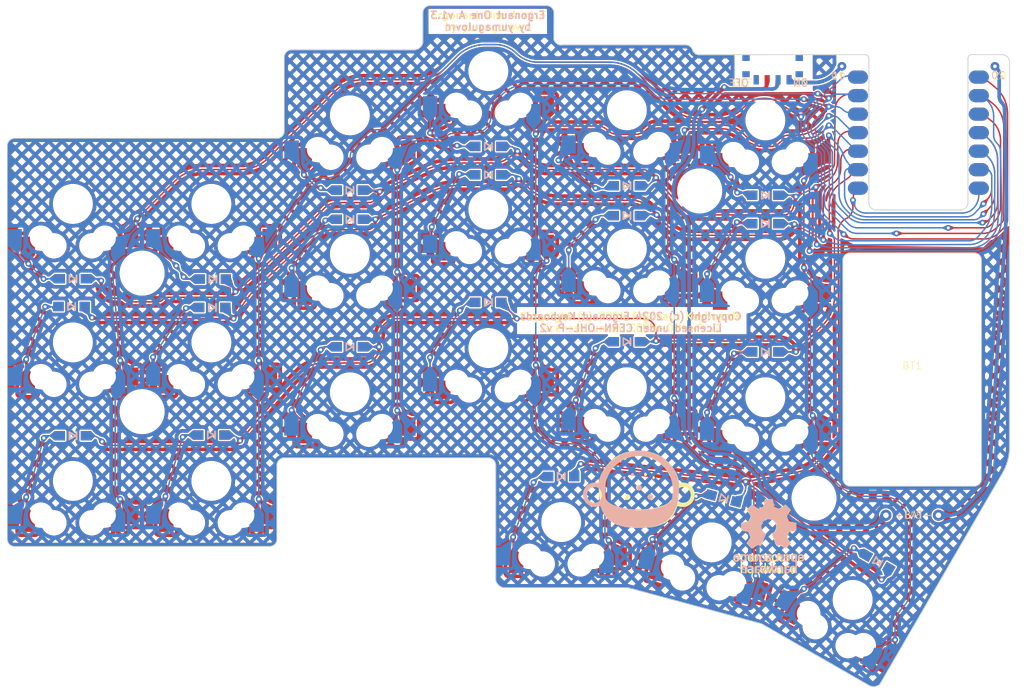
<source format=kicad_pcb>
(kicad_pcb (version 20240108) (generator "pcbnew") (generator_version "8.0")
  (layers (0 "F.Cu" signal) (31 "B.Cu" signal) (34 "B.Paste" user) (35 "F.Paste" user) (36 "B.SilkS" user "B.Silkscreen") (37 "F.SilkS" user "F.Silkscreen") (38 "B.Mask" user) (39 "F.Mask" user) (44 "Edge.Cuts" user))
  (net 0 "")
  (net 1 "R0")
  (net 2 "Net-(D1-A)")
  (net 3 "Net-(D2-A)")
  (net 4 "Net-(D3-A)")
  (net 5 "Net-(D4-A)")
  (net 6 "Net-(D5-A)")
  (net 7 "Net-(D6-A)")
  (net 8 "R1")
  (net 9 "Net-(D7-A)")
  (net 10 "Net-(D8-A)")
  (net 11 "Net-(D9-A)")
  (net 12 "Net-(D10-A)")
  (net 13 "Net-(D11-A)")
  (net 14 "Net-(D12-A)")
  (net 15 "R2")
  (net 16 "Net-(D13-A)")
  (net 17 "Net-(D14-A)")
  (net 18 "Net-(D15-A)")
  (net 19 "Net-(D16-A)")
  (net 20 "Net-(D17-A)")
  (net 21 "Net-(D18-A)")
  (net 22 "R3")
  (net 23 "Net-(D19-A)")
  (net 24 "Net-(D20-A)")
  (net 25 "Net-(D21-A)")
  (net 26 "C0")
  (net 27 "C1")
  (net 28 "C2")
  (net 29 "C3")
  (net 30 "C4")
  (net 31 "C5")
  (net 32 "GND")
  (net 35 "Net-(BT1--)")
  (net 36 "Net-(BT1-+)")
  (net 37 "Net-(PWR1-A)")
  (footprint "Two:KS-27_KS-33_Hotswap_1U_DUAL" (layer "F.Cu") (at 191.477264 130.419173 -30)
    (property "Reference" "SW21")
    (property "Value" "SW_SPST" (hide yes))
  )
  (footprint "Two:KS-27_KS-33_Hotswap_1U_DUAL" (layer "F.Cu") (at 122.5 82.94097)
    (property "Reference" "SW9")
    (property "Value" "SW_SPST" (hide yes))
  )
  (footprint "Two:Hole_5.7mm" (layer "F.Cu") (at 94 104.59097)
    (property "Reference" "H2" (hide yes))
    (property "Value" "MountingHole" (hide yes))
  )
  (footprint "Two:Hole_5.7mm" (layer "F.Cu") (at 94 85.59097)
    (property "Reference" "H1" (hide yes))
    (property "Value" "MountingHole" (hide yes))
  )
  (footprint "Two:KS-27_KS-33_Hotswap_1U_DUAL" (layer "F.Cu") (at 172.135076 122.523186 -15)
    (property "Reference" "SW20")
    (property "Value" "SW_SPST" (hide yes))
  )
  (footprint "Two:KS-27_KS-33_Hotswap_1U_DUAL" (layer "F.Cu") (at 103.5 76.09097)
    (property "Reference" "SW2")
    (property "Value" "SW_SPST" (hide yes))
  )
  (footprint "Two:Hole_5.7mm" (layer "F.Cu") (at 186.182152 116.463137)
    (property "Reference" "H4" (hide yes))
    (property "Value" "MountingHole" (hide yes))
  )
  (footprint "Two:KS-27_KS-33_Hotswap_1U_DUAL" (layer "F.Cu") (at 84.5 95.09097)
    (property "Reference" "SW7")
    (property "Value" "SW_SPST" (hide yes))
  )
  (footprint "Two:KS-27_KS-33_Hotswap_1U_DUAL" (layer "F.Cu") (at 160.5 63.24097)
    (property "Reference" "SW5")
    (property "Value" "SW_SPST" (hide yes))
  )
  (footprint "Two:KS-27_KS-33_Hotswap_1U_DUAL" (layer "F.Cu") (at 122.5 101.94097)
    (property "Reference" "SW15")
    (property "Value" "SW_SPST" (hide yes))
  )
  (footprint "Two:KS-27_KS-33_Hotswap_1U_DUAL" (layer "F.Cu") (at 179.5 83.61597)
    (property "Reference" "SW12")
    (property "Value" "SW_SPST" (hide yes))
  )
  (footprint "Two:KS-27_KS-33_Hotswap_1U_DUAL" (layer "F.Cu") (at 179.5 64.61597)
    (property "Reference" "SW6")
    (property "Value" "SW_SPST" (hide yes))
  )
  (footprint "Two:KS-27_KS-33_Hotswap_1U_DUAL" (layer "F.Cu") (at 160.5 101.24097)
    (property "Reference" "SW17")
    (property "Value" "SW_SPST" (hide yes))
  )
  (footprint "Two:KS-27_KS-33_Hotswap_1U_DUAL" (layer "F.Cu") (at 160.5 82.24097)
    (property "Reference" "SW11")
    (property "Value" "SW_SPST" (hide yes))
  )
  (footprint "Two:OSHW-logo" (layer "F.Cu") (at 179.94 121.69097)
    (property "Reference" "G***" (hide yes))
    (property "Value" "LOGO" (hide yes))
  )
  (footprint "Two:lp601730" (layer "F.Cu") (at 199.644 98.806)
    (property "Reference" "BT1")
    (property "Value" "LP601730")
    (fp_line (start -9.5 15) (end -9.5 -15) (stroke (width 0.12)) (layer "Edge.Cuts"))
    (fp_line (start -8.5 -16) (end 8.5 -16) (stroke (width 0.12)) (layer "Edge.Cuts"))
    (fp_line (start 8.5 16) (end -8.5 16) (stroke (width 0.12)) (layer "Edge.Cuts"))
    (fp_line (start 9.5 -15) (end 9.5 15) (stroke (width 0.12)) (layer "Edge.Cuts"))
    (fp_arc (start -9.5 -15) (mid -9.207092 -15.707092) (end -8.5 -16) (stroke (width 0.12)) (layer "Edge.Cuts"))
    (fp_arc (start -8.5 16) (mid -9.2071 15.7071) (end -9.5 15) (stroke (width 0.12)) (layer "Edge.Cuts"))
    (fp_arc (start 8.5 -16) (mid 9.207107 -15.707107) (end 9.5 -15) (stroke (width 0.12)) (layer "Edge.Cuts"))
    (fp_arc (start 9.5 15) (mid 9.207121 15.707121) (end 8.5 16) (stroke (width 0.12)) (layer "Edge.Cuts"))
  )
  (footprint "Two:KS-27_KS-33_Hotswap_1U_DUAL" (layer "F.Cu") (at 122.5 63.94097)
    (property "Reference" "SW3")
    (property "Value" "SW_SPST" (hide yes))
  )
  (footprint "Two:KS-27_KS-33_Hotswap_1U_DUAL" (layer "F.Cu") (at 179.5 102.61597)
    (property "Reference" "SW18")
    (property "Value" "SW_SPST" (hide yes))
  )
  (footprint "Two:KS-27_KS-33_Hotswap_1U_DUAL" (layer "F.Cu") (at 103.5 95.09097)
    (property "Reference" "SW8")
    (property "Value" "SW_SPST" (hide yes))
  )
  (footprint "Two:en_logo" (layer "F.Cu") (at 162.153537 115)
    (property "Reference" "G***" (hide yes))
    (property "Value" "LOGO" (hide yes))
  )
  (footprint "Two:KS-27_KS-33_Hotswap_1U_DUAL" (layer "F.Cu") (at 141.5 57.86597)
    (property "Reference" "SW4")
    (property "Value" "SW_SPST" (hide yes))
  )
  (footprint "Two:KS-27_KS-33_Hotswap_1U_DUAL" (layer "F.Cu") (at 151.5 119.7407)
    (property "Reference" "SW19")
    (property "Value" "SW_SPST" (hide yes))
  )
  (footprint "Two:KS-27_KS-33_Hotswap_1U_DUAL" (layer "F.Cu") (at 84.5 76.09097)
    (property "Reference" "SW1")
    (property "Value" "SW_SPST" (hide yes))
  )
  (footprint "Two:KS-27_KS-33_Hotswap_1U_DUAL" (layer "F.Cu") (at 141.5 95.86597)
    (property "Reference" "SW16")
    (property "Value" "SW_SPST" (hide yes))
  )
  (footprint "Two:KS-27_KS-33_Hotswap_1U_DUAL" (layer "F.Cu") (at 103.5 114.09097)
    (property "Reference" "SW14")
    (property "Value" "SW_SPST" (hide yes))
  )
  (footprint "Two:Hole_5.7mm" (layer "F.Cu") (at 170.5 74.3)
    (property "Reference" "H3" (hide yes))
    (property "Value" "MountingHole" (hide yes))
  )
  (footprint "Two:KS-27_KS-33_Hotswap_1U_DUAL" (layer "F.Cu") (at 84.5 114.09097)
    (property "Reference" "SW13")
    (property "Value" "SW_SPST" (hide yes))
  )
  (footprint "Two:KS-27_KS-33_Hotswap_1U_DUAL" (layer "F.Cu") (at 141.5 76.86597)
    (property "Reference" "SW10")
    (property "Value" "SW_SPST" (hide yes))
  )
  (footprint "Two:Diode_TH_SMD_DUAL" (layer "B.Cu") (at 173.8 116.5 165)
    (property "Reference" "D20" (hide yes))
    (property "Value" "D_Small" (hide yes))
  )
  (footprint "Two:Diode_TH_SMD_DUAL" (layer "B.Cu") (at 179.5 96.4 180)
    (property "Reference" "D18" (hide yes))
    (property "Value" "D_Small" (hide yes))
  )
  (footprint "Two:Diode_TH_SMD_DUAL" (layer "B.Cu") (at 194.9 125.2 150)
    (property "Reference" "D21" (hide yes))
    (property "Value" "D_Small" (hide yes))
  )
  (footprint "Two:Diode_TH_SMD_DUAL" (layer "B.Cu") (at 151.5 113.5 180)
    (property "Reference" "D19" (hide yes))
    (property "Value" "D_Small" (hide yes))
  )
  (footprint "Two:Diode_TH_SMD_DUAL" (layer "B.Cu") (at 103.7 86.4 180)
    (property "Reference" "D2" (hide yes))
    (property "Value" "D_Small" (hide yes))
  )
  (footprint "Two:Diode_TH_SMD_DUAL" (layer "B.Cu") (at 103.632 90.297 180)
    (property "Reference" "D8" (hide yes))
    (property "Value" "D_Small" (hide yes))
  )
  (footprint "Two:Diode_TH_SMD_DUAL" (layer "B.Cu") (at 160.5 95 180)
    (property "Reference" "D17" (hide yes))
    (property "Value" "D_Small" (hide yes))
  )
  (footprint "Two:Diode_TH_SMD_DUAL" (layer "B.Cu") (at 179.5 74.9 180)
    (property "Reference" "D6" (hide yes))
    (property "Value" "D_Small" (hide yes))
  )
  (footprint "Two:Diode_TH_SMD_DUAL" (layer "B.Cu") (at 84.328 90.17 180)
    (property "Reference" "D7" (hide yes))
    (property "Value" "D_Small" (hide yes))
  )
  (footprint "Two:Diode_TH_SMD_DUAL" (layer "B.Cu") (at 179.5 78.8 180)
    (property "Reference" "D12" (hide yes))
    (property "Value" "D_Small" (hide yes))
  )
  (footprint "Two:Diode_TH_SMD_DUAL" (layer "B.Cu") (at 141.5 68.2 180)
    (property "Reference" "D4" (hide yes))
    (property "Value" "D_Small" (hide yes))
  )
  (footprint "Two:Diode_TH_SMD_DUAL" (layer "B.Cu") (at 141.5 72.1 180)
    (property "Reference" "D10" (hide yes))
    (property "Value" "D_Small" (hide yes))
  )
  (footprint "Two:XIAO_nRF52840_DUAL_WINDOW_NO_CAP" (layer "B.Cu") (at 200.5 55.616046 180)
    (property "Reference" "U1" (hide yes))
    (property "Value" "XIAO_nRF52840" (hide yes))
    (fp_line (start 6.8 -0.5) (end 6.8 -20.3) (stroke (width 0.12)) (layer "Edge.Cuts"))
    (fp_line (start 5.8 -21.3) (end -5.8 -21.3) (stroke (width 0.12)) (layer "Edge.Cuts"))
    (fp_line (start -6.8 -20.3) (end -6.8 -0.5) (stroke (width 0.12)) (layer "Edge.Cuts"))
    (fp_arc (start 7.3 0) (mid 6.946447 -0.146447) (end 6.8 -0.5) (stroke (width 0.12)) (layer "Edge.Cuts"))
    (fp_arc (start 5.8 -21.3) (mid 6.507107 -21.007107) (end 6.8 -20.3) (stroke (width 0.12)) (layer "Edge.Cuts"))
    (fp_arc (start -6.8 -0.5) (mid -6.946446 -0.146446) (end -7.3 0) (stroke (width 0.12)) (layer "Edge.Cuts"))
    (fp_arc (start -6.8 -20.3) (mid -6.507107 -21.007107) (end -5.8 -21.3) (stroke (width 0.12)) (layer "Edge.Cuts"))
  )
  (footprint "Two:Diode_TH_SMD_DUAL" (layer "B.Cu") (at 160.5 73.6 180)
    (property "Reference" "D5" (hide yes))
    (property "Value" "D_Small" (hide yes))
  )
  (footprint "Two:Diode_TH_SMD_DUAL" (layer "B.Cu") (at 122.5 74.2 180)
    (property "Reference" "D3" (hide yes))
    (property "Value" "D_Small" (hide yes))
  )
  (footprint "Two:Diode_TH_SMD_DUAL" (layer "B.Cu") (at 141.5 89.6 180)
    (property "Reference" "D16" (hide yes))
    (property "Value" "D_Small" (hide yes))
  )
  (footprint "Two:Diode_TH_SMD_DUAL" (layer "B.Cu") (at 84.5 107.9 180)
    (property "Reference" "D13" (hide yes))
    (property "Value" "D_Small" (hide yes))
  )
  (footprint "Two:OSHW-logo" (layer "B.Cu") (at 180.01 121.69097 180)
    (property "Reference" "G***" (hide yes))
    (property "Value" "LOGO" (hide yes))
  )
  (footprint "Two:Diode_TH_SMD_DUAL" (layer "B.Cu") (at 160.5 77.7 180)
    (property "Reference" "D11" (hide yes))
    (property "Value" "D_Small" (hide yes))
  )
  (footprint "Two:MSK-12C02_DUAL" (layer "B.Cu") (at 180.5 55.92097 180)
    (property "Reference" "PWR1" (hide yes))
    (property "Value" "SW_SPDT")
  )
  (footprint "Two:Diode_TH_SMD_DUAL" (layer "B.Cu") (at 122.5 78.2 180)
    (property "Reference" "D9" (hide yes))
    (property "Value" "D_Small" (hide yes))
  )
  (footprint "Two:Diode_TH_SMD_DUAL" (layer "B.Cu") (at 84.5 86.36 180)
    (property "Reference" "D1" (hide yes))
    (property "Value" "D_Small" (hide yes))
  )
  (footprint "Two:Diode_TH_SMD_DUAL" (layer "B.Cu") (at 122.5 95.7 180)
    (property "Reference" "D15" (hide yes))
    (property "Value" "D_Small" (hide yes))
  )
  (footprint "Two:Diode_TH_SMD_DUAL" (layer "B.Cu") (at 103.5 107.8 180)
    (property "Reference" "D14" (hide yes))
    (property "Value" "D_Small" (hide yes))
  )
  (gr_line (start 211.963 55.616046) (end 207.8 55.616046) (stroke (width 0.12)) (layer "Edge.Cuts"))
  (gr_arc (start 113.5 55.940978) (mid 113.792896 55.233874) (end 114.5 54.940978) (stroke (width 0.12)) (layer "Edge.Cuts"))
  (gr_arc (start 211.963012 55.615978) (mid 212.68331 55.90671) (end 213 56.615978) (stroke (width 0.12)) (layer "Edge.Cuts"))
  (gr_arc (start 112.5 122.083849) (mid 112.207114 122.790963) (end 111.5 123.083849) (stroke (width 0.12)) (layer "Edge.Cuts"))
  (gr_line (start 111.5 123.083849) (end 76.5 123.090978) (stroke (width 0.12)) (layer "Edge.Cuts"))
  (gr_arc (start 170.508049 55.618933) (mid 169.865979 55.453027) (end 169.5 54.9) (stroke (width 0.12)) (layer "Edge.Cuts"))
  (gr_line (start 178.98 133.70097) (end 160.6 128.74097) (stroke (width 0.12)) (layer "Edge.Cuts"))
  (gr_arc (start 141.5 110.940986) (mid 142.207104 111.233882) (end 142.5 111.940986) (stroke (width 0.12)) (layer "Edge.Cuts"))
  (gr_arc (start 132.5 49.911251) (mid 132.781895 49.183773) (end 133.5 48.87879) (stroke (width 0.12)) (layer "Edge.Cuts"))
  (gr_line (start 213 56.615978) (end 213 109.982) (stroke (width 0.12)) (layer "Edge.Cuts"))
  (gr_line (start 151.6485 54.258887) (end 168.5 54.258887) (stroke (width 0.12)) (layer "Edge.Cuts"))
  (gr_arc (start 195.2 142.016509) (mid 194.526548 142.310811) (end 193.8 142.2) (stroke (width 0.12)) (layer "Edge.Cuts"))
  (gr_line (start 142.5 127.7) (end 142.5 111.940986) (stroke (width 0.12)) (layer "Edge.Cuts"))
  (gr_line (start 193.8 142.2) (end 178.98 133.70097) (stroke (width 0.12)) (layer "Edge.Cuts"))
  (gr_arc (start 168.5 54.258887) (mid 169.099994 54.423474) (end 169.5 54.9) (stroke (width 0.12)) (layer "Edge.Cuts"))
  (gr_line (start 114.5 54.940978) (end 131.1635 54.947478) (stroke (width 0.12)) (layer "Edge.Cuts"))
  (gr_line (start 170.508049 55.618934) (end 193.2 55.616046) (stroke (width 0.12)) (layer "Edge.Cuts"))
  (gr_arc (start 75.5 68.090978) (mid 75.792896 67.383874) (end 76.5 67.090978) (stroke (width 0.12)) (layer "Edge.Cuts"))
  (gr_line (start 211.963 113.157) (end 195.2 142.016509) (stroke (width 0.12)) (layer "Edge.Cuts"))
  (gr_arc (start 112.5 111.940903) (mid 112.792922 111.233825) (end 113.5 110.940903) (stroke (width 0.12)) (layer "Edge.Cuts"))
  (gr_arc (start 151.6485 54.258887) (mid 150.919547 54.123231) (end 150.5 53.511875) (stroke (width 0.12)) (layer "Edge.Cuts"))
  (gr_line (start 75.5 122.090978) (end 75.5 68.090978) (stroke (width 0.12)) (layer "Edge.Cuts"))
  (gr_arc (start 143.5 128.740708) (mid 142.860575 128.354326) (end 142.5 127.7) (stroke (width 0.12)) (layer "Edge.Cuts"))
  (gr_line (start 133.5 48.87879) (end 149.5 48.88169) (stroke (width 0.12)) (layer "Edge.Cuts"))
  (gr_arc (start 113.5 66.090948) (mid 113.207135 66.798091) (end 112.5 67.090978) (stroke (width 0.12)) (layer "Edge.Cuts"))
  (gr_line (start 132.5 54.0065) (end 132.5 49.911256) (stroke (width 0.12)) (layer "Edge.Cuts"))
  (gr_line (start 112.5 122.083849) (end 112.5 111.940903) (stroke (width 0.12)) (layer "Edge.Cuts"))
  (gr_arc (start 149.5 48.88169) (mid 150.20746 49.175408) (end 150.5 49.883355) (stroke (width 0.12)) (layer "Edge.Cuts"))
  (gr_arc (start 76.5 123.090978) (mid 75.79289 122.798088) (end 75.5 122.090978) (stroke (width 0.12)) (layer "Edge.Cuts"))
  (gr_line (start 76.5 67.090978) (end 112.5 67.090978) (stroke (width 0.12)) (layer "Edge.Cuts"))
  (gr_line (start 160.6 128.74097) (end 143.5 128.740708) (stroke (width 0.12)) (layer "Edge.Cuts"))
  (gr_arc (start 132.5 54.0065) (mid 132.006243 54.724827) (end 131.1635 54.947478) (stroke (width 0.12)) (layer "Edge.Cuts"))
  (gr_line (start 150.5 49.883355) (end 150.5 53.511875) (stroke (width 0.12)) (layer "Edge.Cuts"))
  (gr_line (start 141.5 110.940986) (end 113.5 110.940986) (stroke (width 0.12)) (layer "Edge.Cuts"))
  (gr_line (start 113.5 66.090948) (end 113.5 55.940978) (stroke (width 0.12)) (layer "Edge.Cuts"))
  (gr_arc (start 213 109.982) (mid 212.665892 111.629725) (end 211.963 113.157) (stroke (width 0.12)) (layer "Edge.Cuts"))
  (gr_text "Ergonaut One A v1.3\nby yumagulovrn" (at 141.42 51 0) (layer "B.SilkS") (effects (font (size 1 1) (thickness 0.2) (bold yes)) (justify mirror)))
  (gr_text "Copyright (c) 2024 Ergonaut Keyboards\nLicensed under CERN-OHL-P v2" (at 161.036 92.329 0) (layer "B.SilkS") (effects (font (size 1 1) (thickness 0.2) (bold yes)) (justify mirror)))
  (gr_text "Ergonaut One A v1.3\nby yumagulovrn" (at 141.5 51 0) (layer "F.SilkS") (effects (font (size 1 1) (thickness 0.2) (bold yes))))
  (gr_text "Copyright (c) 2024 Ergonaut Keyboards\nLicensed under CERN-OHL-P v2" (at 161.036 92.329 0) (layer "F.SilkS") (effects (font (size 1 1) (thickness 0.2) (bold yes))))
  (segment (start 88.392 86.614) (end 88.265 86.487) (width 0.2) (layer "F.Cu") (net 1))
  (segment (start 183.7 75.1) (end 183.65 75.1) (width 0.2) (layer "F.Cu") (net 1))
  (segment (start 90.953789 89.027) (end 90.343223 89.027) (width 0.2) (layer "F.Cu") (net 1))
  (segment (start 145.167015 68.532985) (end 145.5 68.86597) (width 0.2) (layer "F.Cu") (net 1))
  (segment (start 126.6 74.4) (end 126.258578 74.2) (width 0.2) (layer "F.Cu") (net 1))
  (segment (start 92.18021 89.535) (end 96.070987 89.535) (width 0.2) (layer "F.Cu") (net 1))
  (segment (start 106.807 88.138) (end 108.0135 87.122) (width 0.2) (layer "F.Cu") (net 1))
  (segment (start 120.865127 75.9) (end 125.072352 75.9) (width 0.2) (layer "F.Cu") (net 1))
  (segment (start 97.604012 88.9) (end 105.506184 88.9) (width 0.2) (layer "F.Cu") (net 1))
  (segment (start 182.017902 77.6) (end 170.132129 77.6) (width 0.2) (layer "F.Cu") (net 1))
  (segment (start 88.841012 88.333012) (end 88.9635 88.4555) (width 0.2) (layer "F.Cu") (net 1))
  (segment (start 119.17024 76.526608) (end 110.387112 85.044988) (width 0.2) (layer "F.Cu") (net 1))
  (segment (start 168.049526 76.695967) (end 167.911191 76.547983) (width 0.2) (layer "F.Cu") (net 1))
  (segment (start 145.5 68.86597) (end 146.754015 70.119985) (width 0.2) (layer "F.Cu") (net 1))
  (segment (start 183.742731 75.174038) (end 183.752693 75.184) (width 0.2) (layer "F.Cu") (net 1))
  (segment (start 137.188655 70.485) (end 142.08537 70.485) (width 0.2) (layer "F.Cu") (net 1))
  (segment (start 163.251906 73.748093) (end 164.5 72.5) (width 0.2) (layer "F.Cu") (net 1))
  (segment (start 186.563 81.661) (end 186.4995 81.28) (width 0.2) (layer "F.Cu") (net 1))
  (segment (start 87.958394 86.36) (end 86.2875 86.36) (width 0.2) (layer "F.Cu") (net 1))
  (segment (start 183.5 75) (end 183.564644 75.064644) (width 0.2) (layer "F.Cu") (net 1))
  (segment (start 126.6 74.4) (end 132.781741 71.474992) (width 0.2) (layer "F.Cu") (net 1))
  (segment (start 144.363118 68.2) (end 143.2875 68.2) (width 0.2) (layer "F.Cu") (net 1))
  (segment (start 187.8965 72.9615) (end 186.436 73.787) (width 0.2) (layer "F.Cu") (net 1))
  (segment (start 126.6 74.4) (end 126.249983 75.150036) (width 0.2) (layer "F.Cu") (net 1))
  (segment (start 145.5 68.86597) (end 145.432985 68.932985) (width 0.2) (layer "F.Cu") (net 1))
  (segment (start 145.426503 68.885167) (end 144.404751 69.685083) (width 0.2) (layer "F.Cu") (net 1))
  (segment (start 164.5 72.5) (end 163.937 71.937) (width 0.2) (layer "F.Cu") (net 1))
  (segment (start 106.807 88.138) (end 106.426 88.519) (width 0.2) (layer "F.Cu") (net 1))
  (segment (start 183.258578 74.9) (end 181.2875 74.9) (width 0.2) (layer "F.Cu") (net 1))
  (segment (start 183.7 75.1) (end 183.7 75.15) (width 0.2) (layer "F.Cu") (net 1))
  (segment (start 186.436 73.787) (end 186.436 80.512744) (width 0.2) (layer "F.Cu") (net 1))
  (segment (start 126.6 74.4) (end 124.2875 74.2) (width 0.2) (layer "F.Cu") (net 1))
  (segment (start 106.807 88.138) (end 105.866786 86.106) (width 0.2) (layer "F.Cu") (net 1))
  (segment (start 88.392 86.614) (end 88.392 87.249) (width 0.2) (layer "F.Cu") (net 1))
  (segment (start 164.5 72.5) (end 167.642637 76.244827) (width 0.2) (layer "F.Cu") (net 1))
  (segment (start 145.5 68.86597) (end 145.47285 68.86597) (width 0.2) (layer "F.Cu") (net 1))
  (segment (start 189.398326 70.458858) (end 189.465 67.753082) (width 0.2) (layer "F.Cu") (net 1))
  (segment (start 162.577797 71.374) (end 149.781475 71.374) (width 0.2) (layer "F.Cu") (net 1))
  (segment (start 183.682714 75.246917) (end 183.420885 76.312095) (width 0.2) (layer "F.Cu") (net 1))
  (segment (start 183.289946 76.71301) (end 183.338613 76.580908) (width 0.2) (layer "F.Cu") (net 1))
  (via (at 183.7 75.1) (size 0.8) (drill 0.4) (layers "F.Cu" "B.Cu") (net 1))
  (via (at 126.6 74.4) (size 0.8) (drill 0.4) (layers "F.Cu" "B.Cu") (net 1))
  (via (at 145.5 68.86597) (size 0.8) (drill 0.4) (layers "F.Cu" "B.Cu") (net 1))
  (via (at 106.807 88.138) (size 0.8) (drill 0.4) (layers "F.Cu" "B.Cu") (net 1))
  (via (at 88.392 86.614) (size 0.8) (drill 0.4) (layers "F.Cu" "B.Cu") (net 1))
  (via (at 186.436 73.787) (size 0.8) (drill 0.4) (layers "F.Cu" "B.Cu") (net 1))
  (via (at 164.5 72.5) (size 0.8) (drill 0.4) (layers "F.Cu" "B.Cu") (net 1))
  (via (at 186.563 81.661) (size 0.8) (drill 0.4) (layers "F.Cu" "B.Cu") (net 1))
  (arc (start 167.642637 76.244827) (mid 167.774885 76.398202) (end 167.911191 76.547983) (width 0.2) (layer "F.Cu") (net 1))
  (arc (start 163.251906 73.748093) (mid 162.972881 73.934531) (end 162.64375 74) (width 0.2) (layer "F.Cu") (net 1))
  (arc (start 149.781475 71.374) (mid 148.143025 71.048092) (end 146.754015 70.119985) (width 0.2) (layer "F.Cu") (net 1))
  (arc (start 187.8965 72.9615) (mid 188.977515 71.908272) (end 189.398326 70.458858) (width 0.2) (layer "F.Cu") (net 1))
  (arc (start 90.343223 89.027) (mid 89.596522 88.878471) (end 88.9635 88.4555) (width 0.2) (layer "F.Cu") (net 1))
  (arc (start 183.65 75.1) (mid 183.603805 75.090811) (end 183.564644 75.064644) (width 0.2) (layer "F.Cu") (net 1))
  (arc (start 183.742731 75.174038) (mid 183.714336 75.174514) (end 183.7 75.15) (width 0.2) (layer "F.Cu") (net 1))
  (arc (start 125.072352 75.9) (mid 125.770435 75.696602) (end 126.249983 75.150036) (width 0.2) (layer "F.Cu") (net 1))
  (arc (start 145.167015 68.532985) (mid 144.798183 68.286539) (end 144.363118 68.2) (width 0.2) (layer "F.Cu") (net 1))
  (arc (start 137.188655 70.485) (mid 134.930283 70.735544) (end 132.781741 71.474992) (width 0.2) (layer "F.Cu") (net 1))
  (arc (start 142.08537 70.485) (mid 143.312092 70.279403) (end 144.404751 69.685083) (width 0.2) (layer "F.Cu") (net 1))
  (arc (start 96.8375 89.2175) (mid 96.48582 89.452484) (end 96.070987 89.535) (width 0.2) (layer "F.Cu") (net 1))
  (arc (start 88.841012 88.333012) (mid 88.508694 87.835663) (end 88.392 87.249) (width 0.2) (layer "F.Cu") (net 1))
  (arc (start 96.8375 89.2175) (mid 97.189178 88.982515) (end 97.604012 88.9) (width 0.2) (layer "F.Cu") (net 1))
  (arc (start 168.049526 76.695967) (mid 168.996951 77.364244) (end 170.132129 77.6) (width 0.2) (layer "F.Cu") (net 1))
  (arc (start 105.506184 88.9) (mid 106.003984 88.800981) (end 106.426 88.519) (width 0.2) (layer "F.Cu") (net 1))
  (arc (start 119.17024 76.526608) (mid 119.53427 76.244702) (end 119.9515 76.05) (width 0.2) (layer "F.Cu") (net 1))
  (arc (start 183.682714 75.246917) (mid 183.695644 75.199223) (end 183.7 75.15) (width 0.2) (layer "F.Cu") (net 1))
  (arc (start 186.436 80.512744) (mid 186.451902 80.897683) (end 186.4995 81.28) (width 0.2) (layer "F.Cu") (net 1))
  (arc (start 108.0135 87.122) (mid 109.210152 86.094745) (end 110.387112 85.044988) (width 0.2) (layer "F.Cu") (net 1))
  (arc (start 183.5 75) (mid 183.389234 74.925989) (end 183.258578 74.9) (width 0.2) (layer "F.Cu") (net 1))
  (arc (start 189.944477 66.595523) (mid 189.589612 67.126615) (end 189.465 67.753082) (width 0.2) (layer "F.Cu") (net 1))
  (arc (start 120.865127 75.9) (mid 120.402197 75.937749) (end 119.9515 76.05) (width 0.2) (layer "F.Cu") (net 1))
  (arc (start 183.420885 76.312095) (mid 183.383512 76.447653) (end 183.338613 76.580908) (width 0.2) (layer "F.Cu") (net 1))
  (arc (start 145.426503 68.885167) (mid 145.447767 68.870959) (end 145.47285 68.86597) (width 0.2) (layer "F.Cu") (net 1))
  (arc (start 87.958394 86.36) (mid 88.124328 86.393006) (end 88.265 86.487) (width 0.2) (layer "F.Cu") (net 1))
  (arc (start 92.18021 89.535) (mid 91.848343 89.468987) (end 91.567 89.281) (width 0.2) (layer "F.Cu") (net 1))
  (arc (start 90.953789 89.027) (mid 91.285656 89.093012) (end 91.567 89.281) (width 0.2) (layer "F.Cu") (net 1))
  (arc (start 182.017902 77.6) (mid 182.79328 77.356358) (end 183.289946 76.71301) (width 0.2) (layer "F.Cu") (net 1))
  (arc (start 183.682714 75.246917) (mid 183.706544 75.205389) (end 183.742731 75.174038) (width 0.2) (layer "F.Cu") (net 1))
  (arc (start 191.102036 66.116046) (mid 190.475569 66.240658) (end 189.944477 66.595523) (width 0.2) (layer "F.Cu") (net 1))
  (arc (start 126.258578 74.2) (mid 126.389234 74.225989) (end 126.5 74.3) (width 0.2) (layer "F.Cu") (net 1))
  (arc (start 162.577797 71.374) (mid 163.313392 71.520318) (end 163.937 71.937) (width 0.2) (layer "F.Cu") (net 1))
  (segment (start 189.173556 82.112) (end 207.691762 82.112) (width 0.2) (layer "B.Cu") (net 1))
  (segment (start 163.251906 73.748093) (end 164.5 72.5) (width 0.2) (layer "B.Cu") (net 1))
  (segment (start 144.363118 68.2) (end 143.2875 68.2) (width 0.2) (layer "B.Cu") (net 1))
  (segment (start 126.5 74.3) (end 126.6 74.4) (width 0.2) (layer "B.Cu") (net 1))
  (segment (start 210.21798 67.264066) (end 209.06996 66.116046) (width 0.2) (layer "B.Cu") (net 1))
  (segment (start 210.723421 80.367764) (end 210.311999 80.870499) (width 0.2) (layer "B.Cu") (net 1))
  (segment (start 183.7 75.1) (end 186.436 73.787) (width 0.2) (layer "B.Cu") (net 1))
  (segment (start 186.563 81.661) (end 187.4235 81.8865) (width 0.2) (layer "B.Cu") (net 1))
  (segment (start 211.44395 76.769449) (end 211.366 70.035631) (width 0.2) (layer "B.Cu") (net 1))
  (segment (start 87.958394 86.36) (end 86.2875 86.36) (width 0.2) (layer "B.Cu") (net 1))
  (segment (start 126.258578 74.2) (end 124.2875 74.2) (width 0.2) (layer "B.Cu") (net 1))
  (segment (start 106.807 88.138) (end 105.5465 86.106) (width 0.2) (layer "B.Cu") (net 1))
  (segment (start 88.392 86.614) (end 88.265 86.487) (width 0.2) (layer "B.Cu") (net 1))
  (segment (start 183.358578 74.9) (end 181.2875 74.9) (width 0.2) (layer "B.Cu") (net 1))
  (segment (start 145.167015 68.532985) (end 145.5 68.86597) (width 0.2) (layer "B.Cu") (net 1))
  (arc (start 210.21798 67.264066) (mid 211.067639 68.53567) (end 211.366 70.035631) (width 0.2) (layer "B.Cu") (net 1))
  (arc (start 211.44395 76.769449) (mid 211.436355 77.723487) (end 211.3915 78.6765) (width 0.2) (layer "B.Cu") (net 1))
  (arc (start 87.958394 86.36) (mid 88.124328 86.393006) (end 88.265 86.487) (width 0.2) (layer "B.Cu") (net 1))
  (arc (start 126.5 74.3) (mid 126.389234 74.225989) (end 126.258578 74.2) (width 0.2) (layer "B.Cu") (net 1))
  (arc (start 145.167015 68.532985) (mid 144.798183 68.286539) (end 144.363118 68.2) (width 0.2) (layer "B.Cu") (net 1))
  (arc (start 189.173556 82.112) (mid 188.291293 82.055392) (end 187.4235 81.8865) (width 0.2) (layer "B.Cu") (net 1))
  (arc (start 163.251906 73.748093) (mid 162.972881 73.934531) (end 162.64375 74) (width 0.2) (layer "B.Cu") (net 1))
  (arc (start 207.691762 82.112) (mid 209.1415 81.785923) (end 210.311999 80.870499) (width 0.2) (layer "B.Cu") (net 1))
  (arc (start 210.723421 80.367764) (mid 211.189435 79.574264) (end 211.3915 78.6765) (width 0.2) (layer "B.Cu") (net 1))
  (segment (start 78.4 84.3) (end 78.35 84.25) (width 0.2) (layer "F.Cu") (net 2))
  (segment (start 81.115802 86.36) (end 82.7125 86.36) (width 0.2) (layer "F.Cu") (net 2))
  (segment (start 78.3 84.129289) (end 78.3 81.85347) (width 0.2) (layer "F.Cu") (net 2))
  (segment (start 80.476691 86.376691) (end 80.9625 86.4235) (width 0.2) (layer "F.Cu") (net 2))
  (segment (start 78.4 84.3) (end 78.4 84.112249) (width 0.2) (layer "F.Cu") (net 2))
  (segment (start 78.3 84.129289) (end 78.3 81.84097) (width 0.2) (layer "F.Cu") (net 2))
  (via (at 80.476691 86.376691) (size 0.8) (drill 0.4) (layers "F.Cu" "B.Cu") (net 2))
  (via (at 78.4 84.3) (size 0.8) (drill 0.4) (layers "F.Cu" "B.Cu") (net 2))
  (arc (start 81.115802 86.36) (mid 81.032835 86.376503) (end 80.9625 86.4235) (width 0.2) (layer "F.Cu") (net 2))
  (arc (start 78.3 84.129289) (mid 78.312994 84.194617) (end 78.35 84.25) (width 0.2) (layer "F.Cu") (net 2))
  (arc (start 78.3 84.129289) (mid 78.312994 84.194617) (end 78.35 84.25) (width 0.2) (layer "F.Cu") (net 2))
  (segment (start 78.4 84.3) (end 80.476691 86.376691) (width 0.2) (layer "B.Cu") (net 2))
  (segment (start 78.4 84.3) (end 77.068878 82.968878) (width 0.2) (layer "B.Cu") (net 2))
  (segment (start 80.476691 86.376691) (end 80.9625 86.4235) (width 0.2) (layer "B.Cu") (net 2))
  (segment (start 81.115802 86.36) (end 82.7125 86.36) (width 0.2) (layer "B.Cu") (net 2))
  (arc (start 81.115802 86.36) (mid 81.032835 86.376503) (end 80.9625 86.4235) (width 0.2) (layer "B.Cu") (net 2))
  (arc (start 76.5 81.595485) (mid 76.647846 82.338759) (end 77.068878 82.968878) (width 0.2) (layer "B.Cu") (net 2))
  (segment (start 98.854553 84.784545) (end 99.7 86.1) (width 0.2) (layer "F.Cu") (net 3))
  (segment (start 99.7 86.1) (end 99.85 86.25) (width 0.2) (layer "F.Cu") (net 3))
  (segment (start 97.78155 83.68455) (end 98.679 84.582) (width 0.2) (layer "F.Cu") (net 3))
  (segment (start 98.679 84.582) (end 98.7425 84.6455) (width 0.2) (layer "F.Cu") (net 3))
  (segment (start 100.212132 86.4) (end 101.9125 86.4) (width 0.2) (layer "F.Cu") (net 3))
  (via (at 98.679 84.582) (size 0.8) (drill 0.4) (layers "F.Cu" "B.Cu") (net 3))
  (via (at 99.7 86.1) (size 0.8) (drill 0.4) (layers "F.Cu" "B.Cu") (net 3))
  (arc (start 98.854553 84.784545) (mid 98.802252 84.712019) (end 98.7425 84.6455) (width 0.2) (layer "F.Cu") (net 3))
  (arc (start 99.85 86.25) (mid 100.016147 86.361016) (end 100.212132 86.4) (width 0.2) (layer "F.Cu") (net 3))
  (arc (start 97.78155 83.68455) (mid 97.42515 83.15116) (end 97.3 82.521985) (width 0.2) (layer "F.Cu") (net 3))
  (segment (start 99.7 86.1) (end 99.85 86.25) (width 0.2) (layer "B.Cu") (net 3))
  (segment (start 98.854553 84.784545) (end 99.7 86.1) (width 0.2) (layer "B.Cu") (net 3))
  (segment (start 98.679 84.582) (end 95.716385 81.619385) (width 0.2) (layer "B.Cu") (net 3))
  (segment (start 100.212132 86.4) (end 101.9125 86.4) (width 0.2) (layer "B.Cu") (net 3))
  (segment (start 98.679 84.582) (end 98.7425 84.6455) (width 0.2) (layer "B.Cu") (net 3))
  (arc (start 98.854553 84.784545) (mid 98.802252 84.712019) (end 98.7425 84.6455) (width 0.2) (layer "B.Cu") (net 3))
  (arc (start 99.85 86.25) (mid 100.016147 86.361016) (end 100.212132 86.4) (width 0.2) (layer "B.Cu") (net 3))
  (segment (start 119.012132 74.2) (end 120.7125 74.2) (width 0.2) (layer "F.Cu") (net 4))
  (segment (start 117.823223 73.723223) (end 116.2 72.1) (width 0.2) (layer "F.Cu") (net 4))
  (segment (start 116.25 72.05) (end 116.2 72.1) (width 0.2) (layer "F.Cu") (net 4))
  (segment (start 116.3 71.929289) (end 116.3 69.69097) (width 0.2) (layer "F.Cu") (net 4))
  (segment (start 118.5 73.9) (end 118.25 73.9) (width 0.2) (layer "F.Cu") (net 4))
  (segment (start 118.5 73.9) (end 118.65 74.05) (width 0.2) (layer "F.Cu") (net 4))
  (via (at 116.2 72.1) (size 0.8) (drill 0.4) (layers "F.Cu" "B.Cu") (net 4))
  (via (at 118.5 73.9) (size 0.8) (drill 0.4) (layers "F.Cu" "B.Cu") (net 4))
  (arc (start 116.25 72.05) (mid 116.287005 71.994617) (end 116.3 71.929289) (width 0.2) (layer "F.Cu") (net 4))
  (arc (start 118.65 74.05) (mid 118.816147 74.161016) (end 119.012132 74.2) (width 0.2) (layer "F.Cu") (net 4))
  (arc (start 117.823223 73.723223) (mid 118.01903 73.854057) (end 118.25 73.9) (width 0.2) (layer "F.Cu") (net 4))
  (segment (start 119.012132 74.2) (end 120.7125 74.2) (width 0.2) (layer "B.Cu") (net 4))
  (segment (start 118.65 74.05) (end 118.5 73.9) (width 0.2) (layer "B.Cu") (net 4))
  (segment (start 116.2 72.1) (end 114.5 68.64097) (width 0.2) (layer "B.Cu") (net 4))
  (arc (start 118.65 74.05) (mid 118.816147 74.161016) (end 119.012132 74.2) (width 0.2) (layer "B.Cu") (net 4))
  (segment (start 137.37071 68.2) (end 139.7125 68.2) (width 0.2) (layer "F.Cu") (net 5))
  (segment (start 133.5 66.36597) (end 135.3 64.56597) (width 0.2) (layer "F.Cu") (net 5))
  (segment (start 137.2 68.1) (end 137.25 68.15) (width 0.2) (layer "F.Cu") (net 5))
  (segment (start 136.217015 68.1) (end 137.2 68.1) (width 0.2) (layer "F.Cu") (net 5))
  (segment (start 133.5 66.36597) (end 134.538954 67.404924) (width 0.2) (layer "F.Cu") (net 5))
  (via (at 133.5 66.36597) (size 0.8) (drill 0.4) (layers "F.Cu" "B.Cu") (net 5))
  (via (at 137.2 68.1) (size 0.8) (drill 0.4) (layers "F.Cu" "B.Cu") (net 5))
  (arc (start 136.217015 68.1) (mid 135.308855 67.919355) (end 134.538954 67.404924) (width 0.2) (layer "F.Cu") (net 5))
  (arc (start 137.37071 68.2) (mid 137.305382 68.187005) (end 137.25 68.15) (width 0.2) (layer "F.Cu") (net 5))
  (segment (start 133.5 66.36597) (end 133.5 62.56597) (width 0.2) (layer "B.Cu") (net 5))
  (segment (start 137.37071 68.2) (end 139.7125 68.2) (width 0.2) (layer "B.Cu") (net 5))
  (segment (start 137.2 68.1) (end 137.25 68.15) (width 0.2) (layer "B.Cu") (net 5))
  (arc (start 137.37071 68.2) (mid 137.305382 68.187005) (end 137.25 68.15) (width 0.2) (layer "B.Cu") (net 5))
  (segment (start 156.985765 74) (end 158.659375 74) (width 0.2) (layer "F.Cu") (net 6))
  (segment (start 151.1 70.1) (end 151.654515 69.545485) (width 0.2) (layer "F.Cu") (net 6))
  (segment (start 156.261679 73.957448) (end 156.373709 73.957448) (width 0.2) (layer "F.Cu") (net 6))
  (segment (start 152.993232 68.99097) (end 154.3 68.99097) (width 0.2) (layer "F.Cu") (net 6))
  (segment (start 156.225136 73.942311) (end 156.21 73.927175) (width 0.2) (layer "F.Cu") (net 6))
  (via (at 151.1 70.1) (size 0.8) (drill 0.4) (layers "F.Cu" "B.Cu") (net 6))
  (via (at 156.21 73.927175) (size 0.8) (drill 0.4) (layers "F.Cu" "B.Cu") (net 6))
  (arc (start 152.993232 68.99097) (mid 152.268723 69.135083) (end 151.654515 69.545485) (width 0.2) (layer "F.Cu") (net 6))
  (arc (start 156.985765 74) (mid 156.679097 73.988702) (end 156.373709 73.957448) (width 0.2) (layer "F.Cu") (net 6))
  (arc (start 156.225136 73.942311) (mid 156.241902 73.953514) (end 156.261679 73.957448) (width 0.2) (layer "F.Cu") (net 6))
  (segment (start 151.1 70.1) (end 152.5 67.94097) (width 0.2) (layer "B.Cu") (net 6))
  (segment (start 151.1 70.1) (end 156.097891 73.897891) (width 0.2) (layer "B.Cu") (net 6))
  (segment (start 156.225136 73.942311) (end 156.21 73.927175) (width 0.2) (layer "B.Cu") (net 6))
  (segment (start 156.261679 73.957448) (end 156.373709 73.957448) (width 0.2) (layer "B.Cu") (net 6))
  (segment (start 156.168587 73.927175) (end 156.21 73.927175) (width 0.2) (layer "B.Cu") (net 6))
  (segment (start 156.985765 74) (end 158.659375 74) (width 0.2) (layer "B.Cu") (net 6))
  (arc (start 156.225136 73.942311) (mid 156.241902 73.953514) (end 156.261679 73.957448) (width 0.2) (layer "B.Cu") (net 6))
  (arc (start 156.168587 73.927175) (mid 156.130326 73.919564) (end 156.097891 73.897891) (width 0.2) (layer "B.Cu") (net 6))
  (arc (start 156.985765 74) (mid 156.679097 73.988702) (end 156.373709 73.957448) (width 0.2) (layer "B.Cu") (net 6))
  (segment (start 175.641 74.549) (end 177.6635 74.549) (width 0.2) (layer "F.Cu") (net 7))
  (segment (start 175.4205 74.0245) (end 175.641 74.549) (width 0.2) (layer "F.Cu") (net 7))
  (segment (start 174.752 72.39) (end 173.3 70.938) (width 0.2) (layer "F.Cu") (net 7))
  (segment (start 174.752 72.39) (end 174.987053 72.972387) (width 0.2) (layer "F.Cu") (net 7))
  (via (at 174.752 72.39) (size 0.8) (drill 0.4) (layers "F.Cu" "B.Cu") (net 7))
  (via (at 175.641 74.549) (size 0.8) (drill 0.4) (layers "F.Cu" "B.Cu") (net 7))
  (arc (start 175.4205 74.0245) (mid 175.201888 73.499221) (end 174.987053 72.972387) (width 0.2) (layer "F.Cu") (net 7))
  (segment (start 175.641 74.549) (end 175.6655 74.5245) (width 0.2) (layer "B.Cu") (net 7))
  (segment (start 175.724648 74.5) (end 177.7125 74.5) (width 0.2) (layer "B.Cu") (net 7))
  (segment (start 174.752 72.39) (end 171.67797 69.31597) (width 0.2) (layer "B.Cu") (net 7))
  (arc (start 175.724648 74.5) (mid 175.692637 74.506367) (end 175.6655 74.5245) (width 0.2) (layer "B.Cu") (net 7))
  (segment (start 126 78.2) (end 126 78.589) (width 0.2) (layer "F.Cu") (net 8))
  (segment (start 147.2565 74.1045) (end 145.669 72.644) (width 0.2) (layer "F.Cu") (net 8))
  (segment (start 133.3119 74.562754) (end 126 78.2) (width 0.2) (layer "F.Cu") (net 8))
  (segment (start 145.397 72.372) (end 145.669 72.644) (width 0.2) (layer "F.Cu") (net 8))
  (segment (start 183.252512 79.347487) (end 182.849999 79.749999) (width 0.2) (layer "F.Cu") (net 8))
  (segment (start 106.553 91.821) (end 105.4195 90.6875) (width 0.2) (layer "F.Cu") (net 8))
  (segment (start 120.49896 79.629) (end 124.888673 79.629) (width 0.2) (layer "F.Cu") (net 8))
  (segment (start 164.6 77.59097) (end 166.004515 78.995485) (width 0.2) (layer "F.Cu") (net 8))
  (segment (start 164.444704 77.5) (end 162.2875 77.5) (width 0.2) (layer "F.Cu") (net 8))
  (segment (start 183.5 78.75) (end 183.49186 78.867) (width 0.2) (layer "F.Cu") (net 8))
  (segment (start 87.338802 91.821) (end 106.553 91.821) (width 0.2) (layer "F.Cu") (net 8))
  (segment (start 125.724935 79.253064) (end 125.674499 79.303499) (width 0.2) (layer "F.Cu") (net 8))
  (segment (start 145.161 73.0885) (end 145.669 72.644) (width 0.2) (layer "F.Cu") (net 8))
  (segment (start 144.740333 72.1) (end 143.2875 72.1) (width 0.2) (layer "F.Cu") (net 8))
  (segment (start 126 78.2) (end 124.2875 78.2) (width 0.2) (layer "F.Cu") (net 8))
  (segment (start 189.837822 71.345515) (end 189.865 70.043845) (width 0.2) (layer "F.Cu") (net 8))
  (segment (start 164.6 77.59097) (end 163.604515 76.595485) (width 0.2) (layer "F.Cu") (net 8))
  (segment (start 190.931954 68.656046) (end 191.185954 68.656046) (width 0.2) (layer "F.Cu") (net 8))
  (segment (start 190.271477 69.062523) (end 190.498348 68.835651) (width 0.2) (layer "F.Cu") (net 8))
  (segment (start 187.452 81.026) (end 187.452 75.43511) (width 0.2) (layer "F.Cu") (net 8))
  (segment (start 87.122 91.694) (end 86.1155 90.6875) (width 0.2) (layer "F.Cu") (net 8))
  (segment (start 107.548648 90.327527) (end 106.553 91.821) (width 0.2) (layer "F.Cu") (net 8))
  (segment (start 164.554515 77.545485) (end 164.6 77.59097) (width 0.2) (layer "F.Cu") (net 8))
  (segment (start 183.29593 78.8335) (end 183.49186 78.867) (width 0.2) (layer "F.Cu") (net 8))
  (segment (start 87.122 91.694) (end 87.1855 91.7575) (width 0.2) (layer "F.Cu") (net 8))
  (segment (start 143.977985 73.533) (end 137.694078 73.533) (width 0.2) (layer "F.Cu") (net 8))
  (segment (start 116.580281 81.169048) (end 109.917635 87.362493) (width 0.2) (layer "F.Cu") (net 8))
  (segment (start 169.395314 80.4) (end 181.280761 80.4) (width 0.2) (layer "F.Cu") (net 8))
  (segment (start 161.201201 75.6) (end 151.001122 75.571109) (width 0.2) (layer "F.Cu") (net 8))
  (segment (start 182.901226 78.8) (end 181.2875 78.8) (width 0.2) (layer "F.Cu") (net 8))
  (segment (start 164.6 77.59097) (end 164.487031 77.59097) (width 0.2) (layer "F.Cu") (net 8))
  (via (at 106.553 91.821) (size 0.8) (drill 0.4) (layers "F.Cu" "B.Cu") (net 8))
  (via (at 187.452 81.026) (size 0.8) (drill 0.4) (layers "F.Cu" "B.Cu") (net 8))
  (via (at 145.669 72.644) (size 0.8) (drill 0.4) (layers "F.Cu" "B.Cu") (net 8))
  (via (at 183.49186 78.867) (size 0.8) (drill 0.4) (layers "F.Cu" "B.Cu") (net 8))
  (via (at 87.122 91.694) (size 0.8) (drill 0.4) (layers "F.Cu" "B.Cu") (net 8))
  (via (at 126 78.2) (size 0.8) (drill 0.4) (layers "F.Cu" "B.Cu") (net 8))
  (via (at 164.6 77.59097) (size 0.8) (drill 0.4) (layers "F.Cu" "B.Cu") (net 8))
  (arc (start 133.3119 74.562754) (mid 135.443307 73.793897) (end 137.694078 73.533) (width 0.2) (layer "F.Cu") (net 8))
  (arc (start 188.658499 73.342499) (mid 187.775228 74.227357) (end 187.452 75.43511) (width 0.2) (layer "F.Cu") (net 8))
  (arc (start 164.554515 77.545485) (mid 164.504133 77.511821) (end 164.444704 77.5) (width 0.2) (layer "F.Cu") (net 8))
  (arc (start 190.498348 68.835651) (mid 190.697288 68.702723) (end 190.931954 68.656046) (width 0.2) (layer "F.Cu") (net 8))
  (arc (start 166.004515 78.995485) (mid 167.560226 80.034978) (end 169.395314 80.4) (width 0.2) (layer "F.Cu") (net 8))
  (arc (start 161.201201 75.6) (mid 162.501865 75.858718) (end 163.604515 76.595485) (width 0.2) (layer "F.Cu") (net 8))
  (arc (start 189.865 70.043845) (mid 189.970639 69.512757) (end 190.271477 69.062523) (width 0.2) (layer "F.Cu") (net 8))
  (arc (start 87.1855 91.7575) (mid 87.255835 91.804496) (end 87.338802 91.821) (width 0.2) (layer "F.Cu") (net 8))
  (arc (start 182.849999 79.749999) (mid 182.130026 80.23107) (end 181.280761 80.4) (width 0.2) (layer "F.Cu") (net 8))
  (arc (start 120.49896 79.629) (mid 118.39374 80.02783) (end 116.580281 81.169048) (width 0.2) (layer "F.Cu") (net 8))
  (arc (start 108.6485 88.773) (mid 108.087789 89.542633) (end 107.548648 90.327527) (width 0.2) (layer "F.Cu") (net 8))
  (arc (start 182.901226 78.8) (mid 183.099287 78.80839) (end 183.29593 78.8335) (width 0.2) (layer "F.Cu") (net 8))
  (arc (start 125.674499 79.303499) (mid 125.313959 79.544405) (end 124.888673 79.629) (width 0.2) (layer "F.Cu") (net 8))
  (arc (start 125.724935 79.253064) (mid 125.928512 78.948388) (end 126 78.589) (width 0.2) (layer "F.Cu") (net 8))
  (arc (start 145.397 72.372) (mid 145.095718 72.17069) (end 144.740333 72.1) (width 0.2) (layer "F.Cu") (net 8))
  (arc (start 188.658499 73.342499) (mid 189.509815 72.498516) (end 189.837822 71.345515) (width 0.2) (layer "F.Cu") (net 8))
  (arc (start 183.252512 79.347487) (mid 183.435679 79.073357) (end 183.5 78.75) (width 0.2) (layer "F.Cu") (net 8))
  (arc (start 143.977985 73.533) (mid 144.609868 73.418207) (end 145.161 73.0885) (width 0.2) (layer "F.Cu") (net 8))
  (arc (start 147.2565 74.1045) (mid 148.991405 75.188636) (end 151.001122 75.571109) (width 0.2) (layer "F.Cu") (net 8))
  (arc (start 108.6485 88.773) (mid 109.251596 88.039429) (end 109.917635 87.362493) (width 0.2) (layer "F.Cu") (net 8))
  (segment (start 187.452 81.026) (end 188.43 81.369) (width 0.2) (layer "B.Cu") (net 8))
  (segment (start 144.740333 72.1) (end 143.2875 72.1) (width 0.2) (layer "B.Cu") (net 8))
  (segment (start 126 78.2) (end 124.2875 78.2) (width 0.2) (layer "B.Cu") (net 8))
  (segment (start 182.901226 78.8) (end 181.2875 78.8) (width 0.2) (layer "B.Cu") (net 8))
  (segment (start 106.553 91.821) (end 105.4195 90.6875) (width 0.2) (layer "B.Cu") (net 8))
  (segment (start 164.554515 77.545485) (end 164.6 77.59097) (width 0.2) (layer "B.Cu") (net 8))
  (segment (start 183.29593 78.8335) (end 183.49186 78.867) (width 0.2) (layer "B.Cu") (net 8))
  (segment (start 164.6 77.59097) (end 164.487031 77.59097) (width 0.2) (layer "B.Cu") (net 8))
  (segment (start 210.966 71.892788) (end 210.966 77.451) (width 0.2) (layer "B.Cu") (net 8))
  (segment (start 164.444704 77.5) (end 162.2875 77.5) (width 0.2) (layer "B.Cu") (net 8))
  (segment (start 191.257958 81.712) (end 190.444403 81.712) (width 0.2) (layer "B.Cu") (net 8))
  (segment (start 87.122 91.694) (end 86.1155 90.6875) (width 0.2) (layer "B.Cu") (net 8))
  (segment (start 145.397 72.372) (end 145.669 72.644) (width 0.2) (layer "B.Cu") (net 8))
  (segment (start 187.452 81.026) (end 183.49186 78.867) (width 0.2) (layer "B.Cu") (net 8))
  (segment (start 194.957864 81.706031) (end 207.479447 81.665631) (width 0.2) (layer "B.Cu") (net 8))
  (segment (start 210.890966 78.02103) (end 210.947 77.47) (width 0.2) (layer "B.Cu") (net 8))
  (segment (start 210.01798 69.604066) (end 209.06996 68.656046) (width 0.2) (layer "B.Cu") (net 8))
  (arc (start 145.397 72.372) (mid 145.095718 72.17069) (end 144.740333 72.1) (width 0.2) (layer "B.Cu") (net 8))
  (arc (start 210.966 71.892788) (mid 210.719617 70.65414) (end 210.01798 69.604066) (width 0.2) (layer "B.Cu") (net 8))
  (arc (start 164.554515 77.545485) (mid 164.504133 77.511821) (end 164.444704 77.5) (width 0.2) (layer "B.Cu") (net 8))
  (arc (start 188.43 81.369) (mid 189.422705 81.625637) (end 190.444403 81.712) (width 0.2) (layer "B.Cu") (net 8))
  (arc (start 209.830365 80.555134) (mid 210.548939 79.366903) (end 210.890966 78.02103) (width 0.2) (layer "B.Cu") (net 8))
  (arc (start 191.257958 81.712) (mid 193.107913 81.710507) (end 194.957864 81.706031) (width 0.2) (layer "B.Cu") (net 8))
  (arc (start 207.479447 81.665631) (mid 208.778508 81.372048) (end 209.830365 80.555134) (width 0.2) (layer "B.Cu") (net 8))
  (arc (start 182.901226 78.8) (mid 183.099287 78.80839) (end 183.29593 78.8335) (width 0.2) (layer "B.Cu") (net 8))
  (segment (start 81.697348 90.237483) (end 81.734832 90.274967) (width 0.2) (layer "F.Cu") (net 9))
  (segment (start 78.105 97.409) (end 78.105 100.508084) (width 0.2) (layer "F.Cu") (net 9))
  (segment (start 80.7 90.2) (end 81.606855 90.2) (width 0.2) (layer "F.Cu") (net 9))
  (via (at 78.105 97.409) (size 0.8) (drill 0.4) (layers "F.Cu" "B.Cu") (net 9))
  (via (at 80.7 90.2) (size 0.8) (drill 0.4) (layers "F.Cu" "B.Cu") (net 9))
  (arc (start 81.734832 90.274967) (mid 81.943535 90.197212) (end 82.16425 90.17) (width 0.2) (layer "F.Cu") (net 9))
  (arc (start 81.697348 90.237483) (mid 81.655829 90.209741) (end 81.606855 90.2) (width 0.2) (layer "F.Cu") (net 9))
  (segment (start 80.7 90.2) (end 81.606877 90.2) (width 0.2) (layer "B.Cu") (net 9))
  (segment (start 78.988591 94.758225) (end 78.105 97.409) (width 0.2) (layer "B.Cu") (net 9))
  (segment (start 80.7 90.2) (end 80.101 91.709) (width 0.2) (layer "B.Cu") (net 9))
  (segment (start 81.734822 90.274948) (end 81.697348 90.237474) (width 0.2) (layer "B.Cu") (net 9))
  (segment (start 78.105 97.409) (end 76.7747 98.739299) (width 0.2) (layer "B.Cu") (net 9))
  (arc (start 81.734822 90.274948) (mid 81.943535 90.197212) (end 82.16425 90.17) (width 0.2) (layer "B.Cu") (net 9))
  (arc (start 80.101 91.709) (mid 79.523401 93.225807) (end 78.988591 94.758225) (width 0.2) (layer "B.Cu") (net 9))
  (arc (start 81.606877 90.2) (mid 81.655839 90.209739) (end 81.697348 90.237474) (width 0.2) (layer "B.Cu") (net 9))
  (segment (start 100.175831 90.297) (end 101.8445 90.297) (width 0.2) (layer "F.Cu") (net 10))
  (segment (start 95.5 98.070485) (end 95.5 97.1) (width 0.2) (layer "F.Cu") (net 10))
  (segment (start 96.186236 99.727206) (end 97.3 100.84097) (width 0.2) (layer "F.Cu") (net 10))
  (segment (start 100 90.4) (end 100.0515 90.3485) (width 0.2) (layer "F.Cu") (net 10))
  (via (at 95.5 97.1) (size 0.8) (drill 0.4) (layers "F.Cu" "B.Cu") (net 10))
  (via (at 100 90.4) (size 0.8) (drill 0.4) (layers "F.Cu" "B.Cu") (net 10))
  (arc (start 95.5 98.070485) (mid 95.678346 98.967096) (end 96.186236 99.727206) (width 0.2) (layer "F.Cu") (net 10))
  (arc (start 100.0515 90.3485) (mid 100.108543 90.310384) (end 100.175831 90.297) (width 0.2) (layer "F.Cu") (net 10))
  (segment (start 100.175831 90.297) (end 101.8445 90.297) (width 0.2) (layer "B.Cu") (net 10))
  (segment (start 96.137 96.1115) (end 95.5 97.1) (width 0.2) (layer "B.Cu") (net 10))
  (segment (start 100 90.4) (end 97.437276 94.151935) (width 0.2) (layer "B.Cu") (net 10))
  (segment (start 95.5 97.1) (end 95.5 99.79097) (width 0.2) (layer "B.Cu") (net 10))
  (segment (start 100 90.4) (end 100.0515 90.3485) (width 0.2) (layer "B.Cu") (net 10))
  (arc (start 100.0515 90.3485) (mid 100.108543 90.310384) (end 100.175831 90.297) (width 0.2) (layer "B.Cu") (net 10))
  (arc (start 96.137 96.1115) (mid 96.780569 95.127358) (end 97.437276 94.151935) (width 0.2) (layer "B.Cu") (net 10))
  (segment (start 119.397429 78.2) (end 120.7125 78.2) (width 0.2) (layer "F.Cu") (net 11))
  (segment (start 114.5 84.9) (end 116 88.178837) (width 0.2) (layer "F.Cu") (net 11))
  (segment (start 119.126 78.359) (end 119.2055 78.2795) (width 0.2) (layer "F.Cu") (net 11))
  (via (at 119.126 78.359) (size 0.8) (drill 0.4) (layers "F.Cu" "B.Cu") (net 11))
  (via (at 114.5 84.9) (size 0.8) (drill 0.4) (layers "F.Cu" "B.Cu") (net 11))
  (arc (start 119.2055 78.2795) (mid 119.293557 78.220661) (end 119.397429 78.2) (width 0.2) (layer "F.Cu") (net 11))
  (segment (start 114.5 84.9) (end 118.946739 78.686029) (width 0.2) (layer "B.Cu") (net 11))
  (segment (start 119.397429 78.2) (end 120.7125 78.2) (width 0.2) (layer "B.Cu") (net 11))
  (segment (start 119.2055 78.2795) (end 119.126 78.359) (width 0.2) (layer "B.Cu") (net 11))
  (segment (start 119.062499 78.549499) (end 119.081098 78.530901) (width 0.2) (layer "B.Cu") (net 11))
  (segment (start 114.5 84.9) (end 114.5 87.64097) (width 0.2) (layer "B.Cu") (net 11))
  (segment (start 119.126 78.359) (end 119.126 78.4225) (width 0.2) (layer "B.Cu") (net 11))
  (arc (start 118.946739 78.686029) (mid 119.001814 78.615386) (end 119.062499 78.549499) (width 0.2) (layer "B.Cu") (net 11))
  (arc (start 119.081098 78.530901) (mid 119.11433 78.481166) (end 119.126 78.4225) (width 0.2) (layer "B.Cu") (net 11))
  (arc (start 119.2055 78.2795) (mid 119.293557 78.220661) (end 119.397429 78.2) (width 0.2) (layer "B.Cu") (net 11))
  (segment (start 137.5 72) (end 139.7125 72) (width 0.2) (layer "F.Cu") (net 12))
  (segment (start 133.731 80.147485) (end 133.731 79.248) (width 0.2) (layer "F.Cu") (net 12))
  (segment (start 134.367031 81.683001) (end 135.3 82.61597) (width 0.2) (layer "F.Cu") (net 12))
  (via (at 137.5 72) (size 0.8) (drill 0.4) (layers "F.Cu" "B.Cu") (net 12))
  (via (at 133.731 79.248) (size 0.8) (drill 0.4) (layers "F.Cu" "B.Cu") (net 12))
  (arc (start 133.731 80.147485) (mid 133.896299 80.9785) (end 134.367031 81.683001) (width 0.2) (layer "F.Cu") (net 12))
  (segment (start 137.5 72) (end 136.6315 73.592) (width 0.2) (layer "B.Cu") (net 12))
  (segment (start 137.5 72) (end 139.7125 72) (width 0.2) (layer "B.Cu") (net 12))
  (segment (start 134.951981 76.806037) (end 133.731 79.248) (width 0.2) (layer "B.Cu") (net 12))
  (segment (start 133.6155 79.3635) (end 133.731 79.248) (width 0.2) (layer "B.Cu") (net 12))
  (segment (start 133.5 79.642341) (end 133.5 81.56597) (width 0.2) (layer "B.Cu") (net 12))
  (arc (start 134.951981 76.806037) (mid 135.777371 75.191509) (end 136.6315 73.592) (width 0.2) (layer "B.Cu") (net 12))
  (arc (start 133.6155 79.3635) (mid 133.530017 79.491433) (end 133.5 79.642341) (width 0.2) (layer "B.Cu") (net 12))
  (segment (start 152.52545 82.423) (end 152.52545 84.961623) (width 0.2) (layer "F.Cu") (net 13))
  (segment (start 156.476 77.966) (end 156.21 78.232) (width 0.2) (layer "F.Cu") (net 13))
  (segment (start 157.11818 77.7) (end 158.7125 77.7) (width 0.2) (layer "F.Cu") (net 13))
  (via (at 156.21 78.232) (size 0.8) (drill 0.4) (layers "F.Cu" "B.Cu") (net 13))
  (via (at 152.52545 82.423) (size 0.8) (drill 0.4) (layers "F.Cu" "B.Cu") (net 13))
  (arc (start 152.52545 84.961623) (mid 152.756045 86.120904) (end 153.412725 87.103695) (width 0.2) (layer "F.Cu") (net 13))
  (arc (start 157.11818 77.7) (mid 156.770634 77.769131) (end 156.476 77.966) (width 0.2) (layer "F.Cu") (net 13))
  (segment (start 156.476 77.966) (end 156.21 78.232) (width 0.2) (layer "B.Cu") (net 13))
  (segment (start 152.5 82.466445) (end 152.5 85.94097) (width 0.2) (layer "B.Cu") (net 13))
  (segment (start 152.52545 82.423) (end 152.52545 82.169775) (width 0.2) (layer "B.Cu") (net 13))
  (segment (start 156.21 78.232) (end 152.704507 81.737492) (width 0.2) (layer "B.Cu") (net 13))
  (segment (start 152.52545 82.423) (end 152.512725 82.435725) (width 0.2) (layer "B.Cu") (net 13))
  (segment (start 157.11818 77.7) (end 158.7125 77.7) (width 0.2) (layer "B.Cu") (net 13))
  (arc (start 152.52545 82.169775) (mid 152.571985 81.935825) (end 152.704507 81.737492) (width 0.2) (layer "B.Cu") (net 13))
  (arc (start 157.11818 77.7) (mid 156.770634 77.769131) (end 156.476 77.966) (width 0.2) (layer "B.Cu") (net 13))
  (arc (start 152.5 82.466445) (mid 152.503307 82.449819) (end 152.512725 82.435725) (width 0.2) (layer "B.Cu") (net 13))
  (segment (start 172.15972 88.22569) (end 173.3 89.36597) (width 0.2) (layer "F.Cu") (net 14))
  (segment (start 175.6 78.6) (end 177.7125 78.8) (width 0.2) (layer "F.Cu") (net 14))
  (segment (start 171.5 85.7) (end 171.5 86.632985) (width 0.2) (layer "F.Cu") (net 14))
  (segment (start 175.6 78.6) (end 175.941421 78.8) (width 0.2) (layer "F.Cu") (net 14))
  (segment (start 175.6 78.6) (end 175.7 78.7) (width 0.2) (layer "F.Cu") (net 14))
  (via (at 175.6 78.6) (size 0.8) (drill 0.4) (layers "F.Cu" "B.Cu") (net 14))
  (via (at 171.5 85.7) (size 0.8) (drill 0.4) (layers "F.Cu" "B.Cu") (net 14))
  (arc (start 175.941421 78.8) (mid 175.810764 78.77401) (end 175.7 78.7) (width 0.2) (layer "F.Cu") (net 14))
  (arc (start 171.5 86.632985) (mid 171.671455 87.49495) (end 172.15972 88.22569) (width 0.2) (layer "F.Cu") (net 14))
  (segment (start 175.6 78.6) (end 171.5 85.7) (width 0.2) (layer "B.Cu") (net 14))
  (segment (start 175.6 78.6) (end 175.7 78.7) (width 0.2) (layer "B.Cu") (net 14))
  (segment (start 175.941421 78.8) (end 177.7125 78.8) (width 0.2) (layer "B.Cu") (net 14))
  (segment (start 171.5 85.7) (end 171.5 88.31597) (width 0.2) (layer "B.Cu") (net 14))
  (arc (start 175.941421 78.8) (mid 175.810764 78.77401) (end 175.7 78.7) (width 0.2) (layer "B.Cu") (net 14))
  (segment (start 181.274085 94.9) (end 164.5 94.9) (width 0.2) (layer "F.Cu") (net 15))
  (segment (start 126.5 96.106) (end 126.5 95.7) (width 0.2) (layer "F.Cu") (net 15))
  (segment (start 188.976 88.870036) (end 188.976 81.051598) (width 0.2) (layer "F.Cu") (net 15))
  (segment (start 106.101921 107.8) (end 105.2875 107.8) (width 0.2) (layer "F.Cu") (net 15))
  (segment (start 126.5 95.7) (end 124.2875 95.7) (width 0.2) (layer "F.Cu") (net 15))
  (segment (start 114.24479 100.656071) (end 107.442 108.585) (width 0.2) (layer "F.Cu") (net 15))
  (segment (start 145.381942 91.694442) (end 143.2875 89.6) (width 0.2) (layer "F.Cu") (net 15))
  (segment (start 183.7 96.4) (end 187.382207 92.717792) (width 0.2) (layer "F.Cu") (net 15))
  (segment (start 88.5 108.7) (end 88.76 108.96) (width 0.2) (layer "F.Cu") (net 15))
  (segment (start 183.7 96.4) (end 181.2875 96.4) (width 0.2) (layer "F.Cu") (net 15))
  (segment (start 190.899351 72.506998) (end 189.763476 73.317022) (width 0.2) (layer "F.Cu") (net 15))
  (segment (start 88.5 108.7) (end 88.1 108.3) (width 0.2) (layer "F.Cu") (net 15))
  (segment (start 87.134314 107.9) (end 86.2875 107.9) (width 0.2) (layer "F.Cu") (net 15))
  (segment (start 164.45 94.95) (end 164.5 94.9) (width 0.2) (layer "F.Cu") (net 15))
  (segment (start 89.387695 109.22) (end 106.357987 109.22) (width 0.2) (layer "F.Cu") (net 15))
  (segment (start 164.5 93.615169) (end 164.5 94.9) (width 0.2) (layer "F.Cu") (net 15))
  (segment (start 107.1245 108.9025) (end 107.442 108.585) (width 0.2) (layer "F.Cu") (net 15))
  (segment (start 183.7 96.4) (end 183 95.65) (width 0.2) (layer "F.Cu") (net 15))
  (segment (start 107.0495 108.1925) (end 107.442 108.585) (width 0.2) (layer "F.Cu") (net 15))
  (segment (start 129.087973 91.821) (end 162.70583 91.821) (width 0.2) (layer "F.Cu") (net 15))
  (segment (start 164.329289 95) (end 162.2875 95) (width 0.2) (layer "F.Cu") (net 15))
  (segment (start 126.5 94.408973) (end 126.5 95.7) (width 0.2) (layer "F.Cu") (net 15))
  (segment (start 145.415 91.77425) (end 145.415 91.821) (width 0.2) (layer "F.Cu") (net 15))
  (segment (start 126.260869 96.840104) (end 125.988 97.2145) (width 0.2) (layer "F.Cu") (net 15))
  (segment (start 114.255656 100.628343) (end 115.6085 99.2755) (width 0.2) (layer "F.Cu") (net 15))
  (segment (start 188.256281 76.324646) (end 188.341 80.137) (width 0.2) (layer "F.Cu") (net 15))
  (segment (start 188.6585 80.391) (end 188.341 80.137) (width 0.2) (layer "F.Cu") (net 15))
  (segment (start 118.888209 97.917) (end 124.606718 97.917) (width 0.2) (layer "F.Cu") (net 15))
  (via (at 188.341 80.137) (size 0.8) (drill 0.4) (layers "F.Cu" "B.Cu") (net 15))
  (via (at 126.5 95.7) (size 0.8) (drill 0.4) (layers "F.Cu" "B.Cu") (net 15))
  (via (at 183.7 96.4) (size 0.8) (drill 0.4) (layers "F.Cu" "B.Cu") (net 15))
  (via (at 145.415 91.821) (size 0.8) (drill 0.4) (layers "F.Cu" "B.Cu") (net 15))
  (via (at 88.5 108.7) (size 0.8) (drill 0.4) (layers "F.Cu" "B.Cu") (net 15))
  (via (at 107.442 108.585) (size 0.8) (drill 0.4) (layers "F.Cu" "B.Cu") (net 15))
  (via (at 164.5 94.9) (size 0.8) (drill 0.4) (layers "F.Cu" "B.Cu") (net 15))
  (arc (start 87.134314 107.9) (mid 87.656939 108.003956) (end 88.1 108.3) (width 0.2) (layer "F.Cu") (net 15))
  (arc (start 126.5 96.106) (mid 126.43871 96.492035) (end 126.260869 96.840104) (width 0.2) (layer "F.Cu") (net 15))
  (arc (start 107.0495 108.1925) (mid 106.614747 107.902007) (end 106.101921 107.8) (width 0.2) (layer "F.Cu") (net 15))
  (arc (start 126.5 94.408973) (mid 126.696997 93.418598) (end 127.258 92.579) (width 0.2) (layer "F.Cu") (net 15))
  (arc (start 88.76 108.96) (mid 89.047989 109.152428) (end 89.387695 109.22) (width 0.2) (layer "F.Cu") (net 15))
  (arc (start 145.381942 91.694442) (mid 145.406408 91.731058) (end 145.415 91.77425) (width 0.2) (layer "F.Cu") (net 15))
  (arc (start 191.312954 71.704046) (mid 191.203476 72.155654) (end 190.899351 72.506998) (width 0.2) (layer "F.Cu") (net 15))
  (arc (start 183 95.65) (mid 182.215 95.095603) (end 181.274085 94.9) (width 0.2) (layer "F.Cu") (net 15))
  (arc (start 107.1245 108.9025) (mid 106.77282 109.137484) (end 106.357987 109.22) (width 0.2) (layer "F.Cu") (net 15))
  (arc (start 114.24479 100.656071) (mid 114.248655 100.649502) (end 114.25 100.642) (width 0.2) (layer "F.Cu") (net 15))
  (arc (start 129.087973 91.821) (mid 128.097598 92.017997) (end 127.258 92.579) (width 0.2) (layer "F.Cu") (net 15))
  (arc (start 188.976 88.870036) (mid 188.561786 90.952426) (end 187.382207 92.717792) (width 0.2) (layer "F.Cu") (net 15))
  (arc (start 188.6585 80.391) (mid 188.892504 80.685129) (end 188.976 81.051598) (width 0.2) (layer "F.Cu") (net 15))
  (arc (start 164.45 94.95) (mid 164.394617 94.987005) (end 164.329289 95) (width 0.2) (layer "F.Cu") (net 15))
  (arc (start 164.5 93.615169) (mid 164.363426 92.92857) (end 163.9745 92.3465) (width 0.2) (layer "F.Cu") (net 15))
  (arc (start 188.256281 76.324646) (mid 188.636474 74.633712) (end 189.763476 73.317022) (width 0.2) (layer "F.Cu") (net 15))
  (arc (start 162.70583 91.821) (mid 163.392429 91.957573) (end 163.9745 92.3465) (width 0.2) (layer "F.Cu") (net 15))
  (arc (start 118.888209 97.917) (mid 117.113243 98.270062) (end 115.6085 99.2755) (width 0.2) (layer "F.Cu") (net 15))
  (arc (start 125.988 97.2145) (mid 125.381548 97.731285) (end 124.606718 97.917) (width 0.2) (layer "F.Cu") (net 15))
  (arc (start 114.25 100.642) (mid 114.251469 100.634608) (end 114.255656 100.628343) (width 0.2) (layer "F.Cu") (net 15))
  (segment (start 210.223023 71.539023) (end 210.166454 71.482454) (width 0.2) (layer "B.Cu") (net 15))
  (segment (start 210.566 76.282433) (end 210.566 72.367042) (width 0.2) (layer "B.Cu") (net 15))
  (segment (start 107.0495 108.1925) (end 107.442 108.585) (width 0.2) (layer "B.Cu") (net 15))
  (segment (start 88.5 108.7) (end 88.1 108.3) (width 0.2) (layer "B.Cu") (net 15))
  (segment (start 208.534 80.772) (end 208.592615 80.703615) (width 0.2) (layer "B.Cu") (net 15))
  (segment (start 145.415 91.821) (end 143.320557 89.726557) (width 0.2) (layer "B.Cu") (net 15))
  (segment (start 208.534 80.772) (end 209.541868 79.596153) (width 0.2) (layer "B.Cu") (net 15))
  (segment (start 190.248641 81.153) (end 207.507519 81.153) (width 0.2) (layer "B.Cu") (net 15))
  (segment (start 87.134314 107.9) (end 86.2875 107.9) (width 0.2) (layer "B.Cu") (net 15))
  (segment (start 126.5 95.7) (end 124.2875 95.7) (width 0.2) (layer "B.Cu") (net 15))
  (segment (start 210.275877 78.231432) (end 210.309531 78.113642) (width 0.2) (layer "B.Cu") (net 15))
  (segment (start 188.341 80.137) (end 188.9125 80.645) (width 0.2) (layer "B.Cu") (net 15))
  (segment (start 164.45 94.95) (end 164.5 94.9) (width 0.2) (layer "B.Cu") (net 15))
  (segment (start 164.329289 95) (end 162.2875 95) (width 0.2) (layer "B.Cu") (net 15))
  (segment (start 106.101921 107.8) (end 105.2875 107.8) (width 0.2) (layer "B.Cu") (net 15))
  (segment (start 183.7 96.4) (end 181.2875 96.4) (width 0.2) (layer "B.Cu") (net 15))
  (arc (start 188.9125 80.645) (mid 189.533914 81.021714) (end 190.248641 81.153) (width 0.2) (layer "B.Cu") (net 15))
  (arc (start 210.566 72.367042) (mid 210.476863 71.918921) (end 210.223023 71.539023) (width 0.2) (layer "B.Cu") (net 15))
  (arc (start 207.507519 81.153) (mid 208.094773 81.036202) (end 208.592615 80.703615) (width 0.2) (layer "B.Cu") (net 15))
  (arc (start 87.134314 107.9) (mid 87.656939 108.003956) (end 88.1 108.3) (width 0.2) (layer "B.Cu") (net 15))
  (arc (start 210.309531 78.113642) (mid 210.501571 77.206974) (end 210.566 76.282433) (width 0.2) (layer "B.Cu") (net 15))
  (arc (start 210.166454 71.482454) (mid 209.849213 71.270481) (end 209.475003 71.196046) (width 0.2) (layer "B.Cu") (net 15))
  (arc (start 107.0495 108.1925) (mid 106.614747 107.902007) (end 106.101921 107.8) (width 0.2) (layer "B.Cu") (net 15))
  (arc (start 164.45 94.95) (mid 164.394617 94.987005) (end 164.329289 95) (width 0.2) (layer "B.Cu") (net 15))
  (arc (start 209.541868 79.596153) (mid 209.982566 78.953428) (end 210.275877 78.231432) (width 0.2) (layer "B.Cu") (net 15))
  (segment (start 81.03696 107.9) (end 82.7125 107.9) (width 0.2) (layer "F.Cu") (net 16))
  (segment (start 78.1 116.3) (end 78.1 119.64097) (width 0.2) (layer "F.Cu") (net 16))
  (segment (start 80.518 108.204) (end 80.67 108.052) (width 0.2) (layer "F.Cu") (net 16))
  (via (at 78.1 116.3) (size 0.8) (drill 0.4) (layers "F.Cu" "B.Cu") (net 16))
  (via (at 80.518 108.204) (size 0.8) (drill 0.4) (layers "F.Cu" "B.Cu") (net 16))
  (arc (start 81.03696 107.9) (mid 80.838362 107.939503) (end 80.67 108.052) (width 0.2) (layer "F.Cu") (net 16))
  (segment (start 80.518 108.204) (end 79.392768 112.142308) (width 0.2) (layer "B.Cu") (net 16))
  (segment (start 78.1 116.3) (end 76.5 118.79097) (width 0.2) (layer "B.Cu") (net 16))
  (segment (start 81.03696 107.9) (end 82.7125 107.9) (width 0.2) (layer "B.Cu") (net 16))
  (segment (start 78.547 114.919) (end 78.1 116.3) (width 0.2) (layer "B.Cu") (net 16))
  (segment (start 80.518 108.204) (end 80.67 108.052) (width 0.2) (layer "B.Cu") (net 16))
  (arc (start 80.67 108.052) (mid 80.838362 107.939503) (end 81.03696 107.9) (width 0.2) (layer "B.Cu") (net 16))
  (arc (start 78.547 114.919) (mid 78.981941 113.534326) (end 79.392768 112.142308) (width 0.2) (layer "B.Cu") (net 16))
  (segment (start 97.2 116.2) (end 97.2 119.74097) (width 0.2) (layer "F.Cu") (net 17))
  (segment (start 99.568 108.077) (end 99.7065 107.9385) (width 0.2) (layer "F.Cu") (net 17))
  (segment (start 100.040868 107.8) (end 101.7125 107.8) (width 0.2) (layer "F.Cu") (net 17))
  (via (at 99.568 108.077) (size 0.8) (drill 0.4) (layers "F.Cu" "B.Cu") (net 17))
  (via (at 97.2 116.2) (size 0.8) (drill 0.4) (layers "F.Cu" "B.Cu") (net 17))
  (arc (start 100.040868 107.8) (mid 99.859909 107.835994) (end 99.7065 107.9385) (width 0.2) (layer "F.Cu") (net 17))
  (segment (start 97.2 116.2) (end 95.5 118.79097) (width 0.2) (layer "B.Cu") (net 17))
  (segment (start 98.2615 112.466446) (end 97.2 116.2) (width 0.2) (layer "B.Cu") (net 17))
  (segment (start 99.568 108.077) (end 99.1235 109.5375) (width 0.2) (layer "B.Cu") (net 17))
  (segment (start 100.040868 107.8) (end 101.7125 107.8) (width 0.2) (layer "B.Cu") (net 17))
  (segment (start 99.568 108.077) (end 99.7065 107.9385) (width 0.2) (layer "B.Cu") (net 17))
  (arc (start 98.2615 112.466446) (mid 98.68575 110.999986) (end 99.1235 109.5375) (width 0.2) (layer "B.Cu") (net 17))
  (arc (start 100.040868 107.8) (mid 99.859909 107.835994) (end 99.7065 107.9385) (width 0.2) (layer "B.Cu") (net 17))
  (segment (start 118.5 96.1) (end 118.7 95.9) (width 0.2) (layer "F.Cu") (net 18))
  (segment (start 115.722862 105.622862) (end 114.5 104.4) (width 0.2) (layer "F.Cu") (net 18))
  (segment (start 119.182842 95.7) (end 120.7125 95.7) (width 0.2) (layer "F.Cu") (net 18))
  (via (at 114.5 104.4) (size 0.8) (drill 0.4) (layers "F.Cu" "B.Cu") (net 18))
  (via (at 118.5 96.1) (size 0.8) (drill 0.4) (layers "F.Cu" "B.Cu") (net 18))
  (arc (start 118.7 95.9) (mid 118.921529 95.751978) (end 119.182842 95.7) (width 0.2) (layer "F.Cu") (net 18))
  (arc (start 115.722862 105.622862) (mid 116.113001 106.206746) (end 116.25 106.895485) (width 0.2) (layer "F.Cu") (net 18))
  (segment (start 119.182842 95.7) (end 120.7125 95.7) (width 0.2) (layer "B.Cu") (net 18))
  (segment (start 117.67 97.8975) (end 118.5 96.1) (width 0.2) (layer "B.Cu") (net 18))
  (segment (start 114.5 104.4) (end 114.5 106.64097) (width 0.2) (layer "B.Cu") (net 18))
  (segment (start 118.5 96.1) (end 118.7 95.9) (width 0.2) (layer "B.Cu") (net 18))
  (segment (start 115.958342 101.467734) (end 114.5 104.4) (width 0.2) (layer "B.Cu") (net 18))
  (arc (start 117.67 97.8975) (mid 116.827084 99.688808) (end 115.958342 101.467734) (width 0.2) (layer "B.Cu") (net 18))
  (arc (start 118.7 95.9) (mid 118.921529 95.751978) (end 119.182842 95.7) (width 0.2) (layer "B.Cu") (net 18))
  (segment (start 137.6 90.7) (end 138.342027 89.957972) (width 0.2) (layer "F.Cu") (net 19))
  (segment (start 133.5 98.543177) (end 133.5 97.155) (width 0.2) (layer "F.Cu") (net 19))
  (via (at 133.5 97.155) (size 0.8) (drill 0.4) (layers "F.Cu" "B.Cu") (net 19))
  (via (at 137.6 90.7) (size 0.8) (drill 0.4) (layers "F.Cu" "B.Cu") (net 19))
  (arc (start 133.5 98.543177) (mid 133.733902 99.719084) (end 134.4 100.71597) (width 0.2) (layer "F.Cu") (net 19))
  (arc (start 138.342027 89.957972) (mid 138.738535 89.693033) (end 139.20625 89.6) (width 0.2) (layer "F.Cu") (net 19))
  (segment (start 137.6 90.7) (end 138.342027 89.957972) (width 0.2) (layer "B.Cu") (net 19))
  (segment (start 133.9965 96.3295) (end 133.5 97.155) (width 0.2) (layer "B.Cu") (net 19))
  (segment (start 133.5 97.155) (end 133.5 100.56597) (width 0.2) (layer "B.Cu") (net 19))
  (segment (start 135.016143 94.695122) (end 137.6 90.7) (width 0.2) (layer "B.Cu") (net 19))
  (arc (start 138.342027 89.957972) (mid 138.738535 89.693033) (end 139.20625 89.6) (width 0.2) (layer "B.Cu") (net 19))
  (arc (start 133.9965 96.3295) (mid 134.499661 95.508155) (end 135.016143 94.695122) (width 0.2) (layer "B.Cu") (net 19))
  (segment (start 153.5 103) (end 154.3 106.99097) (width 0.2) (layer "F.Cu") (net 20))
  (segment (start 156.65 95.45) (end 156.2 95.9) (width 0.2) (layer "F.Cu") (net 20))
  (segment (start 157.736396 95) (end 158.7125 95) (width 0.2) (layer "F.Cu") (net 20))
  (via (at 153.5 103) (size 0.8) (drill 0.4) (layers "F.Cu" "B.Cu") (net 20))
  (via (at 156.2 95.9) (size 0.8) (drill 0.4) (layers "F.Cu" "B.Cu") (net 20))
  (arc (start 157.736396 95) (mid 157.148442 95.116951) (end 156.65 95.45) (width 0.2) (layer "F.Cu") (net 20))
  (segment (start 152.5 104.707106) (end 152.5 105.94097) (width 0.2) (layer "B.Cu") (net 20))
  (segment (start 154.1565 101.284) (end 153.5 103) (width 0.2) (layer "B.Cu") (net 20))
  (segment (start 155.462838 97.849466) (end 156.2 95.9) (width 0.2) (layer "B.Cu") (net 20))
  (segment (start 153.5 103) (end 153 103.5) (width 0.2) (layer "B.Cu") (net 20))
  (segment (start 157.736396 95) (end 158.7125 95) (width 0.2) (layer "B.Cu") (net 20))
  (segment (start 156.65 95.45) (end 156.2 95.9) (width 0.2) (layer "B.Cu") (net 20))
  (arc (start 153 103.5) (mid 152.629945 104.053825) (end 152.5 104.707106) (width 0.2) (layer "B.Cu") (net 20))
  (arc (start 156.65 95.45) (mid 157.148442 95.116951) (end 157.736396 95) (width 0.2) (layer "B.Cu") (net 20))
  (arc (start 155.462838 97.849466) (mid 154.811334 99.567366) (end 154.1565 101.284) (width 0.2) (layer "B.Cu") (net 20))
  (segment (start 172.15972 107.22569) (end 173.3 108.36597) (width 0.2) (layer "F.Cu") (net 21))
  (segment (start 171.5 105.632985) (end 171.5 104.7) (width 0.2) (layer "F.Cu") (net 21))
  (segment (start 175.3 96.5) (end 175.2 96.6) (width 0.2) (layer "F.Cu") (net 21))
  (segment (start 175.541421 96.4) (end 175.2 96.6) (width 0.2) (layer "F.Cu") (net 21))
  (segment (start 175.2 96.6) (end 177.7125 96.4) (width 0.2) (layer "F.Cu") (net 21))
  (via (at 171.5 104.7) (size 0.8) (drill 0.4) (layers "F.Cu" "B.Cu") (net 21))
  (via (at 175.2 96.6) (size 0.8) (drill 0.4) (layers "F.Cu" "B.Cu") (net 21))
  (arc (start 171.5 105.632985) (mid 171.671455 106.49495) (end 172.15972 107.22569) (width 0.2) (layer "F.Cu") (net 21))
  (arc (start 175.3 96.5) (mid 175.410764 96.425989) (end 175.541421 96.4) (width 0.2) (layer "F.Cu") (net 21))
  (segment (start 171.5 104.7) (end 171.5 107.31597) (width 0.2) (layer "B.Cu") (net 21))
  (segment (start 175.541421 96.4) (end 177.7125 96.4) (width 0.2) (layer "B.Cu") (net 21))
  (segment (start 172.3005 102.9595) (end 171.5 104.7) (width 0.2) (layer "B.Cu") (net 21))
  (segment (start 175.2 96.6) (end 173.893576 99.474877) (width 0.2) (layer "B.Cu") (net 21))
  (segment (start 175.2 96.6) (end 175.3 96.5) (width 0.2) (layer "B.Cu") (net 21))
  (arc (start 175.3 96.5) (mid 175.410764 96.425989) (end 175.541421 96.4) (width 0.2) (layer "B.Cu") (net 21))
  (arc (start 172.3005 102.9595) (mid 173.099018 101.218094) (end 173.893576 99.474877) (width 0.2) (layer "B.Cu") (net 21))
  (segment (start 176.278977 116.210253) (end 175.526592 116.962639) (width 0.2) (layer "F.Cu") (net 22))
  (segment (start 191.516 76.567975) (end 191.516 75.565) (width 0.2) (layer "F.Cu") (net 22))
  (segment (start 183.698327 112.934902) (end 180.20077 113.582598) (width 0.2) (layer "F.Cu") (net 22))
  (segment (start 153.587843 112.350156) (end 154.178 111.76) (width 0.2) (layer "F.Cu") (net 22))
  (segment (start 187.328046 110.73824) (end 189.171683 108.389316) (width 0.2) (layer "F.Cu") (net 22))
  (segment (start 195.453 127.635) (end 176.8055 114.1945) (width 0.2) (layer "F.Cu") (net 22))
  (segment (start 196.084647 127.24022) (end 195.453 127.635) (width 0.2) (layer "F.Cu") (net 22))
  (segment (start 176.8055 114.939115) (end 176.8055 114.1945) (width 0.2) (layer "F.Cu") (net 22))
  (segment (start 177.93775 113.99325) (end 176.8055 114.1945) (width 0.2) (layer "F.Cu") (net 22))
  (segment (start 154.178 111.76) (end 171.627721 113.608977) (width 0.2) (layer "F.Cu") (net 22))
  (segment (start 189.611 107.328711) (end 189.489206 79.912134) (width 0.2) (layer "F.Cu") (net 22))
  (segment (start 191.516 75.565) (end 191.73004 73.936046) (width 0.2) (layer "F.Cu") (net 22))
  (segment (start 190.646634 78.071113) (end 190.5 78.155475) (width 0.2) (layer "F.Cu") (net 22))
  (segment (start 175.08025 113.99325) (end 176.8055 114.1945) (width 0.2) (layer "F.Cu") (net 22))
  (via (at 176.8055 114.1945) (size 0.8) (drill 0.4) (layers "F.Cu" "B.Cu") (net 22))
  (via (at 195.453 127.635) (size 0.8) (drill 0.4) (layers "F.Cu" "B.Cu") (net 22))
  (via (at 154.178 111.76) (size 0.8) (drill 0.4) (layers "F.Cu" "B.Cu") (net 22))
  (via (at 191.516 75.565) (size 0.8) (drill 0.4) (layers "F.Cu" "B.Cu") (net 22))
  (arc (start 153.587843 112.350156) (mid 153.365556 112.682832) (end 153.2875 113.07525) (width 0.2) (layer "F.Cu") (net 22))
  (arc (start 175.08025 113.99325) (mid 173.354492 113.796556) (end 171.627721 113.608977) (width 0.2) (layer "F.Cu") (net 22))
  (arc (start 187.328046 110.73824) (mid 185.713681 112.167865) (end 183.698327 112.934902) (width 0.2) (layer "F.Cu") (net 22))
  (arc (start 189.611 107.328711) (mid 189.496825 107.902706) (end 189.171683 108.389316) (width 0.2) (layer "F.Cu") (net 22))
  (arc (start 177.93775 113.99325) (mid 179.069629 113.789961) (end 180.20077 113.582598) (width 0.2) (layer "F.Cu") (net 22))
  (arc (start 176.8055 114.939115) (mid 176.668661 115.62705) (end 176.278977 116.210253) (width 0.2) (layer "F.Cu") (net 22))
  (arc (start 196.084647 127.24022) (mid 196.363369 126.943042) (end 196.45851 126.546875) (width 0.2) (layer "F.Cu") (net 22))
  (arc (start 190.5 78.155475) (mid 189.75785 78.897575) (end 189.489206 79.912134) (width 0.2) (layer "F.Cu") (net 22))
  (arc (start 190.646634 78.071113) (mid 191.283006 77.436194) (end 191.516 76.567975) (width 0.2) (layer "F.Cu") (net 22))
  (segment (start 176.278977 116.210253) (end 175.526592 116.962639) (width 0.2) (layer "B.Cu") (net 22))
  (segment (start 193.276757 77.345386) (end 206.493178 77.343108) (width 0.2) (layer "B.Cu") (net 22))
  (segment (start 176.8055 114.939115) (end 176.8055 114.1945) (width 0.2) (layer "B.Cu") (net 22))
  (segment (start 195.453 127.635) (end 196.132517 127.155047) (width 0.2) (layer "B.Cu") (net 22))
  (segment (start 208.788 74.868299) (end 208.788 74.018006) (width 0.2) (layer "B.Cu") (net 22))
  (segment (start 153.587843 112.350156) (end 154.178 111.76) (width 0.2) (layer "B.Cu") (net 22))
  (segment (start 191.516 75.565) (end 191.743549 76.323496) (width 0.2) (layer "B.Cu") (net 22))
  (arc (start 176.278977 116.210253) (mid 176.668661 115.62705) (end 176.8055 114.939115) (width 0.2) (layer "B.Cu") (net 22))
  (arc (start 153.587843 112.350156) (mid 153.365556 112.682832) (end 153.2875 113.07525) (width 0.2) (layer "B.Cu") (net 22))
  (arc (start 192.36011 77.100921) (mid 192.802574 77.283306) (end 193.276757 77.345386) (width 0.2) (layer "B.Cu") (net 22))
  (arc (start 192.36011 77.100921) (mid 191.977264 76.771345) (end 191.743549 76.323496) (width 0.2) (layer "B.Cu") (net 22))
  (arc (start 196.132517 127.155047) (mid 196.376819 126.871116) (end 196.45851 126.505567) (width 0.2) (layer "B.Cu") (net 22))
  (arc (start 208.026 76.708) (mid 208.589953 75.863957) (end 208.788 74.868299) (width 0.2) (layer "B.Cu") (net 22))
  (arc (start 206.493178 77.343108) (mid 207.322728 77.177983) (end 208.026 76.708) (width 0.2) (layer "B.Cu") (net 22))
  (segment (start 148.1 113.9) (end 147.7 114.3) (width 0.2) (layer "F.Cu") (net 23))
  (segment (start 144.9 121.8) (end 144.9 124.574152) (width 0.2) (layer "F.Cu") (net 23))
  (segment (start 149.065685 113.5) (end 149.7125 113.5) (width 0.2) (layer "F.Cu") (net 23))
  (via (at 144.9 121.8) (size 0.8) (drill 0.4) (layers "F.Cu" "B.Cu") (net 23))
  (via (at 147.7 114.3) (size 0.8) (drill 0.4) (layers "F.Cu" "B.Cu") (net 23))
  (arc (start 149.065685 113.5) (mid 148.54306 113.603956) (end 148.1 113.9) (width 0.2) (layer "F.Cu") (net 23))
  (segment (start 147.7 114.3) (end 146.859778 116.471996) (width 0.2) (layer "B.Cu") (net 23))
  (segment (start 149.065685 113.5) (end 149.7125 113.5) (width 0.2) (layer "B.Cu") (net 23))
  (segment (start 144.9 121.8) (end 145.5385 120.0185) (width 0.2) (layer "B.Cu") (net 23))
  (segment (start 148.1 113.9) (end 147.7 114.3) (width 0.2) (layer "B.Cu") (net 23))
  (segment (start 144.9 121.8) (end 143.5 124.4407) (width 0.2) (layer "B.Cu") (net 23))
  (arc (start 148.1 113.9) (mid 148.54306 113.603956) (end 149.065685 113.5) (width 0.2) (layer "B.Cu") (net 23))
  (arc (start 146.859778 116.471996) (mid 146.188069 118.241124) (end 145.5385 120.0185) (width 0.2) (layer "B.Cu") (net 23))
  (segment (start 170.277642 116.037361) (end 172.073408 116.037361) (width 0.2) (layer "F.Cu") (net 24))
  (segment (start 170 116.2) (end 170.081319 116.11868) (width 0.2) (layer "F.Cu") (net 24))
  (segment (start 164.658126 123.223491) (end 164.658126 126.472581) (width 0.2) (layer "F.Cu") (net 24))
  (segment (start 164.329063 122.429063) (end 164 122.1) (width 0.2) (layer "F.Cu") (net 24))
  (via (at 170 116.2) (size 0.8) (drill 0.4) (layers "F.Cu" "B.Cu") (net 24))
  (via (at 164 122.1) (size 0.8) (drill 0.4) (layers "F.Cu" "B.Cu") (net 24))
  (arc (start 170.277642 116.037361) (mid 170.171392 116.058495) (end 170.081319 116.11868) (width 0.2) (layer "F.Cu") (net 24))
  (arc (start 164.329063 122.429063) (mid 164.572605 122.793549) (end 164.658126 123.223491) (width 0.2) (layer "F.Cu") (net 24))
  (segment (start 170 116.2) (end 172.073408 116.037361) (width 0.2) (layer "B.Cu") (net 24))
  (segment (start 164.135355 122.064644) (end 170 116.2) (width 0.2) (layer "B.Cu") (net 24))
  (segment (start 164 122.1) (end 163.19122 124.992485) (width 0.2) (layer "B.Cu") (net 24))
  (segment (start 164.05 122.1) (end 164 122.1) (width 0.2) (layer "B.Cu") (net 24))
  (arc (start 164.135355 122.064644) (mid 164.096193 122.090811) (end 164.05 122.1) (width 0.2) (layer "B.Cu") (net 24))
  (segment (start 191.643 123.317) (end 193.35198 124.30625) (width 0.2) (layer "F.Cu") (net 25))
  (segment (start 184.8 128.9) (end 183.880518 129.819481) (width 0.2) (layer "F.Cu") (net 25))
  (via (at 191.643 123.317) (size 0.8) (drill 0.4) (layers "F.Cu" "B.Cu") (net 25))
  (via (at 184.8 128.9) (size 0.8) (drill 0.4) (layers "F.Cu" "B.Cu") (net 25))
  (arc (start 183.880518 129.819481) (mid 183.401214 130.536809) (end 183.232906 131.382956) (width 0.2) (layer "F.Cu") (net 25))
  (segment (start 191.643 123.317) (end 186.642447 127.52201) (width 0.2) (layer "B.Cu") (net 25))
  (segment (start 191.643 123.317) (end 193.35198 124.30625) (width 0.2) (layer "B.Cu") (net 25))
  (segment (start 184.8 128.9) (end 182.199061 130.489492) (width 0.2) (layer "B.Cu") (net 25))
  (segment (start 184.8 128.9) (end 185.4275 128.458) (width 0.2) (layer "B.Cu") (net 25))
  (arc (start 185.4275 128.458) (mid 186.044982 128.002996) (end 186.642447 127.52201) (width 0.2) (layer "B.Cu") (net 25))
  (segment (start 135.578792 57.461206) (end 137.217207 55.822792) (width 0.2) (layer "F.Cu") (net 26))
  (segment (start 142.438751 54.229) (end 141.064963 54.229) (width 0.2) (layer "F.Cu") (net 26))
  (segment (start 92.5 79.537099) (end 92.5 80.79097) (width 0.2) (layer "F.Cu") (net 26))
  (segment (start 212.725 78.271188) (end 212.725 63.697521) (width 0.2) (layer "F.Cu") (net 26))
  (segment (start 91 116.59097) (end 92.252512 117.843482) (width 0.2) (layer "F.Cu") (net 26))
  (segment (start 111.321792 69.780207) (end 120.453207 60.648792) (width 0.2) (layer "F.Cu") (net 26))
  (segment (start 212.589035 78.823644) (end 212.644759 78.685262) (width 0.2) (layer "F.Cu") (net 26))
  (segment (start 93.341156 78.101156) (end 98.474519 72.967792) (width 0.2) (layer "F.Cu") (net 26))
  (segment (start 212.547534 78.94792) (end 212.589035 78.823644) (width 0.2) (layer "F.Cu") (net 26))
  (segment (start 211.5185 80.0735) (end 212.396342 79.195657) (width 0.2) (layer "F.Cu") (net 26))
  (segment (start 191.617031 80.899) (end 209.525566 80.899) (width 0.2) (layer "F.Cu") (net 26))
  (segment (start 176.402999 62.991999) (end 176.722369 62.67263) (width 0.2) (layer "F.Cu") (net 26))
  (segment (start 212.396342 79.195657) (end 212.442235 79.14872) (width 0.2) (layer "F.Cu") (net 26))
  (segment (start 210.995155 60.061443) (end 209.06996 58.496046) (width 0.2) (layer "F.Cu") (net 26))
  (segment (start 190.373 80.264) (end 190.246 80.264) (width 0.2) (layer "F.Cu") (net 26))
  (segment (start 190.57735 80.46835) (end 190.373 80.264) (width 0.2) (layer "F.Cu") (net 26))
  (segment (start 161.994792 58.235792) (end 166.554207 62.795207) (width 0.2) (layer "F.Cu") (net 26))
  (segment (start 170.401963 64.389) (end 173.030343 64.389) (width 0.2) (layer "F.Cu") (net 26))
  (segment (start 212.442235 79.14872) (end 212.481328 79.096567) (width 0.2) (layer "F.Cu") (net 26))
  (segment (start 181.864 62.611) (end 184.404 64.135) (width 0.2) (layer "F.Cu") (net 26))
  (segment (start 148.264248 56.642) (end 158.147036 56.642) (width 0.2) (layer "F.Cu") (net 26))
  (segment (start 212.481328 79.096567) (end 212.497732 79.068154) (width 0.2) (layer "F.Cu") (net 26))
  (segment (start 107.474036 71.374) (end 102.322275 71.374) (width 0.2) (layer "F.Cu") (net 26))
  (segment (start 179.324 61.595) (end 179.411159 61.595) (width 0.2) (layer "F.Cu") (net 26))
  (segment (start 131.731036 59.055) (end 124.300963 59.055) (width 0.2) (layer "F.Cu") (net 26))
  (segment (start 91 97.59097) (end 92.5 99.09097) (width 0.2) (layer "F.Cu") (net 26))
  (segment (start 93.341156 78.101156) (end 92.920578 78.521734) (width 0.2) (layer "F.Cu") (net 26))
  (via (at 190.246 80.264) (size 0.8) (drill 0.4) (layers "F.Cu" "B.Cu") (net 26))
  (via (at 91 116.59097) (size 0.8) (drill 0.4) (layers "F.Cu" "B.Cu") (net 26))
  (via (at 184.404 64.135) (size 0.8) (drill 0.4) (layers "F.Cu" "B.Cu") (net 26))
  (via (at 93.341156 78.101156) (size 0.8) (drill 0.4) (layers "F.Cu" "B.Cu") (net 26))
  (via (at 91 97.59097) (size 0.8) (drill 0.4) (layers "F.Cu" "B.Cu") (net 26))
  (arc (start 137.217207 55.822792) (mid 138.982572 54.643213) (end 141.064963 54.229) (width 0.2) (layer "F.Cu") (net 26))
  (arc (start 179.324 61.595) (mid 177.916007 61.875066) (end 176.722369 62.67263) (width 0.2) (layer "F.Cu") (net 26))
  (arc (start 190.57735 80.46835) (mid 191.05436 80.787078) (end 191.617031 80.899) (width 0.2) (layer "F.Cu") (net 26))
  (arc (start 98.474519 72.967792) (mid 100.239884 71.788213) (end 102.322275 71.374) (width 0.2) (layer "F.Cu") (net 26))
  (arc (start 181.864 62.611) (mid 180.738626 61.859049) (end 179.411159 61.595) (width 0.2) (layer "F.Cu") (net 26))
  (arc (start 170.401963 64.389) (mid 168.319572 63.974786) (end 166.554207 62.795207) (width 0.2) (layer "F.Cu") (net 26))
  (arc (start 120.453207 60.648792) (mid 122.218572 59.469213) (end 124.300963 59.055) (width 0.2) (layer "F.Cu") (net 26))
  (arc (start 212.725 63.697521) (mid 212.270499 61.684226) (end 210.995155 60.061443) (width 0.2) (layer "F.Cu") (net 26))
  (arc (start 209.525566 80.899) (mid 210.604134 80.684459) (end 211.5185 80.0735) (width 0.2) (layer "F.Cu") (net 26))
  (arc (start 131.731036 59.055) (mid 133.813426 58.640786) (end 135.578792 57.461206) (width 0.2) (layer "F.Cu") (net 26))
  (arc (start 142.438751 54.229) (mid 144.015119 54.542559) (end 145.3515 55.4355) (width 0.2) (layer "F.Cu") (net 26))
  (arc (start 158.147036 56.642) (mid 160.229426 57.056213) (end 161.994792 58.235792) (width 0.2) (layer "F.Cu") (net 26))
  (arc (start 107.474036 71.374) (mid 109.556426 70.959786) (end 111.321792 69.780207) (width 0.2) (layer "F.Cu") (net 26))
  (arc (start 212.644759 78.685262) (mid 212.704754 78.482076) (end 212.725 78.271188) (width 0.2) (layer "F.Cu") (net 26))
  (arc (start 173.030343 64.389) (mid 174.855611 64.025931) (end 176.402999 62.991999) (width 0.2) (layer "F.Cu") (net 26))
  (arc (start 92.920578 78.521734) (mid 92.609304 78.987587) (end 92.5 79.537099) (width 0.2) (layer "F.Cu") (net 26))
  (arc (start 212.497732 79.068154) (mid 212.526573 79.009669) (end 212.547534 78.94792) (width 0.2) (layer "F.Cu") (net 26))
  (arc (start 148.264248 56.642) (mid 146.68788 56.32844) (end 145.3515 55.4355) (width 0.2) (layer "F.Cu") (net 26))
  (segment (start 187.860745 77.878745) (end 190.246 80.264) (width 0.2) (layer "B.Cu") (net 26))
  (segment (start 187.198 69.621598) (end 187.198 76.278737) (width 0.2) (layer "B.Cu") (net 26))
  (segment (start 90.3 115.395995) (end 90.3 101.523812) (width 0.2) (layer "B.Cu") (net 26))
  (segment (start 90.7 81.84097) (end 90.345942 83.299) (width 0.2) (layer "B.Cu") (net 26))
  (segment (start 93.341156 78.101156) (end 93.341156 78.650485) (width 0.2) (layer "B.Cu") (net 26))
  (segment (start 184.404 64.135) (end 184.404 65.440714) (width 0.2) (layer "B.Cu") (net 26))
  (segment (start 89.954254 85.716081) (end 91 97.59097) (width 0.2) (layer "B.Cu") (net 26))
  (segment (start 91 97.59097) (end 91 100.54097) (width 0.2) (layer "B.Cu") (net 26))
  (segment (start 91 116.59097) (end 91 119.328837) (width 0.2) (layer "B.Cu") (net 26))
  (segment (start 189.75483 59.064218) (end 184.404 64.135) (width 0.2) (layer "B.Cu") (net 26))
  (segment (start 93.2815 78.101156) (end 93.341156 78.101156) (width 0.2) (layer "B.Cu") (net 26))
  (segment (start 92.952721 79.588248) (end 90.7 81.84097) (width 0.2) (layer "B.Cu") (net 26))
  (segment (start 185.365537 67.49956) (end 186.364756 68.335993) (width 0.2) (layer "B.Cu") (net 26))
  (segment (start 91 116.59097) (end 90.65 116.24097) (width 0.2) (layer "B.Cu") (net 26))
  (arc (start 93.2815 78.101156) (mid 93.226384 78.112119) (end 93.17966 78.143339) (width 0.2) (layer "B.Cu") (net 26))
  (arc (start 90.3 115.395995) (mid 90.390962 115.853292) (end 90.65 116.24097) (width 0.2) (layer "B.Cu") (net 26))
  (arc (start 186.944 68.8975) (mid 187.132658 69.23792) (end 187.198 69.621598) (width 0.2) (layer "B.Cu") (net 26))
  (arc (start 90.05 84.5) (mid 89.951418 85.104048) (end 89.954254 85.716081) (width 0.2) (layer "B.Cu") (net 26))
  (arc (start 187.198 76.278737) (mid 187.370242 77.144655) (end 187.860745 77.878745) (width 0.2) (layer "B.Cu") (net 26))
  (arc (start 184.404 65.440714) (mid 184.656232 66.57687) (end 185.365537 67.49956) (width 0.2) (layer "B.Cu") (net 26))
  (arc (start 90.05 84.5) (mid 90.198985 83.899749) (end 90.345942 83.299) (width 0.2) (layer "B.Cu") (net 26))
  (arc (start 186.364756 68.335993) (mid 186.672117 68.598446) (end 186.944 68.8975) (width 0.2) (layer "B.Cu") (net 26))
  (arc (start 92.952721 79.588248) (mid 93.240205 79.157998) (end 93.341156 78.650485) (width 0.2) (layer "B.Cu") (net 26))
  (arc (start 93.2815 78.101156) (mid 93.226384 78.112119) (end 93.17966 78.143339) (width 0.2) (layer "B.Cu") (net 26))
  (arc (start 191.126522 58.496046) (mid 190.384167 58.643709) (end 189.75483 59.064218) (width 0.2) (layer "B.Cu") (net 26))
  (segment (start 209.320098 80.137) (end 197.485 80.137) (width 0.2) (layer "F.Cu") (net 27))
  (segment (start 210.641452 62.268023) (end 209.06996 61.036046) (width 0.2) (layer "F.Cu") (net 27))
  (segment (start 188.214 61.595) (end 187.8965 61.468) (width 0.2) (layer "F.Cu") (net 27))
  (segment (start 187.264691 61.206296) (end 186.69 60.96) (width 0.2) (layer "F.Cu") (net 27))
  (segment (start 111.04038 82.550589) (end 110 83.59097) (width 0.2) (layer "F.Cu") (net 27))
  (segment (start 211.073999 79.501999) (end 212.019553 78.556445) (width 0.2) (layer "F.Cu") (net 27))
  (segment (start 212.166 78.202891) (end 212.206569 65.496826) (width 0.2) (layer "F.Cu") (net 27))
  (segment (start 110 116.59097) (end 111.252512 117.843482) (width 0.2) (layer "F.Cu") (net 27))
  (segment (start 110 97.59097) (end 111.5 99.09097) (width 0.2) (layer "F.Cu") (net 27))
  (via (at 110 116.59097) (size 0.8) (drill 0.4) (layers "F.Cu" "B.Cu") (net 27))
  (via (at 186.69 60.96) (size 0.8) (drill 0.4) (layers "F.Cu" "B.Cu") (net 27))
  (via (at 110 83.59097) (size 0.8) (drill 0.4) (layers "F.Cu" "B.Cu") (net 27))
  (via (at 197.485 80.137) (size 0.8) (drill 0.4) (layers "F.Cu" "B.Cu") (net 27))
  (via (at 110 97.59097) (size 0.8) (drill 0.4) (layers "F.Cu" "B.Cu") (net 27))
  (via (at 188.214 61.595) (size 0.8) (drill 0.4) (layers "F.Cu" "B.Cu") (net 27))
  (arc (start 111.04038 82.550589) (mid 111.380548 82.041491) (end 111.5 81.44097) (width 0.2) (layer "F.Cu") (net 27))
  (arc (start 209.320098 80.137) (mid 210.252754 79.973362) (end 211.073999 79.501999) (width 0.2) (layer "F.Cu") (net 27))
  (arc (start 212.166 78.202891) (mid 212.12794 78.394233) (end 212.019553 78.556445) (width 0.2) (layer "F.Cu") (net 27))
  (arc (start 210.641452 62.268023) (mid 211.797378 63.701439) (end 212.206569 65.496826) (width 0.2) (layer "F.Cu") (net 27))
  (arc (start 187.264691 61.206296) (mid 187.579797 61.339073) (end 187.8965 61.468) (width 0.2) (layer "F.Cu") (net 27))
  (segment (start 189.168194 61.036046) (end 191.93004 61.036046) (width 0.2) (layer "B.Cu") (net 27))
  (segment (start 137.217207 55.822792) (end 127.710716 65.329283) (width 0.2) (layer "B.Cu") (net 27))
  (segment (start 116.36327 74.216229) (end 116.363218 74.216304) (width 0.2) (layer "B.Cu") (net 27))
  (segment (start 110 116.59097) (end 110 101.353102) (width 0.2) (layer "B.Cu") (net 27))
  (segment (start 188.214 61.595) (end 185.873572 64.037185) (width 0.2) (layer "B.Cu") (net 27))
  (segment (start 185.293 65.48209) (end 185.293 65.781258) (width 0.2) (layer "B.Cu") (net 27))
  (segment (start 161.994792 58.235792) (end 163.991162 59.64211) (width 0.2) (layer "B.Cu") (net 27))
  (segment (start 117.314012 73.164788) (end 117.494381 72.98442) (width 0.2) (layer "B.Cu") (net 27))
  (segment (start 121.971283 71.068716) (end 121.42852 71.611479) (width 0.2) (layer "B.Cu") (net 27))
  (segment (start 119.242401 72.517) (end 118.622834 72.517) (width 0.2) (layer "B.Cu") (net 27))
  (segment (start 116.248737 74.383927) (end 110 83.59097) (width 0.2) (layer "B.Cu") (net 27))
  (segment (start 186.69 60.96) (end 168.150419 60.96) (width 0.2) (layer "B.Cu") (net 27))
  (segment (start 116.608463 73.893289) (end 116.576019 73.932301) (width 0.2) (layer "B.Cu") (net 27))
  (segment (start 185.827797 67.097441) (end 187.56559 68.882819) (width 0.2) (layer "B.Cu") (net 27))
  (segment (start 187.618728 69.011105) (end 187.618728 76.074373) (width 0.2) (layer "B.Cu") (net 27))
  (segment (start 148.264248 56.642) (end 158.147036 56.642) (width 0.2) (layer "B.Cu") (net 27))
  (segment (start 109.7 83.078837) (end 109.7 81.84097) (width 0.2) (layer "B.Cu") (net 27))
  (segment (start 110 97.59097) (end 110 100.54097) (width 0.2) (layer "B.Cu") (net 27))
  (segment (start 192.087461 80.137) (end 197.485 80.137) (width 0.2) (layer "B.Cu") (net 27))
  (segment (start 117.026546 73.451424) (end 116.882606 73.594534) (width 0.2) (layer "B.Cu") (net 27))
  (segment (start 110 83.59097) (end 109.85 83.44097) (width 0.2) (layer "B.Cu") (net 27))
  (segment (start 187.921247 76.804719) (end 190.663849 79.547321) (width 0.2) (layer "B.Cu") (net 27))
  (segment (start 123.138716 68.250283) (end 124.892283 66.496716) (width 0.2) (layer "B.Cu") (net 27))
  (segment (start 110 83.59097) (end 110 97.59097) (width 0.2) (layer "B.Cu") (net 27))
  (segment (start 142.438751 54.229) (end 141.064963 54.229) (width 0.2) (layer "B.Cu") (net 27))
  (segment (start 188.214 61.595) (end 188.493477 61.315523) (width 0.2) (layer "B.Cu") (net 27))
  (segment (start 116.482139 74.051987) (end 116.512833 74.011681) (width 0.2) (layer "B.Cu") (net 27))
  (segment (start 110 116.59097) (end 110 119.328837) (width 0.2) (layer "B.Cu") (net 27))
  (arc (start 123.138716 68.250283) (mid 122.706702 68.896837) (end 122.555 69.6595) (width 0.2) (layer "B.Cu") (net 27))
  (arc (start 117.494381 72.98442) (mid 118.012119 72.638478) (end 118.622834 72.517) (width 0.2) (layer "B.Cu") (net 27))
  (arc (start 168.150419 60.96) (mid 165.968891 60.622648) (end 163.991162 59.64211) (width 0.2) (layer "B.Cu") (net 27))
  (arc (start 126.3015 65.913) (mid 127.064162 65.761296) (end 127.710716 65.329283) (width 0.2) (layer "B.Cu") (net 27))
  (arc (start 116.248737 74.383927) (mid 116.305855 74.300032) (end 116.363218 74.216304) (width 0.2) (layer "B.Cu") (net 27))
  (arc (start 116.36327 74.216229) (mid 116.421704 74.133384) (end 116.482139 74.051987) (width 0.2) (layer "B.Cu") (net 27))
  (arc (start 187.56559 68.882819) (mid 187.604918 68.941677) (end 187.618728 69.011105) (width 0.2) (layer "B.Cu") (net 27))
  (arc (start 187.618728 76.074373) (mid 187.69735 76.469633) (end 187.921247 76.804719) (width 0.2) (layer "B.Cu") (net 27))
  (arc (start 126.3015 65.913) (mid 125.538837 66.064702) (end 124.892283 66.496716) (width 0.2) (layer "B.Cu") (net 27))
  (arc (start 117.314012 73.164788) (mid 117.170382 73.308209) (end 117.026546 73.451424) (width 0.2) (layer "B.Cu") (net 27))
  (arc (start 142.438751 54.229) (mid 144.015119 54.542559) (end 145.3515 55.4355) (width 0.2) (layer "B.Cu") (net 27))
  (arc (start 148.264248 56.642) (mid 146.68788 56.32844) (end 145.3515 55.4355) (width 0.2) (layer "B.Cu") (net 27))
  (arc (start 109.7 83.078837) (mid 109.738983 83.274822) (end 109.85 83.44097) (width 0.2) (layer "B.Cu") (net 27))
  (arc (start 185.873572 64.037185) (mid 185.443572 64.703499) (end 185.293 65.48209) (width 0.2) (layer "B.Cu") (net 27))
  (arc (start 116.608463 73.893289) (mid 116.741894 73.740571) (end 116.882606 73.594534) (width 0.2) (layer "B.Cu") (net 27))
  (arc (start 116.576019 73.932301) (mid 116.544 73.971652) (end 116.512833 74.011681) (width 0.2) (layer "B.Cu") (net 27))
  (arc (start 158.147036 56.642) (mid 160.229426 57.056213) (end 161.994792 58.235792) (width 0.2) (layer "B.Cu") (net 27))
  (arc (start 121.971283 71.068716) (mid 122.403296 70.422162) (end 122.555 69.6595) (width 0.2) (layer "B.Cu") (net 27))
  (arc (start 190.663849 79.547321) (mid 191.317008 79.983747) (end 192.087461 80.137) (width 0.2) (layer "B.Cu") (net 27))
  (arc (start 189.168194 61.036046) (mid 188.803039 61.108679) (end 188.493477 61.315523) (width 0.2) (layer "B.Cu") (net 27))
  (arc (start 185.293 65.781258) (mid 185.431804 66.4916) (end 185.827797 67.097441) (width 0.2) (layer "B.Cu") (net 27))
  (arc (start 119.242401 72.517) (mid 120.42552 72.281662) (end 121.42852 71.611479) (width 0.2) (layer "B.Cu") (net 27))
  (arc (start 137.217207 55.822792) (mid 138.982572 54.643213) (end 141.064963 54.229) (width 0.2) (layer "B.Cu") (net 27))
  (segment (start 210.912 78.521) (end 210.485 78.948) (width 0.2) (layer "F.Cu") (net 28))
  (segment (start 211.766 67.362476) (end 211.766 76.459261) (width 0.2) (layer "F.Cu") (net 28))
  (segment (start 184.785 61.722) (end 188.214 62.738) (width 0.2) (layer "F.Cu") (net 28))
  (segment (start 129 85.44097) (end 130.5 86.94097) (width 0.2) (layer "F.Cu") (net 28))
  (segment (start 129 104.44097) (end 130.5 105.94097) (width 0.2) (layer "F.Cu") (net 28))
  (segment (start 210.41798 64.617523) (end 209.06996 63.576046) (width 0.2) (layer "F.Cu") (net 28))
  (segment (start 209.45413 79.375) (end 204.597 79.375) (width 0.2) (layer "F.Cu") (net 28))
  (segment (start 130.04038 70.400589) (end 129 71.44097) (width 0.2) (layer "F.Cu") (net 28))
  (via (at 188.214 62.738) (size 0.8) (drill 0.4) (layers "F.Cu" "B.Cu") (net 28))
  (via (at 184.785 61.722) (size 0.8) (drill 0.4) (layers "F.Cu" "B.Cu") (net 28))
  (via (at 204.597 79.375) (size 0.8) (drill 0.4) (layers "F.Cu" "B.Cu") (net 28))
  (via (at 129 71.44097) (size 0.8) (drill 0.4) (layers "F.Cu" "B.Cu") (net 28))
  (via (at 129 85.44097) (size 0.8) (drill 0.4) (layers "F.Cu" "B.Cu") (net 28))
  (via (at 129 104.44097) (size 0.8) (drill 0.4) (layers "F.Cu" "B.Cu") (net 28))
  (arc (start 210.485 78.948) (mid 210.012032 79.264026) (end 209.45413 79.375) (width 0.2) (layer "F.Cu") (net 28))
  (arc (start 130.04038 70.400589) (mid 130.380548 69.891491) (end 130.5 69.29097) (width 0.2) (layer "F.Cu") (net 28))
  (arc (start 210.41798 64.617523) (mid 211.410809 65.83343) (end 211.766 67.362476) (width 0.2) (layer "F.Cu") (net 28))
  (arc (start 210.912 78.521) (mid 211.544052 77.575066) (end 211.766 76.459261) (width 0.2) (layer "F.Cu") (net 28))
  (segment (start 129.137652 69.253317) (end 129.953984 68.436984) (width 0.2) (layer "B.Cu") (net 28))
  (segment (start 129 104.44097) (end 129 107.39097) (width 0.2) (layer "B.Cu") (net 28))
  (segment (start 186.367404 64.542514) (end 186.414959 64.494959) (width 0.2) (layer "B.Cu") (net 28))
  (segment (start 161.250159 59.69) (end 146.845458 59.69) (width 0.2) (layer "B.Cu") (net 28))
  (segment (start 128.7 70.309903) (end 128.7 70.928837) (width 0.2) (layer "B.Cu") (net 28))
  (segment (start 129 85.44097) (end 129 88.39097) (width 0.2) (layer "B.Cu") (net 28))
  (segment (start 188.330896 75.794978) (end 188.3125 75.288736) (width 0.2) (layer "B.Cu") (net 28))
  (segment (start 186.617715 67.30428) (end 186.210603 66.897782) (width 0.2) (layer "B.Cu") (net 28))
  (segment (start 204.597 79.375) (end 192.200064 79.375) (width 0.2) (layer "B.Cu") (net 28))
  (segment (start 141.859 63.8175) (end 141.859 64.036171) (width 0.2) (layer "B.Cu") (net 28))
  (segment (start 187.751739 68.436338) (end 186.621069 67.305668) (width 0.2) (layer "B.Cu") (net 28))
  (segment (start 129 85.44097) (end 129 71.44097) (width 0.2) (layer "B.Cu") (net 28))
  (segment (start 188.214 62.738) (end 189.120319 62.738) (width 0.2) (layer "B.Cu") (net 28))
  (segment (start 188.284 73.719691) (end 188.284 69.721328) (width 0.2) (layer "B.Cu") (net 28))
  (segment (start 184.785 61.722) (end 166.15584 61.722) (width 0.2) (layer "B.Cu") (net 28))
  (segment (start 132.981372 67.183) (end 134.847684 67.183) (width 0.2) (layer "B.Cu") (net 28))
  (segment (start 136.687315 66.421) (end 139.474171 66.421) (width 0.2) (layer "B.Cu") (net 28))
  (segment (start 129 104.44097) (end 129 89.203102) (width 0.2) (layer "B.Cu") (net 28))
  (segment (start 143.319499 61.150499) (end 142.712124 61.757875) (width 0.2) (layer "B.Cu") (net 28))
  (segment (start 186.414959 64.494959) (end 188.214 62.738) (width 0.2) (layer "B.Cu") (net 28))
  (segment (start 186.621069 67.305668) (end 186.619393 67.304974) (width 0.2) (layer "B.Cu") (net 28))
  (segment (start 128.85 71.29097) (end 129 71.44097) (width 0.2) (layer "B.Cu") (net 28))
  (segment (start 186.619393 67.304974) (end 186.617715 67.30428) (width 0.2) (layer "B.Cu") (net 28))
  (segment (start 190.913967 78.842281) (end 188.820563 76.748877) (width 0.2) (layer "B.Cu") (net 28))
  (arc (start 141.1605 65.7225) (mid 140.386805 66.239465) (end 139.474171 66.421) (width 0.2) (layer "B.Cu") (net 28))
  (arc (start 141.1605 65.7225) (mid 141.677465 64.948805) (end 141.859 64.036171) (width 0.2) (layer "B.Cu") (net 28))
  (arc (start 186.367404 64.542514) (mid 185.948204 65.169892) (end 185.801 65.90997) (width 0.2) (layer "B.Cu") (net 28))
  (arc (start 166.15584 61.722) (mid 164.828372 61.45795) (end 163.703 60.706) (width 0.2) (layer "B.Cu") (net 28))
  (arc (start 192.200064 79.375) (mid 191.504033 79.236551) (end 190.913967 78.842281) (width 0.2) (layer "B.Cu") (net 28))
  (arc (start 143.319499 61.150499) (mid 144.937223 60.069571) (end 146.845458 59.69) (width 0.2) (layer "B.Cu") (net 28))
  (arc (start 188.284 69.721328) (mid 188.145669 69.025896) (end 187.751739 68.436338) (width 0.2) (layer "B.Cu") (net 28))
  (arc (start 188.482421 76.312578) (mid 188.374341 76.063239) (end 188.330896 75.794978) (width 0.2) (layer "B.Cu") (net 28))
  (arc (start 142.712124 61.757875) (mid 142.080719 62.702839) (end 141.859 63.8175) (width 0.2) (layer "B.Cu") (net 28))
  (arc (start 161.250159 59.69) (mid 162.577626 59.954049) (end 163.703 60.706) (width 0.2) (layer "B.Cu") (net 28))
  (arc (start 188.3125 75.288736) (mid 188.291125 74.504343) (end 188.284 73.719691) (width 0.2) (layer "B.Cu") (net 28))
  (arc (start 190.131931 63.157023) (mid 189.667799 62.8469) (end 189.120319 62.738) (width 0.2) (layer "B.Cu") (net 28))
  (arc (start 135.7675 66.802) (mid 135.345484 67.083981) (end 134.847684 67.183) (width 0.2) (layer "B.Cu") (net 28))
  (arc (start 188.820563 76.748877) (mid 188.637722 76.541399) (end 188.482421 76.312578) (width 0.2) (layer "B.Cu") (net 28))
  (arc (start 135.7675 66.802) (mid 136.189514 66.520018) (end 136.687315 66.421) (width 0.2) (layer "B.Cu") (net 28))
  (arc (start 185.801 65.90997) (mid 185.90746 66.444654) (end 186.210603 66.897782) (width 0.2) (layer "B.Cu") (net 28))
  (arc (start 128.85 71.29097) (mid 128.738983 71.124822) (end 128.7 70.928837) (width 0.2) (layer "B.Cu") (net 28))
  (arc (start 132.981372 67.183) (mid 131.342961 67.508899) (end 129.953984 68.436984) (width 0.2) (layer "B.Cu") (net 28))
  (arc (start 190.131931 63.157023) (mid 190.596062 63.467145) (end 191.143542 63.576046) (width 0.2) (layer "B.Cu") (net 28))
  (segment (start 188.214 64.008) (end 186.84363 65.378369) (width 0.2) (layer "F.Cu") (net 29))
  (segment (start 210.21798 67.264066) (end 209.06996 66.116046) (width 0.2) (layer "F.Cu") (net 29))
  (segment (start 176.820845 66.781159) (end 176.587686 66.548) (width 0.2) (layer "F.Cu") (net 29))
  (segment (start 156.466438 65.405) (end 149.869281 65.405) (width 0.2) (layer "F.Cu") (net 29))
  (segment (start 148 98.2) (end 148.620558 98.820558) (width 0.2) (layer "F.Cu") (net 29))
  (segment (start 149.5 63.939339) (end 149.5 62.56597) (width 0.2) (layer "F.Cu") (net 29))
  (segment (start 158 122.2407) (end 159.252512 123.493212) (width 0.2) (layer "F.Cu") (net 29))
  (segment (start 173.521634 65.278) (end 164.728025 65.278) (width 0.2) (layer "F.Cu") (net 29))
  (segment (start 148.5475 65.9525) (end 148 66.5) (width 0.2) (layer "F.Cu") (net 29))
  (segment (start 148.75 65.75) (end 148 66.5) (width 0.2) (layer "F.Cu") (net 29))
  (segment (start 182.773972 66.656) (end 183.759157 66.656) (width 0.2) (layer "F.Cu") (net 29))
  (segment (start 179.968655 67.818) (end 179.324 67.818) (width 0.2) (layer "F.Cu") (net 29))
  (segment (start 159.225885 66.548) (end 161.661974 66.548) (width 0.2) (layer "F.Cu") (net 29))
  (segment (start 149.5 83.9) (end 149.5 81.914589) (width 0.2) (layer "F.Cu") (net 29))
  (segment (start 210.5565 77.8605) (end 209.906452 78.510547) (width 0.2) (layer "F.Cu") (net 29))
  (segment (start 211.366 70.035631) (end 211.366 75.906194) (width 0.2) (layer "F.Cu") (net 29))
  (segment (start 209.296 78.67) (end 209.5215 78.67) (width 0.2) (layer "F.Cu") (net 29))
  (via (at 148 98.2) (size 0.8) (drill 0.4) (layers "F.Cu" "B.Cu") (net 29))
  (via (at 158 122.2407) (size 0.8) (drill 0.4) (layers "F.Cu" "B.Cu") (net 29))
  (via (at 149.5 83.9) (size 0.8) (drill 0.4) (layers "F.Cu" "B.Cu") (net 29))
  (via (at 148 66.5) (size 0.8) (drill 0.4) (layers "F.Cu" "B.Cu") (net 29))
  (via (at 188.214 64.008) (size 0.8) (drill 0.4) (layers "F.Cu" "B.Cu") (net 29))
  (via (at 209.296 78.67) (size 0.8) (drill 0.4) (layers "F.Cu" "B.Cu") (net 29))
  (arc (start 148.5475 65.9525) (mid 149.153938 65.54729) (end 149.869281 65.405) (width 0.2) (layer "F.Cu") (net 29))
  (arc (start 209.906452 78.510547) (mid 209.729834 78.628559) (end 209.5215 78.67) (width 0.2) (layer "F.Cu") (net 29))
  (arc (start 148.620558 98.820558) (mid 148.938377 99.296208) (end 149.049981 99.857275) (width 0.2) (layer "F.Cu") (net 29))
  (arc (start 163.195 65.913) (mid 163.898357 65.443031) (end 164.728025 65.278) (width 0.2) (layer "F.Cu") (net 29))
  (arc (start 159.225885 66.548) (mid 158.479184 66.399471) (end 157.846162 65.9765) (width 0.2) (layer "F.Cu") (net 29))
  (arc (start 182.773972 66.656) (mid 182.014858 66.806996) (end 181.371314 67.237) (width 0.2) (layer "F.Cu") (net 29))
  (arc (start 156.466438 65.405) (mid 157.213139 65.553528) (end 157.846162 65.9765) (width 0.2) (layer "F.Cu") (net 29))
  (arc (start 183.759157 66.656) (mid 185.428462 66.323954) (end 186.84363 65.378369) (width 0.2) (layer "F.Cu") (net 29))
  (arc (start 176.587686 66.548) (mid 175.180969 65.608062) (end 173.521634 65.278) (width 0.2) (layer "F.Cu") (net 29))
  (arc (start 148.75 65.75) (mid 149.305081 64.919261) (end 149.5 63.939339) (width 0.2) (layer "F.Cu") (net 29))
  (arc (start 176.820845 66.781159) (mid 177.969302 67.548533) (end 179.324 67.818) (width 0.2) (layer "F.Cu") (net 29))
  (arc (start 163.195 65.913) (mid 162.491641 66.382968) (end 161.661974 66.548) (width 0.2) (layer "F.Cu") (net 29))
  (arc (start 210.21798 67.264066) (mid 211.067639 68.53567) (end 211.366 70.035631) (width 0.2) (layer "F.Cu") (net 29))
  (arc (start 210.5565 77.8605) (mid 211.155617 76.963856) (end 211.366 75.906194) (width 0.2) (layer "F.Cu") (net 29))
  (arc (start 179.968655 67.818) (mid 180.727768 67.667003) (end 181.371314 67.237) (width 0.2) (layer "F.Cu") (net 29))
  (segment (start 148 100.369978) (end 148 100.370013) (width 0.2) (layer "B.Cu") (net 29))
  (segment (start 148 100.427688) (end 148 100.427756) (width 0.2) (layer "B.Cu") (net 29))
  (segment (start 148 100.380647) (end 148 100.380557) (width 0.2) (layer "B.Cu") (net 29))
  (segment (start 148 100.372224) (end 148 100.372265) (width 0.2) (layer "B.Cu") (net 29))
  (segment (start 148 100.448081) (end 148 100.448184) (width 0.2) (layer "B.Cu") (net 29))
  (segment (start 148 100.36771) (end 148 100.367677) (width 0.2) (layer "B.Cu") (net 29))
  (segment (start 148 100.429881) (end 148 100.42995) (width 0.2) (layer "B.Cu") (net 29))
  (segment (start 148 100.388816) (end 148 100.388798) (width 0.2) (layer "B.Cu") (net 29))
  (segment (start 148 100.421061) (end 148 100.421198) (width 0.2) (layer "B.Cu") (net 29))
  (segment (start 148 100.366614) (end 148 100.366632) (width 0.2) (layer "B.Cu") (net 29))
  (segment (start 148 100.421284) (end 148 100.421319) (width 0.2) (layer "B.Cu") (net 29))
  (segment (start 148 100.408271) (end 148 100.408348) (width 0.2) (layer "B.Cu") (net 29))
  (segment (start 148 100.391277) (end 148 100.391322) (width 0.2) (layer "B.Cu") (net 29))
  (segment (start 148 100.371089) (end 148 100.371077) (width 0.2) (layer "B.Cu") (net 29))
  (segment (start 148 100.368587) (end 148 100.368625) (width 0.2) (layer "B.Cu") (net 29))
  (segment (start 148 100.425387) (end 148 100.425421) (width 0.2) (layer "B.Cu") (net 29))
  (segment (start 148 100.386041) (end 148 100.386153) (width 0.2) (layer "B.Cu") (net 29))
  (segment (start 148 100.391148) (end 148 100.391165) (width 0.2) (layer "B.Cu") (net 29))
  (segment (start 148 100.404096) (end 148 100.404138) (width 0.2) (layer "B.Cu") (net 29))
  (segment (start 148 100.417064) (end 148 100.41672) (width 0.2) (layer "B.Cu") (net 29))
  (segment (start 148 100.369272) (end 148 100.369262) (width 0.2) (layer "B.Cu") (net 29))
  (segment (start 148 100.370083) (end 148 100.370116) (width 0.2) (layer "B.Cu") (net 29))
  (segment (start 148 100.369692) (end 148 100.369752) (width 0.2) (layer "B.Cu") (net 29))
  (segment (start 148 100.374913) (end 148 100.374902) (width 0.2) (layer "B.Cu") (net 29))
  (segment (start 148 100.383825) (end 148 100.383851) (width 0.2) (layer "B.Cu") (net 29))
  (segment (start 148 100.367547) (end 148 100.367575) (width 0.2) (layer "B.Cu") (net 29))
  (segment (start 148 100.38678) (end 148 100.386866) (width 0.2) (layer "B.Cu") (net 29))
  (segment (start 148 100.389981) (end 148 100.390153) (width 0.2) (layer "B.Cu") (net 29))
  (segment (start 148 100.39461) (end 148 100.394681) (width 0.2) (layer "B.Cu") (net 29))
  (segment (start 148 100.456158) (end 148 100.456296) (width 0.2) (layer "B.Cu") (net 29))
  (segment (start 158 122.2407) (end 157.75 121.9907) (width 0.2) (layer "B.Cu") (net 29))
  (segment (start 148 100.369053) (end 148 100.369094) (width 0.2) (layer "B.Cu") (net 29))
  (segment (start 148 100.383947) (end 148 100.38399) (width 0.2) (layer "B.Cu") (net 29))
  (segment (start 148 100.366403) (end 148 100.366424) (width 0.2) (layer "B.Cu") (net 29))
  (segment (start 148 100.386447) (end 148 100.386507) (width 0.2) (layer "B.Cu") (net 29))
  (segment (start 148 100.370552) (end 148 100.370575) (width 0.2) (layer "B.Cu") (net 29))
  (segment (start 148 100.376463) (end 148 100.376508) (width 0.2) (layer "B.Cu") (net 29))
  (segment (start 148 100.426896) (end 148 100.426965) (width 0.2) (layer "B.Cu") (net 29))
  (segment (start 148 100.377526) (end 148 100.377595) (width 0.2) (layer "B.Cu") (net 29))
  (segment (start 148 100.374475) (end 148 100.374497) (width 0.2) (layer "B.Cu") (net 29))
  (segment (start 148 100.384346) (end 148 100.384363) (width 0.2) (layer "B.Cu") (net 29))
  (segment (start 148 100.374939) (end 148 100.374974) (width 0.2) (layer "B.Cu") (net 29))
  (segment (start 148 100.383115) (end 148 100.383154) (width 0.2) (layer "B.Cu") (net 29))
  (segment (start 148 100.385964) (end 148 100.385947) (width 0.2) (layer "B.Cu") (net 29))
  (segment (start 148 100.417698) (end 148 100.417767) (width 0.2) (layer "B.Cu") (net 29))
  (segment (start 148 100.407257) (end 148 100.40729) (width 0.2) (layer "B.Cu") (net 29))
  (segment (start 148 100.368659) (end 148 100.368693) (width 0.2) (layer "B.Cu") (net 29))
  (segment (start 148 100.378885) (end 148 100.378934) (width 0.2) (layer "B.Cu") (net 29))
  (segment (start 148 100.405044) (end 148 100.40476) (width 0.2) (layer "B.Cu") (net 29))
  (segment (start 148 100.408579) (end 148 100.408639) (width 0.2) (layer "B.Cu") (net 29))
  (segment (start 148 100.417836) (end 148 100.417905) (width 0.2) (layer "B.Cu") (net 29))
  (segment (start 148 100.384892) (end 148 100.384914) (width 0.2) (layer "B.Cu") (net 29))
  (segment (start 148 100.463605) (end 148 100.464189) (width 0.2) (layer "B.Cu") (net 29))
  (segment (start 148 100.367131) (end 148 100.367101) (width 0.2) (layer "B.Cu") (net 29))
  (segment (start 148 100.367432) (end 148 100.367462) (width 0.2) (layer "B.Cu") (net 29))
  (segment (start 148 100.369928) (end 148 100.36994) (width 0.2) (layer "B.Cu") (net 29))
  (segment (start 147.973946 104.752766) (end 147.7 101.61597) (width 0.2) (layer "B.Cu") (net 29))
  (segment (start 148 100.37045) (end 148 100.370483) (width 0.2) (layer "B.Cu") (net 29))
  (segment (start 148 100.384963) (end 148 100.384914) (width 0.2) (layer "B.Cu") (net 29))
  (segment (start 148 100.370717) (end 148 100.370701) (width 0.2) (layer "B.Cu") (net 29))
  (segment (start 148 100.375178) (end 148 100.375191) (width 0.2) (layer "B.Cu") (net 29))
  (segment (start 148 100.391002) (end 148 100.391148) (width 0.2) (layer "B.Cu") (net 29))
  (segment (start 148 100.431074) (end 148 100.431115) (width 0.2) (layer "B.Cu") (net 29))
  (segment (start 148 100.375016) (end 148 100.375041) (width 0.2) (layer "B.Cu") (net 29))
  (segment (start 148 100.445423) (end 148 100.445646) (width 0.2) (layer "B.Cu") (net 29))
  (segment (start 148 100.431872) (end 148 100.432008) (width 0.2) (layer "B.Cu") (net 29))
  (segment (start 148 100.403017) (end 148 100.403107) (width 0.2) (layer "B.Cu") (net 29))
  (segment (start 148 100.405677) (end 148 100.405762) (width 0.2) (layer "B.Cu") (net 29))
  (segment (start 148 100.366355) (end 148 100.366378) (width 0.2) (layer "B.Cu") (net 29))
  (segment (start 148 100.371425) (end 148 100.371493) (width 0.2) (layer "B.Cu") (net 29))
  (segment (start 148 100.42995) (end 148 100.430019) (width 0.2) (layer "B.Cu") (net 29))
  (segment (start 148 100.368541) (end 148 100.368553) (width 0.2) (layer "B.Cu") (net 29))
  (segment (start 148 100.434034) (end 148 100.434582) (width 0.2) (layer "B.Cu") (net 29))
  (segment (start 148 100.375517) (end 148 100.375545) (width 0.2) (layer "B.Cu") (net 29))
  (segment (start 148 100.446154) (end 148 100.446174) (width 0.2) (layer "B.Cu") (net 29))
  (segment (start 148 100.375545) (end 148 100.375571) (width 0.2) (layer "B.Cu") (net 29))
  (segment (start 148 100.367228) (end 148 100.367239) (width 0.2) (layer "B.Cu") (net 29))
  (segment (start 148 100.371731) (end 148 100.371748) (width 0.2) (layer "B.Cu") (net 29))
  (segment (start 148 100.376415) (end 148 100.376463) (width 0.2) (layer "B.Cu") (net 29))
  (segment (start 148 100.448184) (end 148 100.448287) (width 0.2) (layer "B.Cu") (net 29))
  (segment (start 148 100.389088) (end 148 100.389037) (width 0.2) (layer "B.Cu") (net 29))
  (segment (start 148 100.368847) (end 148 100.368865) (width 0.2) (layer "B.Cu") (net 29))
  (segment (start 148 100.405762) (end 148 100.405847) (width 0.2) (layer "B.Cu") (net 29))
  (segment (start 148 100.408439) (end 148 100.408507) (width 0.2) (layer "B.Cu") (net 29))
  (segment (start 148 100.375895) (end 148 100.375916) (width 0.2) (layer "B.Cu") (net 29))
  (segment (start 148 100.420344) (end 148 100.420412) (width 0.2) (layer "B.Cu") (net 29))
  (segment (start 148 100.384534) (end 148 100.384583) (width 0.2) (layer "B.Cu") (net 29))
  (segment (start 148 100.420942) (end 148 100.420976) (width 0.2) (layer "B.Cu") (net 29))
  (segment (start 148 100.405044) (end 148 100.405129) (width 0.2) (layer "B.Cu") (net 29))
  (segment (start 148 100.382888) (end 148 100.382935) (width 0.2) (layer "B.Cu") (net 29))
  (segment (start 148 100.36771) (end 148 100.367797) (width 0.2) (layer "B.Cu") (net 29))
  (segment (start 148 100.376208) (end 148 100.376242) (width 0.2) (layer "B.Cu") (net 29))
  (segment (start 148 100.379045) (end 148 100.379225) (width 0.2) (layer "B.Cu") (net 29))
  (segment (start 148 100.366528) (end 148 100.366516) (width 0.2) (layer "B.Cu") (net 29))
  (segment (start 148 100.386655) (end 148 100.386681) (width 0.2) (layer "B.Cu") (net 29))
  (segment (start 148 100.427892) (end 148 100.42796) (width 0.2) (layer "B.Cu") (net 29))
  (segment (start 148 100.378666) (end 148 100.378678) (width 0.2) (layer "B.Cu") (net 29))
  (segment (start 148 100.388884) (end 148 100.388952) (width 0.2) (layer "B.Cu") (net 29))
  (segment (start 148 100.425421) (end 148 100.425455) (width 0.2) (layer "B.Cu") (net 29))
  (segment (start 148 100.367432) (end 148 100.367422) (width 0.2) (layer "B.Cu") (net 29))
  (segment (start 148 100.442779) (end 148 100.44326) (width 0.2) (layer "B.Cu") (net 29))
  (segment (start 148 100.371169) (end 148 100.37119) (width 0.2) (layer "B.Cu") (net 29))
  (segment (start 148 100.432077) (end 148 100.432146) (width 0.2) (layer "B.Cu") (net 29))
  (segment (start 148 100.37025) (end 148 100.370274) (width 0.2) (layer "B.Cu") (net 29))
  (segment (start 148 100.412395) (end 148 100.41242) (width 0.2) (layer "B.Cu") (net 29))
  (segment (start 148 100.383911) (end 148 100.383947) (width 0.2) (layer "B.Cu") (net 29))
  (segment (start 148 100.389225) (end 148 100.389276) (width 0.2) (layer "B.Cu") (net 29))
  (segment (start 148 100.372387) (end 148 100.372376) (width 0.2) (layer "B.Cu") (net 29))
  (segment (start 148 100.384418) (end 148 100.384441) (width 0.2) (layer "B.Cu") (net 29))
  (segment (start 148 100.408639) (end 148 100.408695) (width 0.2) (layer "B.Cu") (net 29))
  (segment (start 148 86.46066) (end 148 98.2) (width 0.2) (layer "B.Cu") (net 29))
  (segment (start 148 100.368625) (end 148 100.368659) (width 0.2) (layer "B.Cu") (net 29))
  (segment (start 148 100.384973) (end 148 100.385003) (width 0.2) (layer "B.Cu") (net 29))
  (segment (start 148 100.370327) (end 148 100.370357) (width 0.2) (layer "B.Cu") (net 29))
  (segment (start 148 100.387784) (end 148 100.388059) (width 0.2) (layer "B.Cu") (net 29))
  (segment (start 148 100.430403) (end 148 100.430447) (width 0.2) (layer "B.Cu") (net 29))
  (segment (start 148 100.432146) (end 148 100.432215) (width 0.2) (layer "B.Cu") (net 29))
  (segment (start 148 100.441166) (end 148 100.441715) (width 0.2) (layer "B.Cu") (net 29))
  (segment (start 148 100.366172) (end 148 100.36616) (width 0.2) (layer "B.Cu") (net 29))
  (segment (start 148 100.370914) (end 148 100.370929) (width 0.2) (layer "B.Cu") (net 29))
  (segment (start 148 100.367797) (end 148 100.367825) (width 0.2) (layer "B.Cu") (net 29))
  (segment (start 148 100.398077) (end 148 100.397974) (width 0.2) (layer "B.Cu") (net 29))
  (segment (start 148 100.373651) (end 148 100.373754) (width 0.2) (layer "B.Cu") (net 29))
  (segment (start 148 100.406243) (end 148 100.40623) (width 0.2) (layer "B.Cu") (net 29))
  (segment (start 148 100.381815) (end 148 100.381882) (width 0.2) (layer "B.Cu") (net 29))
  (segment (start 148 100.383613) (end 148 100.383635) (width 0.2) (layer "B.Cu") (net 29))
  (segment (start 148 100.4478) (end 148 100.448022) (width 0.2) (layer "B.Cu") (net 29))
  (segment (start 148 100.431032) (end 148 100.431074) (width 0.2) (layer "B.Cu") (net 29))
  (segment (start 148 100.375338) (end 148 100.375365) (width 0.2) (layer "B.Cu") (net 29))
  (segment (start 148 100.447721) (end 148 100.4478) (width 0.2) (layer "B.Cu") (net 29))
  (segment (start 148 100.370298) (end 148 100.370327) (width 0.2) (layer "B.Cu") (net 29))
  (segment (start 148 100.402001) (end 148 100.402035) (width 0.2) (layer "B.Cu") (net 29))
  (segment (start 148 100.38446) (end 148 100.384481) (width 0.2) (layer "B.Cu") (net 29))
  (segment (start 148 100.388336) (end 148 100.38861) (width 0.2) (layer "B.Cu") (net 29))
  (segment (start 148 100.387234) (end 148 100.387509) (width 0.2) (layer "B.Cu") (net 29))
  (segment (start 148 100.371493) (end 148 100.371561) (width 0.2) (layer "B.Cu") (net 29))
  (segment (start 148 100.372292) (end 148 100.372307) (width 0.2) (layer "B.Cu") (net 29))
  (segment (start 148 100.442298) (end 148 100.442779) (width 0.2) (layer "B.Cu") (net 29))
  (segment (start 148 100.407789) (end 148 100.407771) (width 0.2) (layer "B.Cu") (net 29))
  (segment (start 148 100.402825) (end 148 100.402813) (width 0.2) (layer "B.Cu") (net 29))
  (segment (start 148 100.385238) (end 148 100.385298) (width 0.2) (layer "B.Cu") (net 29))
  (segment (start 148 100.457377) (end 148 100.4576) (width 0.2) (layer "B.Cu") (net 29))
  (segment (start 148 100.371216) (end 148 100.371238) (width 0.2) (layer "B.Cu") (net 29))
  (segment (start 148 100.384221) (end 148 100.384255) (width 0.2) (layer "B.Cu") (net 29))
  (segment (start 148 100.40034) (end 148 100.40041) (width 0.2) (layer "B.Cu") (net 29))
  (segment (start 148 100.370929) (end 148 100.370955) (width 0.2) (layer "B.Cu") (net 29))
  (segment (start 148 100.458629) (end 148 100.459658) (width 0.2) (layer "B.Cu") (net 29))
  (segment (start 148 100.40729) (end 148 100.407323) (width 0.2) (layer "B.Cu") (net 29))
  (segment (start 148 100.366507) (end 148 100.366487) (width 0.2) (layer "B.Cu") (net 29))
  (segment (start 148 100.375311) (end 148 100.375338) (width 0.2) (layer "B.Cu") (net 29))
  (segment (start 148 100.456158) (end 148 100.456038) (width 0.2) (layer "B.Cu") (net 29))
  (segment (start 148 100.366738) (end 148 100.366789) (width 0.2) (layer "B.Cu") (net 29))
  (segment (start 148 100.425522) (end 148 100.425557) (width 0.2) (layer "B.Cu") (net 29))
  (segment (start 148 100.389276) (end 148 100.389311) (width 0.2) (layer "B.Cu") (net 29))
  (segment (start 148 100.372307) (end 148 100.372337) (width 0.2) (layer "B.Cu") (net 29))
  (segment (start 148 100.368507) (end 148 100.368519) (width 0.2) (layer "B.Cu") (net 29))
  (segment (start 148 100.367911) (end 148 100.367946) (width 0.2) (layer "B.Cu") (net 29))
  (segment (start 148 100.39227) (end 148 100.392002) (width 0.2) (layer "B.Cu") (net 29))
  (segment (start 148 100.427051) (end 148 100.427154) (width 0.2) (layer "B.Cu") (net 29))
  (segment (start 148 100.37634) (end 148 100.376356) (width 0.2) (layer "B.Cu") (net 29))
  (segment (start 148 100.451976) (end 148 100.452354) (width 0.2) (layer "B.Cu") (net 29))
  (segment (start 148 100.371748) (end 148 100.371786) (width 0.2) (layer "B.Cu") (net 29))
  (segment (start 148 100.402309) (end 148 100.40236) (width 0.2) (layer "B.Cu") (net 29))
  (segment (start 148 100.403724) (end 148 100.403767) (width 0.2) (layer "B.Cu") (net 29))
  (segment (start 148 100.420171) (end 148 100.420309) (width 0.2) (layer "B.Cu") (net 29))
  (segment (start 148 100.41806) (end 148 100.418438) (width 0.2) (layer "B.Cu") (net 29))
  (segment (start 148 100.405129) (end 148 100.405214) (width 0.2) (layer "B.Cu") (net 29))
  (segment (start 148 100.366614) (end 148 100.366603) (width 0.2) (layer "B.Cu") (net 29))
  (segment (start 148 100.40338) (end 148 100.40348) (width 0.2) (layer "B.Cu") (net 29))
  (segment (start 148 100.390153) (end 148 100.390325) (width 0.2) (layer "B.Cu") (net 29))
  (segment (start 189.57026 64.36226) (end 191.324046 66.116046) (width 0.2) (layer "B.Cu") (net 29))
  (segment (start 148 100.407495) (end 148 100.40753) (width 0.2) (layer "B.Cu") (net 29))
  (segment (start 148 100.447198) (end 148 100.447356) (width 0.2) (layer "B.Cu") (net 29))
  (segment (start 148 100.408764) (end 148 100.40885) (width 0.2) (layer "B.Cu") (net 29))
  (segment (start 148 100.38298) (end 148 100.383031) (width 0.2) (layer "B.Cu") (net 29))
  (segment (start 148 100.441715) (end 148 100.441817) (width 0.2) (layer "B.Cu") (net 29))
  (segment (start 148 100.430798) (end 148 100.430876) (width 0.2) (layer "B.Cu") (net 29))
  (segment (start 148 100.404737) (end 148 100.404751) (width 0.2) (layer "B.Cu") (net 29))
  (segment (start 148 100.370013) (end 148 100.370048) (width 0.2) (layer "B.Cu") (net 29))
  (segment (start 148 100.40471) (end 148 100.40451) (width 0.2) (layer "B.Cu") (net 29))
  (segment (start 148 100.379811) (end 148 100.380219) (width 0.2) (layer "B.Cu") (net 29))
  (segment (start 148 100.443939) (end 148 100.444471) (width 0.2) (layer "B.Cu") (net 29))
  (segment (start 148 100.397906) (end 148 100.397974) (width 0.2) (layer "B.Cu") (net 29))
  (segment (start 148 100.377698) (end 148 100.377801) (width 0.2) (layer "B.Cu") (net 29))
  (segment (start 148 100.409775) (end 148 100.409809) (width 0.2) (layer "B.Cu") (net 29))
  (segment (start 148 100.385964) (end 148 100.386041) (width 0.2) (layer "B.Cu") (net 29))
  (segment (start 148 100.411078) (end 148 100.411439) (width 0.2) (layer "B.Cu") (net 29))
  (segment (start 148 100.44532) (end 148 100.445423) (width 0.2) (layer "B.Cu") (net 29))
  (segment (start 148 100.432353) (end 148 100.432456) (width 0.2) (layer "B.Cu") (net 29))
  (segment (start 148 100.378934) (end 148 100.378983) (width 0.2) (layer "B.Cu") (net 29))
  (segment (start 148 105.65) (end 148 105.350543) (width 0.2) (layer "B.Cu") (net 29))
  (segment (start 148 100.372128) (end 148 100.372176) (width 0.2) (layer "B.Cu") (net 29))
  (segment (start 148 100.425703) (end 148 100.425755) (width 0.2) (layer "B.Cu") (net 29))
  (segment (start 188.684 70.073303) (end 188.727411 74.21496) (width 0.2) (layer "B.Cu") (net 29))
  (segment (start 148 100.367885) (end 148 100.367911) (width 0.2) (layer "B.Cu") (net 29))
  (segment (start 148 100.43897) (end 148 100.439519) (width 0.2) (layer "B.Cu") (net 29))
  (segment (start 148 100.425387) (end 148 100.425369) (width 0.2) (layer "B.Cu") (net 29))
  (segment (start 148 100.404066) (end 148 100.404052) (width 0.2) (layer "B.Cu") (net 29))
  (segment (start 148 100.411439) (end 148 100.411678) (width 0.2) (layer "B.Cu") (net 29))
  (segment (start 148 100.42621) (end 148 100.426347) (width 0.2) (layer "B.Cu") (net 29))
  (segment (start 148 100.44326) (end 148 100.443741) (width 0.2) (layer "B.Cu") (net 29))
  (segment (start 148 100.376736) (end 148 100.376876) (width 0.2) (layer "B.Cu") (net 29))
  (segment (start 148 100.41751) (end 148 100.417698) (width 0.2) (layer "B.Cu") (net 29))
  (segment (start 148 100.384049) (end 148 100.384038) (width 0.2) (layer "B.Cu") (net 29))
  (segment (start 148 100.407789) (end 148 100.407925) (width 0.2) (layer "B.Cu") (net 29))
  (segment (start 148 100.36806) (end 148 100.368081) (width 0.2) (layer "B.Cu") (net 29))
  (segment (start 148 100.376092) (end 148 100.376123) (width 0.2) (layer "B.Cu") (net 29))
  (segment (start 148 100.397838) (end 148 100.397803) (width 0.2) (layer "B.Cu") (net 29))
  (segment (start 148 100.420412) (end 148 100.42048) (width 0.2) (layer "B.Cu") (net 29))
  (segment (start 148 100.401941) (end 148 100.401919) (width 0.2) (layer "B.Cu") (net 29))
  (segment (start 148 100.417064) (end 148 100.41751) (width 0.2) (layer "B.Cu") (net 29))
  (segment (start 148 100.381334) (end 148 100.381541) (width 0.2) (layer "B.Cu") (net 29))
  (segment (start 148 100.421422) (end 148 100.421593) (width 0.2) (layer "B.Cu") (net 29))
  (segment (start 148 100.375383) (end 148 100.375371) (width 0.2) (layer "B.Cu") (net 29))
  (segment (start 148 100.394468) (end 148 100.394539) (width 0.2) (layer "B.Cu") (net 29))
  (segment (start 148 100.385409) (end 148 100.385488) (width 0.2) (layer "B.Cu") (net 29))
  (segment (start 148 100.392647) (end 148 100.392304) (width 0.2) (layer "B.Cu") (net 29))
  (segment (start 148 100.421249) (end 148 100.421284) (width 0.2) (layer "B.Cu") (net 29))
  (segment (start 148 100.413925) (end 148 100.414045) (width 0.2) (layer "B.Cu") (net 29))
  (segment (start 148 100.369579) (end 148 100.369692) (width 0.2) (layer "B.Cu") (net 29))
  (segment (start 148 100.409459) (end 148 100.409511) (width 0.2) (layer "B.Cu") (net 29))
  (segment (start 148 100.420789) (end 148 100.420771) (width 0.2) (layer "B.Cu") (net 29))
  (segment (start 148 100.366789) (end 148 100.366834) (width 0.2) (layer "B.Cu") (net 29))
  (segment (start 148 100.367161) (end 148 100.367139) (width 0.2) (layer "B.Cu") (net 29))
  (segment (start 148 100.368248) (end 148 100.368236) (width 0.2) (layer "B.Cu") (net 29))
  (segment (start 148 100.408194) (end 148 100.408271) (width 0.2) (layer "B.Cu") (net 29))
  (segment (start 188.531814 68.650727) (end 187.632609 67.751522) (width 0.2) (layer "B.Cu") (net 29))
  (segment (start 148 100.366834) (end 148 100.366879) (width 0.2) (layer "B.Cu") (net 29))
  (segment (start 148 100.40236) (end 148 100.402387) (width 0.2) (layer "B.Cu") (net 29))
  (segment (start 148 100.383392) (end 148 100.383431) (width 0.2) (layer "B.Cu") (net 29))
  (segment (start 148 100.38399) (end 148 100.384038) (width 0.2) (layer "B.Cu") (net 29))
  (segment (start 148 100.377424) (end 148 100.377466) (width 0.2) (layer "B.Cu") (net 29))
  (segment (start 148 100.4001) (end 148 100.400151) (width 0.2) (layer "B.Cu") (net 29))
  (segment (start 148 100.42498) (end 148 100.425002) (width 0.2) (layer "B.Cu") (net 29))
  (segment (start 148 100.367991) (end 148 100.367976) (width 0.2) (layer "B.Cu") (net 29))
  (segment (start 148 100.36848) (end 148 100.368501) (width 0.2) (layer "B.Cu") (net 29))
  (segment (start 148 100.37248) (end 148 100.37251) (width 0.2) (layer "B.Cu") (net 29))
  (segment (start 148 100.391525) (end 148 100.391593) (width 0.2) (layer "B.Cu") (net 29))
  (segment (start 148 100.371121) (end 148 100.371145) (width 0.2) (layer "B.Cu") (net 29))
  (segment (start 148 100.378644) (end 148 100.378622) (width 0.2) (layer "B.Cu") (net 29))
  (segment (start 148 100.431667) (end 148 100.431736) (width 0.2) (layer "B.Cu") (net 29))
  (segment (start 148 100.388695) (end 148 100.38861) (width 0.2) (layer "B.Cu") (net 29))
  (segment (start 148 100.448612) (end 148 100.448715) (width 0.2) (layer "B.Cu") (net 29))
  (segment (start 148 100.420976) (end 148 100.42101) (width 0.2) (layer "B.Cu") (net 29))
  (segment (start 148 100.374616) (end 148 100.374633) (width 0.2) (layer "B.Cu") (net 29))
  (segment (start 148 100.371786) (end 148 100.371828) (width 0.2) (layer "B.Cu") (net 29))
  (segment (start 148 100.368804) (end 148 100.36883) (width 0.2) (layer "B.Cu") (net 29))
  (segment (start 148 100.369012) (end 148 100.369053) (width 0.2) (layer "B.Cu") (net 29))
  (segment (start 148 100.384841) (end 148 100.38487) (width 0.2) (layer "B.Cu") (net 29))
  (segment (start 148 100.437872) (end 148 100.438421) (width 0.2) (layer "B.Cu") (net 29))
  (segment (start 148 100.425841) (end 148 100.425892) (width 0.2) (layer "B.Cu") (net 29))
  (segment (start 148 100.373858) (end 148 100.373892) (width 0.2) (layer "B.Cu") (net 29))
  (segment (start 148 100.407115) (end 148 100.407029) (width 0.2) (layer "B.Cu") (net 29))
  (segment (start 148 100.430019) (end 148 100.430088) (width 0.2) (layer "B.Cu") (net 29))
  (segment (start 148 100.367946) (end 148 100.367976) (width 0.2) (layer "B.Cu") (net 29))
  (segment (start 148 100.429437) (end 148 100.429536) (width 0.2) (layer "B.Cu") (net 29))
  (segment (start 148 100.383302) (end 148 100.383392) (width 0.2) (layer "B.Cu") (net 29))
  (segment (start 148 100.404385) (end 148 100.40451) (width 0.2) (layer "B.Cu") (net 29))
  (segment (start 148 100.40427) (end 148 100.404385) (width 0.2) (layer "B.Cu") (net 29))
  (segment (start 148 100.36891) (end 148 100.368952) (width 0.2) (layer "B.Cu") (net 29))
  (segment (start 148 100.367294) (end 148 100.367307) (width 0.2) (layer "B.Cu") (net 29))
  (segment (start 148 100.38487) (end 148 100.384892) (width 0.2) (layer "B.Cu") (net 29))
  (segment (start 148 100.409227) (end 148 100.409399) (width 0.2) (layer "B.Cu") (net 29))
  (segment (start 148 100.406705) (end 148 100.406808) (width 0.2) (layer "B.Cu") (net 29))
  (segment (start 149.242015 83.9) (end 149.5 83.9) (width 0.2) (layer "B.Cu") (net 29))
  (segment (start 148 100.386153) (end 148 100.386214) (width 0.2) (layer "B.Cu") (net 29))
  (segment (start 148 100.366002) (end 148 100.36603) (width 0.2) (layer "B.Cu") (net 29))
  (segment (start 148 100.378983) (end 148 100.379045) (width 0.2) (layer "B.Cu") (net 29))
  (segment (start 148 100.447593) (end 148 100.447657) (width 0.2) (layer "B.Cu") (net 29))
  (segment (start 148 100.37488) (end 148 100.374864) (width 0.2) (layer "B.Cu") (net 29))
  (segment (start 148 100.369309) (end 148 100.369355) (width 0.2) (layer "B.Cu") (net 29))
  (segment (start 148 100.367247) (end 148 100.367271) (width 0.2) (layer "B.Cu") (net 29))
  (segment (start 148 100.374269) (end 148 100.374338) (width 0.2) (layer "B.Cu") (net 29))
  (segment (start 148 100.384722) (end 148 100.384765) (width 0.2) (layer "B.Cu") (net 29))
  (segment (start 148 100.424516) (end 148 100.424699) (width 0.2) (layer "B.Cu") (net 29))
  (segment (start 148 100.375257) (end 148 100.375284) (width 0.2) (layer "B.Cu") (net 29))
  (segment (start 148 100.407115) (end 148 100.407158) (width 0.2) (layer "B.Cu") (net 29))
  (segment (start 148 100.407925) (end 148 100.408061) (width 0.2) (layer "B.Cu") (net 29))
  (segment (start 148 100.432284) (end 148 100.432353) (width 0.2) (layer "B.Cu") (net 29))
  (segment (start 148 100.371561) (end 148 100.371629) (width 0.2) (layer "B.Cu") (net 29))
  (segment (start 148 100.379225) (end 148 100.379413) (width 0.2) (layer "B.Cu") (net 29))
  (segment (start 148 100.386952) (end 148 100.387052) (width 0.2) (layer "B.Cu") (net 29))
  (segment (start 148 100.404025) (end 148 100.404052) (width 0.2) (layer "B.Cu") (net 29))
  (segment (start 148 100.375895) (end 148 100.375801) (width 0.2) (layer "B.Cu") (net 29))
  (segment (start 148 100.383031) (end 148 100.383076) (width 0.2) (layer "B.Cu") (net 29))
  (segment (start 148 100.429338) (end 148 100.429437) (width 0.2) (layer "B.Cu") (net 29))
  (segment (start 148 100.431598) (end 148 100.431667) (width 0.2) (layer "B.Cu") (net 29))
  (segment (start 148 100.36603) (end 148 100.366045) (width 0.2) (layer "B.Cu") (net 29))
  (segment (start 148 100.415931) (end 148 100.41672) (width 0.2) (layer "B.Cu") (net 29))
  (segment (start 148 100.376876) (end 148 100.377013) (width 0.2) (layer "B.Cu") (net 29))
  (segment (start 148 100.417767) (end 148 100.417836) (width 0.2) (layer "B.Cu") (net 29))
  (segment (start 148 100.393264) (end 148 100.393658) (width 0.2) (layer "B.Cu") (net 29))
  (segment (start 148 100.409107) (end 148 100.409227) (width 0.2) (layer "B.Cu") (net 29))
  (segment (start 148 100.38324) (end 148 100.383272) (width 0.2) (layer "B.Cu") (net 29))
  (segment (start 148 100.402309) (end 148 100.402262) (width 0.2) (layer "B.Cu") (net 29))
  (segment (start 148 100.40041) (end 148 100.400462) (width 0.2) (layer "B.Cu") (net 29))
  (segment (start 148 100.370193) (end 148 100.37021) (width 0.2) (layer "B.Cu") (net 29))
  (segment (start 148 100.376062) (end 148 100.376006) (width 0.2) (layer "B.Cu") (net 29))
  (segment (start 148 100.386507) (end 148 100.386538) (width 0.2) (layer "B.Cu") (net 29))
  (segment (start 148 100.426073) (end 148 100.42621) (width 0.2) (layer "B.Cu") (net 29))
  (segment (start 148 100.429113) (end 148 100.429223) (width 0.2) (layer "B.Cu") (net 29))
  (segment (start 148 100.403949) (end 148 100.404009) (width 0.2) (layer "B.Cu") (net 29))
  (segment (start 148 100.420344) (end 148 100.420309) (width 0.2) (layer "B.Cu") (net 29))
  (segment (start 148 100.40338) (end 148 100.403359) (width 0.2) (layer "B.Cu") (net 29))
  (segment (start 148 100.369752) (end 148 100.369808) (width 0.2) (layer "B.Cu") (net 29))
  (segment (start 148 100.368033) (end 148 100.368054) (width 0.2) (layer "B.Cu") (net 29))
  (segment (start 148 100.425455) (end 148 100.425489) (width 0.2) (layer "B.Cu") (net 29))
  (segment (start 148 100.429881) (end 148 100.429856) (width 0.2) (layer "B.Cu") (net 29))
  (segment (start 148 100.43273) (end 148 100.433048) (width 0.2) (layer "B.Cu") (net 29))
  (segment (start 148 100.398625) (end 148 100.3989) (width 0.2) (layer "B.Cu") (net 29))
  (segment (start 148 100.428853) (end 148 100.429063) (width 0.2) (layer "B.Cu") (net 29))
  (segment (start 148 100.375284) (end 148 100.375311) (width 0.2) (layer "B.Cu") (net 29))
  (segment (start 148 100.391002) (end 148 100.390985) (width 0.2) (layer "B.Cu") (net 29))
  (segment (start 148 100.400083) (end 148 100.4001) (width 0.2) (layer "B.Cu") (net 29))
  (segment (start 148 100.445217) (end 148 100.44532) (width 0.2) (layer "B.Cu") (net 29))
  (segment (start 148 100.410049) (end 148 100.409946) (width 0.2) (layer "B.Cu") (net 29))
  (segment (start 148 100.43513) (end 148 100.435678) (width 0.2) (layer "B.Cu") (net 29))
  (segment (start 148 100.400271) (end 148 100.40025) (width 0.2) (layer "B.Cu") (net 29))
  (segment (start 148 100.413805) (end 148 100.413925) (width 0.2) (layer "B.Cu") (net 29))
  (segment (start 148 100.445981) (end 148 100.446101) (width 0.2) (layer "B.Cu") (net 29))
  (segment (start 148 100.431529) (end 148 100.431598) (width 0.2) (layer "B.Cu") (net 29))
  (segment (start 148 100.373471) (end 148 100.373548) (width 0.2) (layer "B.Cu") (net 29))
  (segment (start 148 100.37309) (end 148 100.37312) (width 0.2) (layer "B.Cu") (net 29))
  (segment (start 148 100.402194) (end 148 100.402262) (width 0.2) (layer "B.Cu") (net 29))
  (segment (start 148 100.448287) (end 148 100.448612) (width 0.2) (layer "B.Cu") (net 29))
  (segment (start 148 100.368194) (end 148 100.368215) (width 0.2) (layer "B.Cu") (net 29))
  (segment (start 148 100.366066) (end 148 100.366054) (width 0.2) (layer "B.Cu") (net 29))
  (segment (start 148 100.37631) (end 148 100.376334) (width 0.2) (layer "B.Cu") (net 29))
  (segment (start 148 100.430798) (end 148 100.430677) (width 0.2) (layer "B.Cu") (net 29))
  (segment (start 148 100.386275) (end 148 100.386335) (width 0.2) (layer "B.Cu") (net 29))
  (segment (start 148 100.384083) (end 148 100.384127) (width 0.2) (layer "B.Cu") (net 29))
  (segment (start 148 100.425593) (end 148 100.425627) (width 0.2) (layer "B.Cu") (net 29))
  (segment (start 148 100.456794) (end 148 100.457377) (width 0.2) (layer "B.Cu") (net 29))
  (segment (start 148 100.450125) (end 148 100.450301) (width 0.2) (layer "B.Cu") (net 29))
  (segment (start 148 100.390805) (end 148 100.390985) (width 0.2) (layer "B.Cu") (net 29))
  (segment (start 148 100.370514) (end 148 100.370529) (width 0.2) (layer "B.Cu") (net 29))
  (segment (start 148 100.449949) (end 148 100.450125) (width 0.2) (layer "B.Cu") (net 29))
  (segment (start 148 100.384817) (end 148 100.384841) (width 0.2) (layer "B.Cu") (net 29))
  (segment (start 148 100.368159) (end 148 100.368171) (width 0.2) (layer "B.Cu") (net 29))
  (segment (start 148.883883 107.783883) (end 149.05 107.95) (width 0.2) (layer "B.Cu") (net 29))
  (segment (start 148 100.372012) (end 148 100.372055) (width 0.2) (layer "B.Cu") (net 29))
  (segment (start 148 100.402126) (end 148 100.402194) (width 0.2) (layer "B.Cu") (net 29))
  (segment (start 148 100.370575) (end 148 100.370599) (width 0.2) (layer "B.Cu") (net 29))
  (segment (start 148 66.5) (end 147.85 66.35) (width 0.2) (layer "B.Cu") (net 29))
  (segment (start 148 100.383214) (end 148 100.38324) (width 0.2) (layer "B.Cu") (net 29))
  (segment (start 148 100.397838) (end 148 100.397906) (width 0.2) (layer "B.Cu") (net 29))
  (segment (start 148 100.383591) (end 148 100.383475) (width 0.2) (layer "B.Cu") (net 29))
  (segment (start 148 100.380285) (end 148 100.380318) (width 0.2) (layer "B.Cu") (net 29))
  (segment (start 148 100.36701) (end 148 100.367034) (width 0.2) (layer "B.Cu") (net 29))
  (segment (start 148 100.402588) (end 148 100.402626) (width 0.2) (layer "B.Cu") (net 29))
  (segment (start 148 100.419347) (end 148 100.419484) (width 0.2) (layer "B.Cu") (net 29))
  (segment (start 148 100.389809) (end 148 100.389981) (width 0.2) (layer "B.Cu") (net 29))
  (segment (start 148 100.383431) (end 148 100.383453) (width 0.2) (layer "B.Cu") (net 29))
  (segment (start 148 100.375738) (end 148 100.375759) (width 0.2) (layer "B.Cu") (net 29))
  (segment (start 148 100.394539) (end 148 100.39461) (width 0.2) (layer "B.Cu") (net 29))
  (segment (start 148 100.389638) (end 148 100.389809) (width 0.2) (layer "B.Cu") (net 29))
  (segment (start 148 100.370863) (end 148 100.370914) (width 0.2) (layer "B.Cu") (net 29))
  (segment (start 148 100.366178) (end 148 100.3662) (width 0.2) (layer "B.Cu") (net 29))
  (segment (start 148 100.408371) (end 148 100.408348) (width 0.2) (layer "B.Cu") (net 29))
  (segment (start 148 100.433649) (end 148 100.43359) (width 0.2) (layer "B.Cu") (net 29))
  (segment (start 148 100.366257) (end 148 100.366281) (width 0.2) (layer "B.Cu") (net 29))
  (segment (start 148 100.382572) (end 148 100.382708) (width 0.2) (layer "B.Cu") (net 29))
  (segment (start 148 100.378823) (end 148 100.378846) (width 0.2) (layer "B.Cu") (net 29))
  (segment (start 148 100.377013) (end 148 100.37715) (width 0.2) (layer "B.Cu") (net 29))
  (segment (start 148 100.37099) (end 148 100.371015) (width 0.2) (layer "B.Cu") (net 29))
  (segment (start 148 100.368) (end 148 100.368019) (width 0.2) (layer "B.Cu") (net 29))
  (segment (start 148 100.388969) (end 148 100.388952) (width 0.2) (layer "B.Cu") (net 29))
  (segment (start 148 100.402401) (end 148 100.402387) (width 0.2) (layer "B.Cu") (net 29))
  (segment (start 148 100.36994) (end 148 100.369964) (width 0.2) (layer "B.Cu") (net 29))
  (segment (start 148 100.447593) (end 148 100.447577) (width 0.2) (layer "B.Cu") (net 29))
  (segment (start 148 100.383076) (end 148 100.383115) (width 0.2) (layer "B.Cu") (net 29))
  (segment (start 148 100.428165) (end 148 100.428055) (width 0.2) (layer "B.Cu") (net 29))
  (segment (start 148 100.368344) (end 148 100.368332) (width 0.2) (layer "B.Cu") (net 29))
  (segment (start 148 100.381882) (end 148 100.381898) (width 0.2) (layer "B.Cu") (net 29))
  (segment (start 148 100.402035) (end 148 100.402078) (width 0.2) (layer "B.Cu") (net 29))
  (segment (start 148 100.400462) (end 148 100.400514) (width 0.2) (layer "B.Cu") (net 29))
  (segment (start 148 100.414045) (end 148 100.414165) (width 0.2) (layer "B.Cu") (net 29))
  (segment (start 148 100.366879) (end 148 100.366922) (width 0.2) (layer "B.Cu") (net 29))
  (segment (start 148 100.366936) (end 148 100.366959) (width 0.2) (layer "B.Cu") (net 29))
  (segment (start 148 100.37443) (end 148 100.374454) (width 0.2) (layer "B.Cu") (net 29))
  (segment (start 148 100.406881) (end 148 100.406916) (width 0.2) (layer "B.Cu") (net 29))
  (segment (start 148 100.372455) (end 148 100.37248) (width 0.2) (layer "B.Cu") (net 29))
  (segment (start 148 100.405214) (end 148 100.405299) (width 0.2) (layer "B.Cu") (net 29))
  (segment (start 148 100.3775) (end 148 100.377526) (width 0.2) (layer "B.Cu") (net 29))
  (segment (start 148 100.401941) (end 148 100.401967) (width 0.2) (layer "B.Cu") (net 29))
  (segment (start 188.715 64.008) (end 188.214 64.008) (width 0.2) (layer "B.Cu") (net 29))
  (segment (start 148 100.396293) (end 148 100.396704) (width 0.2) (layer "B.Cu") (net 29))
  (segment (start 148 100.371352) (end 148 100.371425) (width 0.2) (layer "B.Cu") (net 29))
  (segment (start 148 100.388695) (end 148 100.388798) (width 0.2) (layer "B.Cu") (net 29))
  (segment (start 148 100.391344) (end 148 100.391366) (width 0.2) (layer "B.Cu") (net 29))
  (segment (start 148 100.425249) (end 148 100.4253) (width 0.2) (layer "B.Cu") (net 29))
  (segment (start 148 100.424958) (end 148 100.42498) (width 0.2) (layer "B.Cu") (net 29))
  (segment (start 148 100.430216) (end 148 100.430243) (width 0.2) (layer "B.Cu") (net 29))
  (segment (start 148 100.40185) (end 148 100.401919) (width 0.2) (layer "B.Cu") (net 29))
  (segment (start 148 100.374594) (end 148 100.374584) (width 0.2) (layer "B.Cu") (net 29))
  (segment (start 148 100.378712) (end 148 100.378746) (width 0.2) (layer "B.Cu") (net 29))
  (segment (start 148 100.368215) (end 148 100.368236) (width 0.2) (layer "B.Cu") (net 29))
  (segment (start 148 100.40249) (end 148 100.402447) (width 0.2) (layer "B.Cu") (net 29))
  (segment (start 148 100.37578) (end 148 100.375801) (width 0.2) (layer "B.Cu") (net 29))
  (segment (start 148 100.447657) (end 148 100.447721) (width 0.2) (layer "B.Cu") (net 29))
  (segment (start 148 100.408867) (end 148 100.408987) (width 0.2) (layer "B.Cu") (net 29))
  (segment (start 148 100.371714) (end 148 100.3717) (width 0.2) (layer "B.Cu") (net 29))
  (segment (start 148 100.401675) (end 148 100.40173) (width 0.2) (layer "B.Cu") (net 29))
  (segment (start 148 100.374777) (end 148 100.374719) (width 0.2) (layer "B.Cu") (net 29))
  (segment (start 148 100.390625) (end 148 100.390325) (width 0.2) (layer "B.Cu") (net 29))
  (segment (start 148 100.367307) (end 148 100.367333) (width 0.2) (layer "B.Cu") (net 29))
  (segment (start 148 100.40286) (end 148 100.402895) (width 0.2) (layer "B.Cu") (net 29))
  (segment (start 148 100.377286) (end 148 100.377329) (width 0.2) (layer "B.Cu") (net 29))
  (segment (start 148 100.453622) (end 148 100.454513) (width 0.2) (layer "B.Cu") (net 29))
  (segment (start 148 100.426896) (end 148 100.426879) (width 0.2) (layer "B.Cu") (net 29))
  (segment (start 148 100.433382) (end 148 100.433486) (width 0.2) (layer "B.Cu") (net 29))
  (segment (start 148 100.452354) (end 148 100.452732) (width 0.2) (layer "B.Cu") (net 29))
  (segment (start 148 100.426965) (end 148 100.427034) (width 0.2) (layer "B.Cu") (net 29))
  (segment (start 148 100.406939) (end 148 100.406969) (width 0.2) (layer "B.Cu") (net 29))
  (segment (start 148 100.367203) (end 148 100.367221) (width 0.2) (layer "B.Cu") (net 29))
  (segment (start 148 100.392279) (end 148 100.392304) (width 0.2) (layer "B.Cu") (net 29))
  (segment (start 148 100.383679) (end 148 100.383765) (width 0.2) (layer "B.Cu") (net 29))
  (segment (start 148 100.456434) (end 148 100.456572) (width 0.2) (layer "B.Cu") (net 29))
  (segment (start 148 100.379614) (end 148 100.379811) (width 0.2) (layer "B.Cu") (net 29))
  (segment (start 192.884793 78.67) (end 209.296 78.67) (width 0.2) (layer "B.Cu") (net 29))
  (segment (start 148 100.403767) (end 148 100.403819) (width 0.2) (layer "B.Cu") (net 29))
  (segment (start 148 100.406251) (end 148 100.406462) (width 0.2) (layer "B.Cu") (net 29))
  (segment (start 148 100.431453) (end 148 100.431529) (width 0.2) (layer "B.Cu") (net 29))
  (segment (start 148 100.377888) (end 148 100.377801) (width 0.2) (layer "B.Cu") (net 29))
  (segment (start 148 100.459658) (end 148 100.459915) (width 0.2) (layer "B.Cu") (net 29))
  (segment (start 148 100.389432) (end 148 100.389638) (width 0.2) (layer "B.Cu") (net 29))
  (segment (start 148 100.374678) (end 148 100.374697) (width 0.2) (layer "B.Cu") (net 29))
  (segment (start 148 100.443939) (end 148 100.443741) (width 0.2) (layer "B.Cu") (net 29))
  (segment (start 148 100.450716) (end 148 100.451682) (width 0.2) (layer "B.Cu") (net 29))
  (segment (start 148 100.384321) (end 148 100.384346) (width 0.2) (layer "B.Cu") (net 29))
  (segment (start 148 100.370644) (end 148 100.370664) (width 0.2) (layer "B.Cu") (net 29))
  (segment (start 148 100.372409) (end 148 100.37243) (width 0.2) (layer "B.Cu") (net 29))
  (segment (start 148 100.401375) (end 148 100.401297) (width 0.2) (layer "B.Cu") (net 29))
  (segment (start 148 100.370817) (end 148 100.370863) (width 0.2) (layer "B.Cu") (net 29))
  (segment (start 148 100.401781) (end 148 100.40185) (width 0.2) (layer "B.Cu") (net 29))
  (segment (start 148 100.395332) (end 148 100.395152) (width 0.2) (layer "B.Cu") (net 29))
  (segment (start 148 100.371883) (end 148 100.371926) (width 0.2) (layer "B.Cu") (net 29))
  (segment (start 148 100.371675) (end 148 100.3717) (width 0.2) (layer "B.Cu") (net 29))
  (segment (start 148 100.367488) (end 148 100.367514) (width 0.2) (layer "B.Cu") (net 29))
  (segment (start 148 100.401213) (end 148 100.401255) (width 0.2) (layer "B.Cu") (net 29))
  (segment (start 148 100.431221) (end 148 100.431247) (width 0.2) (layer "B.Cu") (net 29))
  (segment (start 148 100.399811) (end 148 100.399911) (width 0.2) (layer "B.Cu") (net 29))
  (segment (start 148 100.430121) (end 148 100.43019) (width 0.2) (layer "B.Cu") (net 29))
  (segment (start 148 100.389311) (end 148 100.389346) (width 0.2) (layer "B.Cu") (net 29))
  (segment (start 148 100.427824) (end 148 100.427892) (width 0.2) (layer "B.Cu") (net 29))
  (segment (start 148 100.433278) (end 148 100.433382) (width 0.2) (layer "B.Cu") (net 29))
  (segment (start 148 100.452793) (end 148 100.453049) (width 0.2) (layer "B.Cu") (net 29))
  (segment (start 148 100.385068) (end 148 100.385118) (width 0.2) (layer "B.Cu") (net 29))
  (segment (start 148 100.407224) (end 148 100.407257) (width 0.2) (layer "B.Cu") (net 29))
  (segment (start 148 100.369183) (end 148 100.369203) (width 0.2) (layer "B.Cu") (net 29))
  (segment (start 148 100.402961) (end 148 100.402987) (width 0.2) (layer "B.Cu") (net 29))
  (segment (start 148 100.369407) (end 148 100.369463) (width 0.2) (layer "B.Cu") (net 29))
  (segment (start 148 100.375241) (end 148 100.375257) (width 0.2) (layer "B.Cu") (net 29))
  (segment (start 148 100.400895) (end 148 100.400938) (width 0.2) (layer "B.Cu") (net 29))
  (segment (start 148 100.432593) (end 148 100.43273) (width 0.2) (layer "B.Cu") (net 29))
  (segment (start 148 100.367333) (end 148 100.367359) (width 0.2) (layer "B.Cu") (net 29))
  (segment (start 148 100.394681) (end 148 100.394752) (width 0.2) (layer "B.Cu") (net 29))
  (segment (start 148 100.369463) (end 148 100.369518) (width 0.2) (layer "B.Cu") (net 29))
  (segment (start 148 100.430954) (end 148 100.431032) (width 0.2) (layer "B.Cu") (net 29))
  (segment (start 148 100.389346) (end 148 100.389432) (width 0.2) (layer "B.Cu") (net 29))
  (segment (start 148 100.408507) (end 148 100.408579) (width 0.2) (layer "B.Cu") (net 29))
  (segment (start 148 100.441817) (end 148 100.442298) (width 0.2) (layer "B.Cu") (net 29))
  (segment (start 148 100.406204) (end 148 100.40623) (width 0.2) (layer "B.Cu") (net 29))
  (segment (start 148 100.431333) (end 148 100.431393) (width 0.2) (layer "B.Cu") (net 29))
  (segment (start 148 100.367462) (end 148 100.367488) (width 0.2) (layer "B.Cu") (net 29))
  (segment (start 148 100.403648) (end 148 100.403686) (width 0.2) (layer "B.Cu") (net 29))
  (segment (start 148 100.373186) (end 148 100.373146) (width 0.2) (layer "B.Cu") (net 29))
  (segment (start 148 100.440068) (end 148 100.440617) (width 0.2) (layer "B.Cu") (net 29))
  (segment (start 148 100.376062) (end 148 100.376092) (width 0.2) (layer "B.Cu") (net 29))
  (segment (start 148 100.438421) (end 148 100.43897) (width 0.2) (layer "B.Cu") (net 29))
  (segment (start 148 100.410049) (end 148 100.410392) (width 0.2) (layer "B.Cu") (net 29))
  (segment (start 148 100.426759) (end 148 100.426811) (width 0.2) (layer "B.Cu") (net 29))
  (segment (start 148 100.406838) (end 148 100.406881) (width 0.2) (layer "B.Cu") (net 29))
  (segment (start 148 100.365977) (end 148 98.2) (width 0.2) (layer "B.Cu") (net 29))
  (segment (start 148 100.383793) (end 148 100.383825) (width 0.2) (layer "B.Cu") (net 29))
  (segment (start 148 100.402078) (end 148 100.402126) (width 0.2) (layer "B.Cu") (net 29))
  (segment (start 148 100.374799) (end 148 100.374821) (width 0.2) (layer "B.Cu") (net 29))
  (segment (start 148 100.384776) (end 148 100.384798) (width 0.2) (layer "B.Cu") (net 29))
  (segment (start 148 100.377329) (end 148 100.37739) (width 0.2) (layer "B.Cu") (net 29))
  (segment (start 148 100.373754) (end 148 100.373771) (width 0.2) (layer "B.Cu") (net 29))
  (segment (start 148 100.379413) (end 148 100.379614) (width 0.2) (layer "B.Cu") (net 29))
  (segment (start 148 100.38216) (end 148 100.382299) (width 0.2) (layer "B.Cu") (net 29))
  (segment (start 148 100.373968) (end 148 100.373994) (width 0.2) (layer "B.Cu") (net 29))
  (segment (start 148 100.402825) (end 148 100.40286) (width 0.2) (layer "B.Cu") (net 29))
  (segment (start 148 100.455661) (end 148 100.455404) (width 0.2) (layer "B.Cu") (net 29))
  (segment (start 148 100.375121) (end 148 100.375148) (width 0.2) (layer "B.Cu") (net 29))
  (segment (start 148 100.401615) (end 148 100.401675) (width 0.2) (layer "B.Cu") (net 29))
  (segment (start 148 100.404025) (end 148 100.404009) (width 0.2) (layer "B.Cu") (net 29))
  (segment (start 148 100.390625) (end 148 100.390805) (width 0.2) (layer "B.Cu") (net 29))
  (segment (start 148 100.446386) (end 148 100.446519) (width 0.2) (layer "B.Cu") (net 29))
  (segment (start 148 100.426845) (end 148 100.426879) (width 0.2) (layer "B.Cu") (net 29))
  (segment (start 148 100.375148) (end 148 100.375178) (width 0.2) (layer "B.Cu") (net 29))
  (segment (start 148 100.401213) (end 148 100.400981) (width 0.2) (layer "B.Cu") (net 29))
  (segment (start 148 100.425002) (end 148 100.425077) (width 0.2) (layer "B.Cu") (net 29))
  (segment (start 148 100.373548) (end 148 100.373651) (width 0.2) (layer "B.Cu") (net 29))
  (segment (start 148 100.370772) (end 148 100.370817) (width 0.2) (layer "B.Cu") (net 29))
  (segment (start 148 100.391593) (end 148 100.391661) (width 0.2) (layer "B.Cu") (net 29))
  (segment (start 148 100.384675) (end 148 100.384722) (width 0.2) (layer "B.Cu") (net 29))
  (segment (start 148 100.384388) (end 148 100.384418) (width 0.2) (layer "B.Cu") (net 29))
  (segment (start 148 100.36835) (end 148 100.368369) (width 0.2) (layer "B.Cu") (net 29))
  (segment (start 148 100.425755) (end 148 100.425798) (width 0.2) (layer "B.Cu") (net 29))
  (segment (start 148 100.4576) (end 148 100.458629) (width 0.2) (layer "B.Cu") (net 29))
  (segment (start 148 100.380219) (end 148 100.380252) (width 0.2) (layer "B.Cu") (net 29))
  (segment (start 148 100.386538) (end 148 100.386559) (width 0.2) (layer "B.Cu") (net 29))
  (segment (start 148 100.372387) (end 148 100.372409) (width 0.2) (layer "B.Cu") (net 29))
  (segment (start 148 100.369355) (end 148 100.369407) (width 0.2) (layer "B.Cu") (net 29))
  (segment (start 148 100.377655) (end 148 100.377698) (width 0.2) (layer "B.Cu") (net 29))
  (segment (start 148 100.426485) (end 148 100.426622) (width 0.2) (layer "B.Cu") (net 29))
  (segment (start 148 100.446253) (end 148 100.446386) (width 0.2) (layer "B.Cu") (net 29))
  (segment (start 148 100.38672) (end 148 100.386745) (width 0.2) (layer "B.Cu") (net 29))
  (segment (start 148 100.40348) (end 148 100.403566) (width 0.2) (layer "B.Cu") (net 29))
  (segment (start 148 100.403819) (end 148 100.403862) (width 0.2) (layer "B.Cu") (net 29))
  (segment (start 148 100.403596) (end 148 100.403566) (width 0.2) (layer "B.Cu") (net 29))
  (segment (start 147.7 65.987867) (end 147.7 63.61597) (width 0.2) (layer "B.Cu") (net 29))
  (segment (start 148 100.445749) (end 148 100.445852) (width 0.2) (layer "B.Cu") (net 29))
  (segment (start 148 100.427756) (end 148 100.427824) (width 0.2) (layer "B.Cu") (net 29))
  (segment (start 148 100.367647) (end 148 100.367677) (width 0.2) (layer "B.Cu") (net 29))
  (segment (start 148 100.398077) (end 148 100.398351) (width 0.2) (layer "B.Cu") (net 29))
  (segment (start 148 100.388816) (end 148 100.388884) (width 0.2) (layer "B.Cu") (net 29))
  (segment (start 148 100.42101) (end 148 100.421061) (width 0.2) (layer "B.Cu") (net 29))
  (segment (start 148 100.387052) (end 148 100.387142) (width 0.2) (layer "B.Cu") (net 29))
  (segment (start 148 100.414323) (end 148 100.41476) (width 0.2) (layer "B.Cu") (net 29))
  (segment (start 148 100.382299) (end 148 100.382436) (width 0.2) (layer "B.Cu") (net 29))
  (segment (start 148 100.376508) (end 148 100.376553) (width 0.2) (layer "B.Cu") (net 29))
  (segment (start 148 100.372055) (end 148 100.372128) (width 0.2) (layer "B.Cu") (net 29))
  (segment (start 148 100.430259) (end 148 100.430292) (width 0.2) (layer "B.Cu") (net 29))
  (segment (start 148 100.368519) (end 148 100.368536) (width 0.2) (layer "B.Cu") (net 29))
  (segment (start 148 100.391661) (end 148 100.39168) (width 0.2) (layer "B.Cu") (net 29))
  (segment (start 148 100.368131) (end 148 100.368159) (width 0.2) (layer "B.Cu") (net 29))
  (segment (start 148 100.367415) (end 148 100.367397) (width 0.2) (layer "B.Cu") (net 29))
  (segment (start 148 100.386214) (end 148 100.386275) (width 0.2) (layer "B.Cu") (net 29))
  (segment (start 148 100.386335) (end 148 100.386387) (width 0.2) (layer "B.Cu") (net 29))
  (segment (start 148 100.407323) (end 148 100.407357) (width 0.2) (layer "B.Cu") (net 29))
  (segment (start 148 100.370444) (end 148 100.370424) (width 0.2) (layer "B.Cu") (net 29))
  (segment (start 148 100.371045) (end 148 100.371055) (width 0.2) (layer "B.Cu") (net 29))
  (segment (start 148 100.381748) (end 148 100.381815) (width 0.2) (layer "B.Cu") (net 29))
  (segment (start 148 100.431281) (end 148 100.431333) (width 0.2) (layer "B.Cu") (net 29))
  (segment (start 148 100.368194) (end 148 100.36818) (width 0.2) (layer "B.Cu") (net 29))
  (segment (start 148 100.40659) (end 148 100.406602) (width 0.2) (layer "B.Cu") (net 29))
  (segment (start 148 100.366562) (end 148 100.36655) (width 0.2) (layer "B.Cu") (net 29))
  (segment (start 148 100.418901) (end 148 100.419244) (width 0.2) (layer "B.Cu") (net 29))
  (segment (start 148 100.451976) (end 148 100.451682) (width 0.2) (layer "B.Cu") (net 29))
  (segment (start 148 100.376599) (end 148 100.376736) (width 0.2) (layer "B.Cu") (net 29))
  (segment (start 148 100.374913) (end 148 100.37493) (width 0.2) (layer "B.Cu") (net 29))
  (segment (start 148 100.431195) (end 148 100.431221) (width 0.2) (layer "B.Cu") (net 29))
  (segment (start 148 100.39171) (end 148 100.39174) (width 0.2) (layer "B.Cu") (net 29))
  (segment (start 148 100.426811) (end 148 100.426845) (width 0.2) (layer "B.Cu") (net 29))
  (segment (start 148 100.400938) (end 148 100.400981) (width 0.2) (layer "B.Cu") (net 29))
  (segment (start 148 100.37119) (end 148 100.371216) (width 0.2) (layer "B.Cu") (net 29))
  (segment (start 148 100.384809) (end 148 100.384798) (width 0.2) (layer "B.Cu") (net 29))
  (segment (start 148 100.384127) (end 148 100.384174) (width 0.2) (layer "B.Cu") (net 29))
  (segment (start 148 100.374594) (end 148 100.374611) (width 0.2) (layer "B.Cu") (net 29))
  (segment (start 148 100.372595) (end 148 100.37268) (width 0.2) (layer "B.Cu") (net 29))
  (segment (start 148 100.383188) (end 148 100.383214) (width 0.2) (layer "B.Cu") (net 29))
  (segment (start 148 100.370758) (end 148 100.370772) (width 0.2) (layer "B.Cu") (net 29))
  (segment (start 148 100.368413) (end 148 100.368446) (width 0.2) (layer "B.Cu") (net 29))
  (segment (start 148 100.400578) (end 148 100.400634) (width 0.2) (layer "B.Cu") (net 29))
  (segment (start 148 100.370737) (end 148 100.370758) (width 0.2) (layer "B.Cu") (net 29))
  (segment (start 148 100.405932) (end 148 100.406204) (width 0.2) (layer "B.Cu") (net 29))
  (segment (start 148 100.384481) (end 148 100.384492) (width 0.2) (layer "B.Cu") (net 29))
  (segment (start 148 100.37268) (end 148 100.372696) (width 0.2) (layer "B.Cu") (net 29))
  (segment (start 148 100.369143) (end 148 100.369173) (width 0.2) (layer "B.Cu") (net 29))
  (segment (start 148 100.452732) (end 148 100.452793) (width 0.2) (layer "B.Cu") (net 29))
  (segment (start 148.801607 83.717577) (end 147.7 82.61597) (width 0.2) (layer "B.Cu") (net 29))
  (segment (start 148 100.371238) (end 148 100.37126) (width 0.2) (layer "B.Cu") (net 29))
  (segment (start 148 100.370182) (end 148 100.370193) (width 0.2) (layer "B.Cu") (net 29))
  (segment (start 148 100.368446) (end 148 100.36848) (width 0.2) (layer "B.Cu") (net 29))
  (segment (start 148 100.395332) (end 148 100.395983) (width 0.2) (layer "B.Cu") (net 29))
  (segment (start 148 100.386613) (end 148 100.386634) (width 0.2) (layer "B.Cu") (net 29))
  (segment (start 148 100.371283) (end 148 100.371352) (width 0.2) (layer "B.Cu") (net 29))
  (segment (start 148 100.382935) (end 148 100.38298) (width 0.2) (layer "B.Cu") (net 29))
  (segment (start 148 100.375417) (end 148 100.375405) (width 0.2) (layer "B.Cu") (net 29))
  (segment (start 148 100.391165) (end 148 100.391277) (width 0.2) (layer "B.Cu") (net 29))
  (segment (start 148 100.426347) (end 148 100.426485) (width 0.2) (layer "B.Cu") (net 29))
  (segment (start 148 100.370599) (end 148 100.370612) (width 0.2) (layer "B.Cu") (net 29))
  (segment (start 148 100.393658) (end 148 100.394468) (width 0.2) (layer "B.Cu") (net 29))
  (segment (start 148 100.400514) (end 148 100.400578) (width 0.2) (layer "B.Cu") (net 29))
  (segment (start 148 100.374633) (end 148 100.374678) (width 0.2) (layer "B.Cu") (net 29))
  (segment (start 148 100.387142) (end 148 100.387234) (width 0.2) (layer "B.Cu") (net 29))
  (segment (start 148 100.432456) (end 148 100.432593) (width 0.2) (layer "B.Cu") (net 29))
  (segment (start 148 100.381748) (end 148 100.381713) (width 0.2) (layer "B.Cu") (net 29))
  (segment (start 148 100.387509) (end 148 100.387784) (width 0.2) (layer "B.Cu") (net 29))
  (segment (start 148 100.385863) (end 148 100.385905) (width 0.2) (layer "B.Cu") (net 29))
  (segment (start 148 100.410392) (end 148 100.410735) (width 0.2) (layer "B.Cu") (net 29))
  (segment (start 148 100.368389) (end 148 100.368413) (width 0.2) (layer "B.Cu") (net 29))
  (segment (start 148 100.403862) (end 148 100.403949) (width 0.2) (layer "B.Cu") (net 29))
  (segment (start 148 100.388059) (end 148 100.388336) (width 0.2) (layer "B.Cu") (net 29))
  (segment (start 148 100.37739) (end 148 100.377424) (width 0.2) (layer "B.Cu") (net 29))
  (segment (start 148 100.375112) (end 148 100.375098) (width 0.2) (layer "B.Cu") (net 29))
  (segment (start 148 100.385018) (end 148 100.385068) (width 0.2) (layer "B.Cu") (net 29))
  (segment (start 148 100.384255) (end 148 100.384289) (width 0.2) (layer "B.Cu") (net 29))
  (segment (start 148 100.407357) (end 148 100.407392) (width 0.2) (layer "B.Cu") (net 29))
  (segment (start 148 100.366966) (end 148 100.366978) (width 0.2) (layer "B.Cu") (net 29))
  (segment (start 148 100.366639) (end 148 100.366653) (width 0.2) (layer "B.Cu") (net 29))
  (segment (start 148 100.376178) (end 148 100.376208) (width 0.2) (layer "B.Cu") (net 29))
  (segment (start 189.771702 76.736095) (end 190.871805 77.836195) (width 0.2) (layer "B.Cu") (net 29))
  (segment (start 148 100.37165) (end 148 100.371629) (width 0.2) (layer "B.Cu") (net 29))
  (segment (start 148 100.367062) (end 148 100.367096) (width 0.2) (layer "B.Cu") (net 29))
  (segment (start 148 100.394752) (end 148 100.394862) (width 0.2) (layer "B.Cu") (net 29))
  (segment (start 148 100.448715) (end 148 100.448818) (width 0.2) (layer "B.Cu") (net 29))
  (segment (start 148 100.384174) (end 148 100.384221) (width 0.2) (layer "B.Cu") (net 29))
  (segment (start 148 100.384765) (end 148 100.384776) (width 0.2) (layer "B.Cu") (net 29))
  (segment (start 148 100.397527) (end 148 100.397665) (width 0.2) (layer "B.Cu") (net 29))
  (segment (start 148 100.375488) (end 148 100.375517) (width 0.2) (layer "B.Cu") (net 29))
  (segment (start 148 100.425798) (end 148 100.425841) (width 0.2) (layer "B.Cu") (net 29))
  (segment (start 148 100.40293) (end 148 100.402961) (width 0.2) (layer "B.Cu") (net 29))
  (segment (start 148 100.386387) (end 148 100.386447) (width 0.2) (layer "B.Cu") (net 29))
  (segment (start 148 100.429536) (end 148 100.429736) (width 0.2) (layer "B.Cu") (net 29))
  (segment (start 148 100.391322) (end 148 100.391344) (width 0.2) (layer "B.Cu") (net 29))
  (segment (start 148 100.397115) (end 148 100.397183) (width 0.2) (layer "B.Cu") (net 29))
  (segment (start 148 100.39168) (end 148 100.39171) (width 0.2) (layer "B.Cu") (net 29))
  (segment (start 148 100.431736) (end 148 100.431804) (width 0.2) (layer "B.Cu") (net 29))
  (segment (start 148 100.445217) (end 148 100.445003) (width 0.2) (layer "B.Cu") (net 29))
  (segment (start 148 100.454513) (end 148 100.455404) (width 0.2) (layer "B.Cu") (net 29))
  (segment (start 148 100.413388) (end 148 100.413706) (width 0.2) (layer "B.Cu") (net 29))
  (segment (start 148 100.423051) (end 148 100.4236) (width 0.2) (layer "B.Cu") (net 29))
  (segment (start 148 100.378853) (end 148 100.378885) (width 0.2) (layer "B.Cu") (net 29))
  (segment (start 148 100.430515) (end 148 100.4306) (width 0.2) (layer "B.Cu") (net 29))
  (segment (start 148 100.436228) (end 148 100.436776) (width 0.2) (layer "B.Cu") (net 29))
  (segment (start 148 100.411678) (end 148 100.411917) (width 0.2) (layer "B.Cu") (net 29))
  (segment (start 148 100.367856) (end 148 100.367885) (width 0.2) (layer "B.Cu") (net 29))
  (segment (start 148 100.368081) (end 148 100.368095) (width 0.2) (layer "B.Cu") (net 29))
  (segment (start 148 100.376553) (end 148 100.376599) (width 0.2) (layer "B.Cu") (net 29))
  (segment (start 148 100.446659) (end 148 100.446519) (width 0.2) (layer "B.Cu") (net 29))
  (segment (start 148 100.402668) (end 148 100.402723) (width 0.2) (layer "B.Cu") (net 29))
  (segment (start 148 100.385589) (end 148 100.38563) (width 0.2) (layer "B.Cu") (net 29))
  (segment (start 148 100.386582) (end 148 100.386613) (width 0.2) (layer "B.Cu") (net 29))
  (segment (start 148 100.367825) (end 148 100.367856) (width 0.2) (layer "B.Cu") (net 29))
  (segment (start 148.75 84.65) (end 149.5 83.9) (width 0.2) (layer "B.Cu") (net 29))
  (segment (start 148 100.378484) (end 148 100.378566) (width 0.2) (layer "B.Cu") (net 29))
  (segment (start 148 100.388969) (end 148 100.389003) (width 0.2) (layer "B.Cu") (net 29))
  (segment (start 148 100.396293) (end 148 100.395983) (width 0.2) (layer "B.Cu") (net 29))
  (segment (start 148 100.447387) (end 148 100.447482) (width 0.2) (layer "B.Cu") (net 29))
  (segment (start 148 100.371283) (end 148 100.37126) (width 0.2) (layer "B.Cu") (net 29))
  (segment (start 148 100.374063) (end 148 100.374132) (width 0.2) (layer "B.Cu") (net 29))
  (segment (start 148 100.425077) (end 148 100.425249) (width 0.2) (layer "B.Cu") (net 29))
  (segment (start 148 100.378746) (end 148 100.37878) (width 0.2) (layer "B.Cu") (net 29))
  (segment (start 148 100.371145) (end 148 100.371169) (width 0.2) (layer "B.Cu") (net 29))
  (segment (start 148 100.372896) (end 148 100.37309) (width 0.2) (layer "B.Cu") (net 29))
  (segment (start 148 100.378678) (end 148 100.378712) (width 0.2) (layer "B.Cu") (net 29))
  (segment (start 148 100.431804) (end 148 100.431872) (width 0.2) (layer "B.Cu") (net 29))
  (segment (start 148 100.462437) (end 148 100.461457) (width 0.2) (layer "B.Cu") (net 29))
  (segment (start 148 100.4236) (end 148 100.424149) (width 0.2) (layer "B.Cu") (net 29))
  (segment (start 148 100.402554) (end 148 100.40254) (width 0.2) (layer "B.Cu") (net 29))
  (segment (start 148 100.366445) (end 148 100.366466) (width 0.2) (layer "B.Cu") (net 29))
  (segment (start 148 100.385178) (end 148 100.385238) (width 0.2) (layer "B.Cu") (net 29))
  (segment (start 148 100.389003) (end 148 100.389037) (width 0.2) (layer "B.Cu") (net 29))
  (segment (start 148 100.421319) (end 148 100.421422) (width 0.2) (layer "B.Cu") (net 29))
  (segment (start 148 100.394862) (end 148 100.395152) (width 0.2) (layer "B.Cu") (net 29))
  (segment (start 148 100.432008) (end 148 100.432077) (width 0.2) (layer "B.Cu") (net 29))
  (segment (start 148 100.375571) (end 148 100.375605) (width 0.2) (layer "B.Cu") (net 29))
  (segment (start 148 100.368693) (end 148 100.368727) (width 0.2) (layer "B.Cu") (net 29))
  (segment (start 148 100.421249) (end 148 100.421198) (width 0.2) (layer "B.Cu") (net 29))
  (segment (start 148 100.375916) (end 148 100.375937) (width 0.2) (layer "B.Cu") (net 29))
  (segment (start 148 100.399174) (end 148 100.399448) (width 0.2) (layer "B.Cu") (net 29))
  (segment (start 148 100.37569) (end 148 100.375635) (width 0.2) (layer "B.Cu") (net 29))
  (segment (start 148 100.384492) (end 148 100.384534) (width 0.2) (layer "B.Cu") (net 29))
  (segment (start 148 100.371969) (end 148 100.372012) (width 0.2) (layer "B.Cu") (net 29))
  (segment (start 148 100.377974) (end 148 100.37806) (width 0.2) (layer "B.Cu") (net 29))
  (segment (start 148 100.367203) (end 148 100.367191) (width 0.2) (layer "B.Cu") (net 29))
  (segment (start 148 100.368952) (end 148 100.369012) (width 0.2) (layer "B.Cu") (net 29))
  (segment (start 148 100.40693) (end 148 100.406916) (width 0.2) (layer "B.Cu") (net 29))
  (segment (start 148 100.40249) (end 148 100.402515) (width 0.2) (layer "B.Cu") (net 29))
  (segment (start 148 100.404168) (end 148 100.40427) (width 0.2) (layer "B.Cu") (net 29))
  (segment (start 148 100.430447) (end 148 100.430515) (width 0.2) (layer "B.Cu") (net 29))
  (segment (start 148 100.404168) (end 148 100.404138) (width 0.2) (layer "B.Cu") (net 29))
  (segment (start 148 100.382436) (end 148 100.382572) (width 0.2) (layer "B.Cu") (net 29))
  (segment (start 148 100.381127) (end 148 100.381334) (width 0.2) (layer "B.Cu") (net 29))
  (segment (start 148 100.462437) (end 148 100.463605) (width 0.2) (layer "B.Cu") (net 29))
  (segment (start 148 100.374569) (end 148 100.374584) (width 0.2) (layer "B.Cu") (net 29))
  (segment (start 148 100.4253) (end 148 100.425369) (width 0.2) (layer "B.Cu") (net 29))
  (segment (start 148 100.385507) (end 148 100.385548) (width 0.2) (layer "B.Cu") (net 29))
  (segment (start 148 100.369903) (end 148 100.36992) (width 0.2) (layer "B.Cu") (net 29))
  (segment (start 148 100.397458) (end 148 100.397527) (width 0.2) (layer "B.Cu") (net 29))
  (segment (start 148 100.385821) (end 148 100.385863) (width 0.2) (layer "B.Cu") (net 29))
  (segment (start 148 100.369143) (end 148 100.369094) (width 0.2) (layer "B.Cu") (net 29))
  (segment (start 148 100.399448) (end 148 100.399722) (width 0.2) (layer "B.Cu") (net 29))
  (segment (start 148 100.40746) (end 148 100.407392) (width 0.2) (layer "B.Cu") (net 29))
  (segment (start 148 100.450716) (end 148 100.450301) (width 0.2) (layer "B.Cu") (net 29))
  (segment (start 148 100.421953) (end 148 100.421764) (width 0.2) (layer "B.Cu") (net 29))
  (segment (start 148 100.403107) (end 148 100.403201) (width 0.2) (layer "B.Cu") (net 29))
  (segment (start 148 100.419347) (end 148 100.419244) (width 0.2) (layer "B.Cu") (net 29))
  (segment (start 148 100.399997) (end 148 100.400083) (width 0.2) (layer "B.Cu") (net 29))
  (segment (start 148 100.422502) (end 148 100.423051) (width 0.2) (layer "B.Cu") (net 29))
  (segment (start 148 100.392647) (end 148 100.392673) (width 0.2) (layer "B.Cu") (net 29))
  (segment (start 148 100.409399) (end 148 100.409459) (width 0.2) (layer "B.Cu") (net 29))
  (segment (start 148 100.366106) (end 148 100.366072) (width 0.2) (layer "B.Cu") (net 29))
  (segment (start 148 100.374777) (end 148 100.374794) (width 0.2) (layer "B.Cu") (net 29))
  (segment (start 148 100.370691) (end 148 100.37067) (width 0.2) (layer "B.Cu") (net 29))
  (segment (start 148 100.370116) (end 148 100.370149) (width 0.2) (layer "B.Cu") (net 29))
  (segment (start 148 100.448081) (end 148 100.448022) (width 0.2) (layer "B.Cu") (net 29))
  (segment (start 148 100.439519) (end 148 100.440068) (width 0.2) (layer "B.Cu") (net 29))
  (segment (start 148 100.44618) (end 148 100.446253) (width 0.2) (layer "B.Cu") (net 29))
  (segment (start 148 100.367161) (end 148 100.367178) (width 0.2) (layer "B.Cu") (net 29))
  (segment (start 148 100.368762) (end 148 100.368804) (width 0.2) (layer "B.Cu") (net 29))
  (segment (start 148 100.427051) (end 148 100.427034) (width 0.2) (layer "B.Cu") (net 29))
  (segment (start 148 100.446101) (end 148 100.446154) (width 0.2) (layer "B.Cu") (net 29))
  (segment (start 148 100.383877) (end 148 100.383911) (width 0.2) (layer "B.Cu") (net 29))
  (segment (start 148 100.420942) (end 148 100.420925) (width 0.2) (layer "B.Cu") (net 29))
  (segment (start 158 122.2407) (end 158 124.978567) (width 0.2) (layer "B.Cu") (net 29))
  (segment (start 186.585916 65.636083) (end 188.214 64.008) (width 0.2) (layer "B.Cu") (net 29))
  (segment (start 148 100.376293) (end 148 100.376276) (width 0.2) (layer "B.Cu") (net 29))
  (segment (start 148 100.445852) (end 148 100.445981) (width 0.2) (layer "B.Cu") (net 29))
  (segment (start 148 100.403686) (end 148 100.403724) (width 0.2) (layer "B.Cu") (net 29))
  (segment (start 148 100.42796) (end 148 100.428055) (width 0.2) (layer "B.Cu") (net 29))
  (segment (start 148 100.409511) (end 148 100.409571) (width 0.2) (layer "B.Cu") (net 29))
  (segment (start 148 100.425557) (end 148 100.425593) (width 0.2) (layer "B.Cu") (net 29))
  (segment (start 148 100.374497) (end 148 100.374521) (width 0.2) (layer "B.Cu") (net 29))
  (segment (start 148 100.402515) (end 148 100.40254) (width 0.2) (layer "B.Cu") (net 29))
  (segment (start 148 100.453622) (end 148 100.453305) (width 0.2) (layer "B.Cu") (net 29))
  (segment (start 148 100.40198) (end 148 100.401967) (width 0.2) (layer "B.Cu") (net 29))
  (segment (start 148 100.375605) (end 148 100.375635) (width 0.2) (layer "B.Cu") (net 29))
  (segment (start 148 100.375759) (end 148 100.37578) (width 0.2) (layer "B.Cu") (net 29))
  (segment (start 148 100.409639) (end 148 100.409707) (width 0.2) (layer "B.Cu") (net 29))
  (segment (start 148 100.3989) (end 148 100.399174) (width 0.2) (layer "B.Cu") (net 29))
  (segment (start 148 100.369808) (end 148 100.369869) (width 0.2) (layer "B.Cu") (net 29))
  (segment (start 148 100.376372) (end 148 100.376415) (width 0.2) (layer "B.Cu") (net 29))
  (segment (start 148 100.374201) (end 148 100.374269) (width 0.2) (layer "B.Cu") (net 29))
  (segment (start 148 100.403017) (end 148 100.402987) (width 0.2) (layer "B.Cu") (net 29))
  (segment (start 148 100.385548) (end 148 100.385589) (width 0.2) (layer "B.Cu") (net 29))
  (segment (start 148 100.397183) (end 148 100.397458) (width 0.2) (layer "B.Cu") (net 29))
  (segment (start 148 100.402422) (end 148 100.402447) (width 0.2) (layer "B.Cu") (net 29))
  (segment (start 148 100.366281) (end 148 100.366305) (width 0.2) (layer "B.Cu") (net 29))
  (segment (start 148 100.406602) (end 148 100.406705) (width 0.2) (layer "B.Cu") (net 29))
  (segment (start 148 100.367054) (end 148 100.367034) (width 0.2) (layer "B.Cu") (net 29))
  (segment (start 148 100.383591) (end 148 100.383613) (width 0.2) (layer "B.Cu") (net 29))
  (segment (start 148 66.5) (end 148 82.31597) (width 0.2) (layer "B.Cu") (net 29))
  (segment (start 148 100.386642) (end 148 100.386655) (width 0.2) (layer "B.Cu") (net 29))
  (segment (start 148 100.368124) (end 148 100.368104) (width 0.2) (layer "B.Cu") (net 29))
  (segment (start 148 100.437324) (end 148 100.437872) (width 0.2) (layer "B.Cu") (net 29))
  (segment (start 148 100.433649) (end 148 100.433871) (width 0.2) (layer "B.Cu") (net 29))
  (segment (start 151.584924 109) (end 152.54939 109) (width 0.2) (layer "B.Cu") (net 29))
  (segment (start 148 100.380252) (end 148 100.380285) (width 0.2) (layer "B.Cu") (net 29))
  (segment (start 148 100.373186) (end 148 100.373267) (width 0.2) (layer "B.Cu") (net 29))
  (segment (start 148 100.40746) (end 148 100.407495) (width 0.2) (layer "B.Cu") (net 29))
  (segment (start 148 100.436776) (end 148 100.437324) (width 0.2) (layer "B.Cu") (net 29))
  (segment (start 186.596041 66.711575) (end 186.584239 66.699696) (width 0.2) (layer "B.Cu") (net 29))
  (segment (start 148 100.408867) (end 148 100.40885) (width 0.2) (layer "B.Cu") (net 29))
  (segment (start 148 100.366424) (end 148 100.366445) (width 0.2) (layer "B.Cu") (net 29))
  (segment (start 148 100.404075) (end 148 100.404096) (width 0.2) (layer "B.Cu") (net 29))
  (segment (start 148 100.421593) (end 148 100.421764) (width 0.2) (layer "B.Cu") (net 29))
  (segment (start 148 100.402723) (end 148 100.402754) (width 0.2) (layer "B.Cu") (net 29))
  (segment (start 148 100.453049) (end 148 100.453305) (width 0.2) (layer "B.Cu") (net 29))
  (segment (start 148 100.384583) (end 148 100.384594) (width 0.2) (layer "B.Cu") (net 29))
  (segment (start 148 100.382021) (end 148 100.38216) (width 0.2) (layer "B.Cu") (net 29))
  (segment (start 148 100.392681) (end 148 100.39287) (width 0.2) (layer "B.Cu") (net 29))
  (segment (start 148 100.383635) (end 148 100.383679) (width 0.2) (layer "B.Cu") (net 29))
  (segment (start 148 100.366466) (end 148 100.366487) (width 0.2) (layer "B.Cu") (net 29))
  (segment (start 148 100.368559) (end 148 100.368575) (width 0.2) (layer "B.Cu") (net 29))
  (segment (start 148 100.431115) (end 148 100.43115) (width 0.2) (layer "B.Cu") (net 29))
  (segment (start 148 100.36666) (end 148 100.366681) (width 0.2) (layer "B.Cu") (net 29))
  (segment (start 148 100.412156) (end 148 100.412395) (width 0.2) (layer "B.Cu") (net 29))
  (segment (start 148 100.408764) (end 148 100.408747) (width 0.2) (layer "B.Cu") (net 29))
  (segment (start 148 100.434582) (end 148 100.43513) (width 0.2) (layer "B.Cu") (net 29))
  (segment (start 148 100.380318) (end 148 100.380351) (width 0.2) (layer "B.Cu") (net 29))
  (segment (start 148 100.367286) (end 148 100.367271) (width 0.2) (layer "B.Cu") (net 29))
  (segment (start 148 100.374521) (end 148 100.374546) (width 0.2) (layer "B.Cu") (net 29))
  (segment (start 148 100.372265) (end 148 100.372282) (width 0.2) (layer "B.Cu") (net 29))
  (segment (start 148 100.386681) (end 148 100.386711) (width 0.2) (layer "B.Cu") (net 29))
  (segment (start 148 100.403201) (end 148 100.403222) (width 0.2) (layer "B.Cu") (net 29))
  (segment (start 148 100.367514) (end 148 100.367547) (width 0.2) (layer "B.Cu") (net 29))
  (segment (start 148 100.459915) (end 148 100.461457) (width 0.2) (layer "B.Cu") (net 29))
  (segment (start 148 100.398351) (end 148 100.398625) (width 0.2) (layer "B.Cu") (net 29))
  (segment (start 148 100.376152) (end 148 100.376178) (width 0.2) (layer "B.Cu") (net 29))
  (segment (start 148 100.401255) (end 148 100.401297) (width 0.2) (layer "B.Cu") (net 29))
  (segment (start 148 100.419621) (end 148 100.419758) (width 0.2) (layer "B.Cu") (net 29))
  (segment (start 148 100.402626) (end 148 100.402668) (width 0.2) (layer "B.Cu") (net 29))
  (segment (start 148 100.380647) (end 148 100.380975) (width 0.2) (layer "B.Cu") (net 29))
  (segment (start 148 100.373308) (end 148 100.373471) (width 0.2) (layer "B.Cu") (net 29))
  (segment (start 148 100.383154) (end 148 100.383188) (width 0.2) (layer "B.Cu") (net 29))
  (segment (start 148 100.377466) (end 148 100.377492) (width 0.2) (layer "B.Cu") (net 29))
  (segment (start 148 100.430325) (end 148 100.430361) (width 0.2) (layer "B.Cu") (net 29))
  (segment (start 148 100.431247) (end 148 100.431281) (width 0.2) (layer "B.Cu") (net 29))
  (segment (start 148 100.382021) (end 148 100.38197) (width 0.2) (layer "B.Cu") (net 29))
  (segment (start 148 100.421953) (end 148 100.422502) (width 0.2) (layer "B.Cu") (net 29))
  (segment (start 148 100.430292) (end 148 100.430325) (width 0.2) (layer "B.Cu") (net 29))
  (segment (start 148 100.445646) (end 148 100.445749) (width 0.2) (layer "B.Cu") (net 29))
  (segment (start 148 100.36633) (end 148 100.366355) (width 0.2) (layer "B.Cu") (net 29))
  (segment (start 148 100.428853) (end 148 100.428515) (width 0.2) (layer "B.Cu") (net 29))
  (segment (start 148 100.370048) (end 148 100.370083) (width 0.2) (layer "B.Cu") (net 29))
  (segment (start 148 100.376242) (end 148 100.376276) (width 0.2) (layer "B.Cu") (net 29))
  (segment (start 148 100.432215) (end 148 100.432284) (width 0.2) (layer "B.Cu") (net 29))
  (segment (start 148 100.456572) (end 148 100.456794) (width 0.2) (layer "B.Cu") (net 29))
  (segment (start 148 100.39174) (end 148 100.391804) (width 0.2) (layer "B.Cu") (net 29))
  (segment (start 148 100.429223) (end 148 100.429338) (width 0.2) (layer "B.Cu") (net 29))
  (segment (start 148 100.424149) (end 148 100.424331) (width 0.2) (layer "B.Cu") (net 29))
  (segment (start 148 100.37443) (end 148 100.374407) (width 0.2) (layer "B.Cu") (net 29))
  (segment (start 148 100.37165) (end 148 100.371675) (width 0.2) (layer "B.Cu") (net 29))
  (segment (start 148 100.409707) (end 148 100.409775) (width 0.2) (layer "B.Cu") (net 29))
  (segment (start 148 100.36828) (end 148 100.368265) (width 0.2) (layer "B.Cu") (net 29))
  (segment (start 148 100.371015) (end 148 100.371039) (width 0.2) (layer "B.Cu") (net 29))
  (segment (start 148 100.407599) (end 148 100.407771) (width 0.2) (layer "B.Cu") (net 29))
  (segment (start 157.5 113.950609) (end 157.5 121.387146) (width 0.2) (layer "B.Cu") (net 29))
  (segment (start 148 100.402895) (end 148 100.40293) (width 0.2) (layer "B.Cu") (net 29))
  (segment (start 148 100.380409) (end 148 100.380557) (width 0.2) (layer "B.Cu") (net 29))
  (segment (start 148 100.366587) (end 148 100.366603) (width 0.2) (layer "B.Cu") (net 29))
  (segment (start 148 100.391804) (end 148 100.391903) (width 0.2) (layer "B.Cu") (net 29))
  (segment (start 148 100.430361) (end 148 100.430403) (width 0.2) (layer "B.Cu") (net 29))
  (segment (start 148 100.420668) (end 148 100.420771) (width 0.2) (layer "B.Cu") (net 29))
  (segment (start 148 100.366978) (end 148 100.367004) (width 0.2) (layer "B.Cu") (net 29))
  (segment (start 148 100.382708) (end 148 100.382844) (width 0.2) (layer "B.Cu") (net 29))
  (segment (start 148 100.403622) (end 148 100.403648) (width 0.2) (layer "B.Cu") (net 29))
  (segment (start 148 100.427688) (end 148 100.427515) (width 0.2) (layer "B.Cu") (net 29))
  (segment (start 148 100.384363) (end 148 100.384388) (width 0.2) (layer "B.Cu") (net 29))
  (segment (start 148 100.397665) (end 148 100.397803) (width 0.2) (layer "B.Cu") (net 29))
  (segment (start 148 100.427154) (end 148 100.42724) (width 0.2) (layer "B.Cu") (net 29))
  (segment (start 148 100.384675) (end 148 100.384663) (width 0.2) (layer "B.Cu") (net 29))
  (segment (start 148 100.377621) (end 148 100.377647) (width 0.2) (layer "B.Cu") (net 29))
  (segment (start 148 100.370483) (end 148 100.370509) (width 0.2) (layer "B.Cu") (net 29))
  (segment (start 148 100.37243) (end 148 100.372455) (width 0.2) (layer "B.Cu") (net 29))
  (segment (start 148 100.413706) (end 148 100.413805) (width 0.2) (layer "B.Cu") (net 29))
  (segment (start 148 100.373994) (end 148 100.374063) (width 0.2) (layer "B.Cu") (net 29))
  (segment (start 148 100.38446) (end 148 100.38445) (width 0.2) (layer "B.Cu") (net 29))
  (segment (start 148 100.370274) (end 148 100.370298) (width 0.2) (layer "B.Cu") (net 29))
  (segment (start 148 100.375967) (end 148 100.376006) (width 0.2) (layer "B.Cu") (net 29))
  (segment (start 148 100.368377) (end 148 100.368389) (width 0.2) (layer "B.Cu") (net 29))
  (segment (start 148 100.375041) (end 148 100.375072) (width 0.2) (layer "B.Cu") (net 29))
  (segment (start 148 100.373267) (end 148 100.373308) (width 0.2) (layer "B.Cu") (net 29))
  (segment (start 148 100.406838) (end 148 100.406808) (width 0.2) (layer "B.Cu") (net 29))
  (segment (start 148 100.424958) (end 148 100.424879) (width 0.2) (layer "B.Cu") (net 29))
  (segment (start 148 100.406969) (end 148 100.407029) (width 0.2) (layer "B.Cu") (net 29))
  (segment (start 148 100.420857) (end 148 100.420925) (width 0.2) (layer "B.Cu") (net 29))
  (segment (start 148 100.391903) (end 148 100.392002) (width 0.2) (layer "B.Cu") (net 29))
  (segment (start 148 100.413388) (end 148 100.412916) (width 0.2) (layer "B.Cu") (net 29))
  (segment (start 148 100.374974) (end 148 100.375002) (width 0.2) (layer "B.Cu") (net 29))
  (segment (start 148 100.407201) (end 148 100.407224) (width 0.2) (layer "B.Cu") (net 29))
  (segment (start 148 100.425627) (end 148 100.425663) (width 0.2) (layer "B.Cu") (net 29))
  (segment (start 148 100.375072) (end 148 100.375098) (width 0.2) (layer "B.Cu") (net 29))
  (segment (start 148 100.370149) (end 148 100.370182) (width 0.2) (layer "B.Cu") (net 29))
  (segment (start 148 100.365986) (end 148 100.366002) (width 0.2) (layer "B.Cu") (net 29))
  (segment (start 148 100.444471) (end 148 100.445003) (width 0.2) (layer "B.Cu") (net 29))
  (segment (start 148 100.40471) (end 148 100.404737) (width 0.2) (layer "B.Cu") (net 29))
  (segment (start 148 100.386866) (end 148 100.386952) (width 0.2) (layer "B.Cu") (net 29))
  (segment (start 148 100.406462) (end 148 100.40659) (width 0.2) (layer "B.Cu") (net 29))
  (segment (start 148 100.418438) (end 148 100.418901) (width 0.2) (layer "B.Cu") (net 29))
  (segment (start 188.684 69.018137) (end 188.684 70.073303) (width 0.2) (layer "B.Cu") (net 29))
  (segment (start 148 100.400164) (end 148 100.40019) (width 0.2) (layer "B.Cu") (net 29))
  (segment (start 148 100.380975) (end 148 100.381127) (width 0.2) (layer "B.Cu") (net 29))
  (segment (start 148 100.375417) (end 148 100.375453) (width 0.2) (layer "B.Cu") (net 29))
  (segment (start 148 100.411917) (end 148 100.412156) (width 0.2) (layer "B.Cu") (net 29))
  (segment (start 148 100.373926) (end 148 100.37396) (width 0.2) (layer "B.Cu") (net 29))
  (segment (start 148 100.39287) (end 148 100.393264) (width 0.2) (layer "B.Cu") (net 29))
  (segment (start 148 100.401375) (end 148 100.401555) (width 0.2) (layer "B.Cu") (net 29))
  (segment (start 148 100.371926) (end 148 100.371969) (width 0.2) (layer "B.Cu") (net 29))
  (segment (start 148 100.381898) (end 148 100.381934) (width 0.2) (layer "B.Cu") (net 29))
  (segment (start 148 100.429736) (end 148 100.429856) (width 0.2) (layer "B.Cu") (net 29))
  (segment (start 148 100.425663) (end 148 100.425703) (width 0.2) (layer "B.Cu") (net 29))
  (segment (start 148 100.378566) (end 148 100.378622) (width 0.2) (layer "B.Cu") (net 29))
  (segment (start 148 100.374338) (end 148 100.374407) (width 0.2) (layer "B.Cu") (net 29))
  (segment (start 148 100.384594) (end 148 100.384663) (width 0.2) (layer "B.Cu") (net 29))
  (segment (start 148 100.396704) (end 148 100.397115) (width 0.2) (layer "B.Cu") (net 29))
  (segment (start 148 100.401615) (end 148 100.401555) (width 0.2) (layer "B.Cu") (net 29))
  (segment (start 148 100.408695) (end 148 100.408747) (width 0.2) (layer "B.Cu") (net 29))
  (segment (start 148 100.389088) (end 148 100.389225) (width 0.2) (layer "B.Cu") (net 29))
  (segment (start 148 100.429063) (end 148 100.429113) (width 0.2) (layer "B.Cu") (net 29))
  (segment (start 148 100.375453) (end 148 100.375488) (width 0.2) (layer "B.Cu") (net 29))
  (segment (start 148 100.420033) (end 148 100.419758) (width 0.2) (layer "B.Cu") (net 29))
  (segment (start 148 100.425892) (end 148 100.425936) (width 0.2) (layer "B.Cu") (net 29))
  (segment (start 148 100.400211) (end 148 100.400224) (width 0.2) (layer "B.Cu") (net 29))
  (segment (start 148 100.400634) (end 148 100.400806) (width 0.2) (layer "B.Cu") (net 29))
  (segment (start 148 100.385298) (end 148 100.385409) (width 0.2) (layer "B.Cu") (net 29))
  (segment (start 148 100.435678) (end 148 100.436228) (width 0.2) (layer "B.Cu") (net 29))
  (segment (start 148 100.385905) (end 148 100.385947) (width 0.2) (layer "B.Cu") (net 29))
  (segment (start 148 100.371055) (end 148 100.371072) (width 0.2) (layer "B.Cu") (net 29))
  (segment (start 148 100.42724) (end 148 100.427515) (width 0.2) (layer "B.Cu") (net 29))
  (segment (start 148 100.374821) (end 148 100.374864) (width 0.2) (layer "B.Cu") (net 29))
  (segment (start 148 100.384297) (end 148 100.384321) (width 0.2) (layer "B.Cu") (net 29))
  (segment (start 148 100.373858) (end 148 100.37384) (width 0.2) (layer "B.Cu") (net 29))
  (segment (start 148 100.449084) (end 148 100.448818) (width 0.2) (layer "B.Cu") (net 29))
  (segment (start 148 100.409571) (end 148 100.409639) (width 0.2) (layer "B.Cu") (net 29))
  (segment (start 148 100.424331) (end 148 100.424516) (width 0.2) (layer "B.Cu") (net 29))
  (segment (start 148 100.38678) (end 148 100.386745) (width 0.2) (layer "B.Cu") (net 29))
  (segment (start 148 100.415142) (end 148 100.415931) (width 0.2) (layer "B.Cu") (net 29))
  (segment (start 148 100.383453) (end 148 100.383475) (width 0.2) (layer "B.Cu") (net 29))
  (segment (start 148 100.373771) (end 148 100.37384) (width 0.2) (layer "B.Cu") (net 29))
  (segment (start 148 100.375214) (end 148 100.375241) (width 0.2) (layer "B.Cu") (net 29))
  (segment (start 148 100.374561) (end 148 100.374546) (width 0.2) (layer "B.Cu") (net 29))
  (segment (start 148 100.374132) (end 148 100.374201) (width 0.2) (layer "B.Cu") (net 29))
  (segment (start 148 100.383793) (end 148 100.383765) (width 0.2) (layer "B.Cu") (net 29))
  (segment (start 148 100.369518) (end 148 100.369579) (width 0.2) (layer "B.Cu") (net 29))
  (segment (start 148 100.366378) (end 148 100.366403) (width 0.2) (layer "B.Cu") (net 29))
  (segment (start 148 100.36924) (end 148 100.369262) (width 0.2) (layer "B.Cu") (net 29))
  (segment (start 148 100.374886) (end 148 100.374902) (width 0.2) (layer "B.Cu") (net 29))
  (segment (start 148 100.374454) (end 148 100.374475) (width 0.2) (layer "B.Cu") (net 29))
  (segment (start 148 100.399911) (end 148 100.399997) (width 0.2) (layer "B.Cu") (net 29))
  (segment (start 148 100.37715) (end 148 100.377286) (width 0.2) (layer "B.Cu") (net 29))
  (segment (start 148 100.434034) (end 148 100.433871) (width 0.2) (layer "B.Cu") (net 29))
  (segment (start 148 100.368727) (end 148 100.368762) (width 0.2) (layer "B.Cu") (net 29))
  (segment (start 148 100.383272) (end 148 100.383302) (width 0.2) (layer "B.Cu") (net 29))
  (segment (start 148 100.384049) (end 148 100.384083) (width 0.2) (layer "B.Cu") (net 29))
  (segment (start 148 100.378296) (end 148 100.378386) (width 0.2) (layer "B.Cu") (net 29))
  (segment (start 148 100.378386) (end 148 100.378484) (width 0.2) (layer "B.Cu") (net 29))
  (segment (start 148 100.371097) (end 148 100.371121) (width 0.2) (layer "B.Cu") (net 29))
  (segment (start 148 100.447482) (end 148 100.447577) (width 0.2) (layer "B.Cu") (net 29))
  (segment (start 148 100.368033) (end 148 100.368019) (width 0.2) (layer "B.Cu") (net 29))
  (segment (start 148 100.407158) (end 148 100.407201) (width 0.2) (layer "B.Cu") (net 29))
  (segment (start 148 100.40173) (end 148 100.401781) (width 0.2) (layer "B.Cu") (net 29))
  (segment (start 148 100.377888) (end 148 100.377974) (width 0.2) (layer "B.Cu") (net 29))
  (segment (start 148 100.380351) (end 148 100.380409) (width 0.2) (layer "B.Cu") (net 29))
  (segment (start 148 100.370402) (end 148 100.370424) (width 0.2) (layer "B.Cu") (net 29))
  (segment (start 148 100.409809) (end 148 100.409946) (width 0.2) (layer "B.Cu") (net 29))
  (segment (start 148 100.408371) (end 148 100.408439) (width 0.2) (layer "B.Cu") (net 29))
  (segment (start 148 100.424699) (end 148 100.424879) (width 0.2) (layer "B.Cu") (net 29))
  (segment (start 148 100.366936) (end 148 100.366922) (width 0.2) (layer "B.Cu") (net 29))
  (segment (start 148 100.382844) (end 148 100.382888) (width 0.2) (layer "B.Cu") (net 29))
  (segment (start 148 100.375937) (end 148 100.375967) (width 0.2) (layer "B.Cu") (net 29))
  (segment (start 148 100.400224) (end 148 100.40025) (width 0.2) (layer "B.Cu") (net 29))
  (segment (start 148 100.376123) (end 148 100.376152) (width 0.2) (layer "B.Cu") (net 29))
  (segment (start 148 100.366229) (end 148 100.36624) (width 0.2) (layer "B.Cu") (net 29))
  (segment (start 148 100.412668) (end 148 100.412916) (width 0.2) (layer "B.Cu") (net 29))
  (segment (start 148 100.431393) (end 148 100.431453) (width 0.2) (layer "B.Cu") (net 29))
  (segment (start 148 100.37569) (end 148 100.375738) (width 0.2) (layer "B.Cu") (net 29))
  (segment (start 148 100.366681) (end 148 100.366695) (width 0.2) (layer "B.Cu") (net 29))
  (segment (start 148 100.440617) (end 148 100.441166) (width 0.2) (layer "B.Cu") (net 29))
  (segment (start 148 100.447071) (end 148 100.447198) (width 0.2) (layer "B.Cu") (net 29))
  (segment (start 148 100.410735) (end 148 100.411078) (width 0.2) (layer "B.Cu") (net 29))
  (segment (start 148 100.426622) (end 148 100.426759) (width 0.2) (layer "B.Cu") (net 29))
  (segment (start 148 100.430876) (end 148 100.430954) (width 0.2) (layer "B.Cu") (net 29))
  (segment (start 148 100.433048) (end 148 100.433236) (width 0.2) (layer "B.Cu") (net 29))
  (segment (start 148 100.378146) (end 148 100.378296) (width 0.2) (layer "B.Cu") (net 29))
  (segment (start 148 100.36828) (end 148 100.368301) (width 0.2) (layer "B.Cu") (net 29))
  (segment (start 148 100.433486) (end 148 100.43359) (width 0.2) (layer "B.Cu") (net 29))
  (segment (start 148 100.373892) (end 148 100.373926) (width 0.2) (layer "B.Cu") (net 29))
  (segment (start 148 100.372696) (end 148 100.372796) (width 0.2) (layer "B.Cu") (net 29))
  (segment (start 148 100.399811) (end 148 100.399722) (width 0.2) (layer "B.Cu") (net 29))
  (segment (start 148 100.370216) (end 148 100.370244) (width 0.2) (layer "B.Cu") (net 29))
  (segment (start 148 100.430216) (end 148 100.43019) (width 0.2) (layer "B.Cu") (net 29))
  (segment (start 148 100.366695) (end 148 100.366738) (width 0.2) (layer "B.Cu") (net 29))
  (segment (start 148 100.456296) (end 148 100.456434) (width 0.2) (layer "B.Cu") (net 29))
  (segment (start 148 100.366305) (end 148 100.36633) (width 0.2) (layer "B.Cu") (net 29))
  (segment (start 148 100.366562) (end 148 100.36658) (width 0.2) (layer "B.Cu") (net 29))
  (segment (start 148 100.372176) (end 148 100.372224) (width 0.2) (layer "B.Cu") (net 29))
  (segment (start 148 100.385507) (end 148 100.385488) (width 0.2) (layer "B.Cu") (net 29))
  (segment (start 148 100.446659) (end 148 100.447071) (width 0.2) (layer "B.Cu") (net 29))
  (segment (start 148 100.381576) (end 148 100.381713) (width 0.2) (layer "B.Cu") (net 29))
  (segment (start 148 100.391457) (end 148 100.391525) (width 0.2) (layer "B.Cu") (net 29))
  (segment (start 148 100.378644) (end 148 100.378661) (width 0.2) (layer "B.Cu") (net 29))
  (segment (start 148 100.372796) (end 148 100.372896) (width 0.2) (layer "B.Cu") (net 29))
  (segment (start 148 100.381541) (end 148 100.381576) (width 0.2) (layer "B.Cu") (net 29))
  (segment (start 148 100.368301) (end 148 100.368327) (width 0.2) (layer "B.Cu") (net 29))
  (segment (start 148 100.38563) (end 148 100.385821) (width 0.2) (layer "B.Cu") (net 29))
  (segment (start 148 100.41242) (end 148 100.412668) (width 0.2) (layer "B.Cu") (net 29))
  (segment (start 148 100.40753) (end 148 100.407599) (width 0.2) (layer "B.Cu") (net 29))
  (segment (start 148 100.430088) (end 148 100.430121) (width 0.2) (layer "B.Cu") (net 29))
  (segment (start 148 100.401989) (end 148 100.402001) (width 0.2) (layer "B.Cu") (net 29))
  (segment (start 148 100.420668) (end 148 100.42048) (width 0.2) (layer "B.Cu") (net 29))
  (segment (start 148 100.408987) (end 148 100.409107) (width 0.2) (layer "B.Cu") (net 29))
  (segment (start 148 100.425489) (end 148 100.425522) (width 0.2) (layer "B.Cu") (net 29))
  (segment (start 148 100.420789) (end 148 100.420857) (width 0.2) (layer "B.Cu") (net 29))
  (segment (start 148 100.367365) (end 148 100.367389) (width 0.2) (layer "B.Cu") (net 29))
  (segment (start 148 100.386559) (end 148 100.386582) (width 0.2) (layer "B.Cu") (net 29))
  (segment (start 148 100.383851) (end 148 100.383877) (width 0.2) (layer "B.Cu") (net 29))
  (segment (start 148 100.403596) (end 148 100.403622) (width 0.2) (layer "B.Cu") (net 29))
  (segment (start 148 100.425936) (end 148 100.426073) (width 0.2) (layer "B.Cu") (net 29))
  (segment (start 148 100.369203) (end 148 100.369233) (width 0.2) (layer "B.Cu") (net 29))
  (segment (start 148 100.385118) (end 148 100.385178) (width 0.2) (layer "B.Cu") (net 29))
  (segment (start 148 100.368865) (end 148 100.36891) (width 0.2) (layer "B.Cu") (net 29))
  (segment (start 148 100.400806) (end 148 100.400895) (width 0.2) (layer "B.Cu") (net 29))
  (segment (start 148 100.41476) (end 148 100.415142) (width 0.2) (layer "B.Cu") (net 29))
  (segment (start 148 100.37312) (end 148 100.373138) (width 0.2) (layer "B.Cu") (net 29))
  (segment (start 148 100.400151) (end 148 100.400164) (width 0.2) (layer "B.Cu") (net 29))
  (segment (start 148 100.400271) (end 148 100.40034) (width 0.2) (layer "B.Cu") (net 29))
  (segment (start 148 100.37251) (end 148 100.372595) (width 0.2) (layer "B.Cu") (net 29))
  (segment (start 148 100.402571) (end 148 100.402588) (width 0.2) (layer "B.Cu") (net 29))
  (segment (start 148 100.3662) (end 148 100.366229) (width 0.2) (layer "B.Cu") (net 29))
  (segment (start 148 100.420033) (end 148 100.420171) (width 0.2) (layer "B.Cu") (net 29))
  (segment (start 148 100.369964) (end 148 100.369978) (width 0.2) (layer "B.Cu") (net 29))
  (segment (start 148 100.369272) (end 148 100.369309) (width 0.2) (layer "B.Cu") (net 29))
  (segment (start 148 100.371828) (end 148 100.371883) (width 0.2) (layer "B.Cu") (net 29))
  (segment (start 148 100.417905) (end 148 100.41806) (width 0.2) (layer "B.Cu") (net 29))
  (segment (start 148 100.385003) (end 148 100.385018) (width 0.2) (layer "B.Cu") (net 29))
  (segment (start 148 100.4306) (end 148 100.430677) (width 0.2) (layer "B.Cu") (net 29))
  (segment (start 148 100.400203) (end 148 100.40019) (width 0.2) (layer "B.Cu") (net 29))
  (segment (start 148 100.372337) (end 148 100.372367) (width 0.2) (layer "B.Cu") (net 29))
  (segment (start 148 100.381934) (end 148 100.38197) (width 0.2) (layer "B.Cu") (net 29))
  (segment (start 148 100.433278) (end 148 100.433236) (width 0.2) (layer "B.Cu") (net 29))
  (segment (start 148 100.368587) (end 148 100.368575) (width 0.2) (layer "B.Cu") (net 29))
  (segment (start 148 100.449719) (end 148 100.449949) (width 0.2) (layer "B.Cu") (net 29))
  (segment (start 148 100.376356) (end 148 100.376372) (width 0.2) (layer "B.Cu") (net 29))
  (segment (start 148 100.419484) (end 148 100.419621) (width 0.2) (layer "B.Cu") (net 29))
  (segment (start 148 100.408194) (end 148 100.408061) (width 0.2) (layer "B.Cu") (net 29))
  (segment (start 148 100.42834) (end 148 100.428515) (width 0.2) (layer "B.Cu") (net 29))
  (segment (start 148 100.405299) (end 148 100.405677) (width 0.2) (layer "B.Cu") (net 29))
  (segment (start 148 100.370626) (end 148 100.370644) (width 0.2) (layer "B.Cu") (net 29))
  (segment (start 148 100.375191) (end 148 100.375208) (width 0.2) (layer "B.Cu") (net 29))
  (segment (start 148 100.449084) (end 148 100.449719) (width 0.2) (layer "B.Cu") (net 29))
  (segment (start 148 100.369869) (end 148 100.369903) (width 0.2) (layer "B.Cu") (net 29))
  (segment (start 148 100.37096) (end 148 100.37099) (width 0.2) (layer "B.Cu") (net 29))
  (segment (start 148 100.402754) (end 148 100.402813) (width 0.2) (layer "B.Cu") (net 29))
  (segment (start 148 100.455661) (end 148 100.456038) (width 0.2) (layer "B.Cu") (net 29))
  (segment (start 148 100.370357) (end 148 100.370387) (width 0.2) (layer "B.Cu") (net 29))
  (segment (start 148 100.37878) (end 148 100.378823) (width 0.2) (layer "B.Cu") (net 29))
  (segment (start 148 100.391389) (end 148 100.391457) (width 0.2) (layer "B.Cu") (net 29))
  (segment (start 148 100.428165) (end 148 100.42834) (width 0.2) (layer "B.Cu") (net 29))
  (segment (start 148 100.43115) (end 148 100.431195) (width 0.2) (layer "B.Cu") (net 29))
  (segment (start 148 100.40241) (end 148 100.402422) (width 0.2) (layer "B.Cu") (net 29))
  (segment (start 148 100.405847) (end 148 100.405932) (width 0.2) (layer "B.Cu") (net 29))
  (segment (start 148 100.447387) (end 148 100.447356) (width 0.2) (layer "B.Cu") (net 29))
  (segment (start 148 100.377621) (end 148 100.377595) (width 0.2) (layer "B.Cu") (net 29))
  (segment (start 148 100.367637) (end 148 100.367575) (width 0.2) (layer "B.Cu") (net 29))
  (segment (start 148 100.414165) (end 148 100.414323) (width 0.2) (layer "B.Cu") (net 29))
  (segment (start 148 100.374703) (end 148 100.374719) (width 0.2) (layer "B.Cu") (net 29))
  (segment (start 148 100.366123) (end 148 100.366154) (width 0.2) (layer "B.Cu") (net 29))
  (segment (start 148 100.37806) (end 148 100.378146) (width 0.2) (layer "B.Cu") (net 29))
  (segment (start 148 100.391389) (end 148 100.391366) (width 0.2) (layer "B.Cu") (net 29))
  (segment (start 148 100.375389) (end 148 100.375405) (width 0.2) (layer "B.Cu") (net 29))
  (segment (start 148 100.403222) (end 148 100.403359) (width 0.2) (layer "B.Cu") (net 29))
  (arc (start 148 100.366066) (mid 148 100.36607) (end 148 100.366072) (width 0.2) (layer "B.Cu") (net 29))
  (arc (start 148 100.370529) (mid 148 100.370533) (end 148 100.370544) (width 0.2) (layer "B.Cu") (net 29))
  (arc (start 148 86.46066) (mid 148.194918 85.480737) (end 148.75 84.65) (width 0.2) (layer "B.Cu") (net 29))
  (arc (start 148 100.367286) (mid 148 100.367288) (end 148 100.367294) (width 0.2) (layer "B.Cu") (net 29))
  (arc (start 148 100.369233) (mid 148 100.369237) (end 148 100.36924) (width 0.2) (layer "B.Cu") (net 29))
  (arc (start 148 100.36992) (mid 148 100.369925) (end 148 100.369928) (width 0.2) (layer "B.Cu") (net 29))
  (arc (start 148 100.37631) (mid 148 100.376305) (end 148 100.376293) (width 0.2) (layer "B.Cu") (net 29))
  (arc (start 148 100.369173) (mid 148 100.369175) (end 148 100.369183) (width 0.2) (layer "B.Cu") (net 29))
  (arc (start 148 100.370691) (mid 148 100.370698) (end 148 100.370701) (width 0.2) (layer "B.Cu") (net 29))
  (arc (start 147.7 65.987867) (mid 147.738983 66.183852) (end 147.85 66.35) (width 0.2) (layer "B.Cu") (net 29))
  (arc (start 148 100.370717) (mid 148 100.37072) (end 148 100.370722) (width 0.2) (layer "B.Cu") (net 29))
  (arc (start 148 100.377647) (mid 148 100.377649) (end 148 100.377655) (width 0.2) (layer "B.Cu") (net 29))
  (arc (start 148 100.384963) (mid 148 100.38497) (end 148 100.384973) (width 0.2) (layer "B.Cu") (net 29))
  (arc (start 151.584924 109) (mid 150.213033 108.727113) (end 149.05 107.95) (width 0.2) (layer "B.Cu") (net 29))
  (arc (start 148 100.370387) (mid 148 100.370397) (end 148 100.370402) (width 0.2) (layer "B.Cu") (net 29))
  (arc (start 148 100.37396) (mid 148 100.373962) (end 148 100.373968) (width 0.2) (layer "B.Cu") (net 29))
  (arc (start 148 100.374561) (mid 148 100.374563) (end 148 100.374569) (width 0.2) (layer "B.Cu") (net 29))
  (arc (start 148 100.366632) (mid 148 100.366634) (end 148 100.366639) (width 0.2) (layer "B.Cu") (net 29))
  (arc (start 148 100.366528) (mid 148 100.366532) (end 148 100.366534) (width 0.2) (layer "B.Cu") (net 29))
  (arc (start 148 100.370955) (mid 148 100.370956) (end 148 100.37096) (width 0.2) (layer "B.Cu") (net 29))
  (arc (start 148 100.371072) (mid 148 100.371073) (end 148 100.371077) (width 0.2) (layer "B.Cu") (net 29))
  (arc (start 186.596041 66.711575) (mid 187.113902 67.23197) (end 187.632609 67.751522) (width 0.2) (layer "B.Cu") (net 29))
  (arc (start 148 100.366257) (mid 148 100.366252) (end 148 100.36624) (width 0.2) (layer "B.Cu") (net 29))
  (arc (start 148 100.366154) (mid 148 100.366155) (end 148 100.36616) (width 0.2) (layer "B.Cu") (net 29))
  (arc (start 148 100.366534) (mid 148 100.366545) (end 148 100.36655) (width 0.2) (layer "B.Cu") (net 29))
  (arc (start 148 100.37488) (mid 148 100.374884) (end 148 100.374886) (width 0.2) (layer "B.Cu") (net 29))
  (arc (start 148 100.367991) (mid 148 100.367993) (end 148 100.368) (width 0.2) (layer "B.Cu") (net 29))
  (arc (start 148 100.37021) (mid 148 100.370214) (end 148 100.370216) (width 0.2) (layer "B.Cu") (net 29))
  (arc (start 148 100.372367) (mid 148 100.372369) (end 148 100.372376) (width 0.2) (layer "B.Cu") (net 29))
  (arc (start 148 100.37493) (mid 148 100.374936) (end 148 100.374939) (width 0.2) (layer "B.Cu") (net 29))
  (arc (start 148 100.386634) (mid 148 100.386636) (end 148 100.386642) (width 0.2) (layer "B.Cu") (net 29))
  (arc (start 148 100.367239) (mid 148 100.367244) (end 148 100.367247) (width 0.2) (layer "B.Cu") (net 29))
  (arc (start 148 100.371039) (mid 148 100.371043) (end 148 100.371045) (width 0.2) (layer "B.Cu") (net 29))
  (arc (start 148 100.374697) (mid 148 100.374701) (end 148 100.374703) (width 0.2) (layer "B.Cu") (net 29))
  (arc (start 148 100.367359) (mid 148 100.36736) (end 148 100.367365) (width 0.2) (layer "B.Cu") (net 29))
  (arc (start 148 100.430243) (mid 148 100.430247) (end 148 100.430259) (width 0.2) (layer "B.Cu") (net 29))
  (arc (start 186.585916 65.636083) (mid 186.365287 66.167541) (end 186.584239 66.699696) (width 0.2) (layer "B.Cu") (net 29))
  (arc (start 148 100.372282) (mid 148 100.372289) (end 148 100.372292) (width 0.2) (layer "B.Cu") (net 29))
  (arc (start 148 100.366653) (mid 148 100.366657) (end 148 100.36666) (width 0.2) (layer "B.Cu") (net 29))
  (arc (start 147.973946 104.752766) (mid 147.993483 105.05137) (end 148 105.350543) (width 0.2) (layer "B.Cu") (net 29))
  (arc (start 148 105.65) (mid 148.229713 106.804849) (end 148.883883 107.783883) (width 0.2) (layer "B.Cu") (net 29))
  (arc (start 148 100.384441) (mid 148 100.384443) (end 148 100.38445) (width 0.2) (layer "B.Cu") (net 29))
  (arc (start 148 100.373138) (mid 148 100.37314) (end 148 100.373146) (width 0.2) (layer "B.Cu") (net 29))
  (arc (start 148 100.375002) (mid 148 100.375011) (end 148 100.375016) (width 0.2) (layer "B.Cu") (net 29))
  (arc (start 148 100.367096) (mid 148 100.367099) (end 148 100.367101) (width 0.2) (layer "B.Cu") (net 29))
  (arc (start 148 100.404066) (mid 148 100.404068) (end 148 100.404075) (width 0.2) (layer "B.Cu") (net 29))
  (arc (start 148 100.400203) (mid 148 100.400205) (end 148 100.400211) (width 0.2) (layer "B.Cu") (net 29))
  (arc (start 148 100.367637) (mid 148 100.367644) (end 148 100.367647) (width 0.2) (layer "B.Cu") (net 29))
  (arc (start 148 100.404751) (mid 148 100.404753) (end 148 100.40476) (width 0.2) (layer "B.Cu") (net 29))
  (arc (start 148 100.370544) (mid 148 100.370549) (end 148 100.370552) (width 0.2) (layer "B.Cu") (net 29))
  (arc (start 148 100.368327) (mid 148 100.368328) (end 148 100.368332) (width 0.2) (layer "B.Cu") (net 29))
  (arc (start 188.531814 68.650727) (mid 188.644448 68.819296) (end 188.684 69.018137) (width 0.2) (layer "B.Cu") (net 29))
  (arc (start 148 100.374611) (mid 148 100.374612) (end 148 100.374616) (width 0.2) (layer "B.Cu") (net 29))
  (arc (start 148 100.366959) (mid 148 100.366963) (end 148 100.366966) (width 0.2) (layer "B.Cu") (net 29))
  (arc (start 148 100.367054) (mid 148 100.367059) (end 148 100.367062) (width 0.2) (layer "B.Cu") (net 29))
  (arc (start 148 100.368501) (mid 148 100.368505) (end 148 100.368507) (width 0.2) (layer "B.Cu") (net 29))
  (arc (start 148 100.371731) (mid 148 100.371718) (end 148 100.371714) (width 0.2) (layer "B.Cu") (net 29))
  (arc (start 148 100.368124) (mid 148 100.368128) (end 148 100.368131) (width 0.2) (layer "B.Cu") (net 29))
  (arc (start 188.727411 74.21496) (mid 188.998814 75.579389) (end 189.771702 76.736095) (width 0.2) (layer "B.Cu") (net 29))
  (arc (start 148 100.368369) (mid 148 100.368374) (end 148 100.368377) (width 0.2) (layer "B.Cu") (net 29))
  (arc (start 148 100.446174) (mid 148 100.446175) (end 148 100.44618) (width 0.2) (layer "B.Cu") (net 29))
  (arc (start 148 100.368248) (mid 148 100.368252) (end 148 100.368265) (width 0.2) (layer "B.Cu") (net 29))
  (arc (start 148 100.370612) (mid 148 100.370621) (end 148 100.370626) (width 0.2) (layer "B.Cu") (net 29))
  (arc (start 156.05 110.45) (mid 157.123157 112.056093) (end 157.5 113.950609) (width 0.2) (layer "B.Cu") (net 29))
  (arc (start 148 100.368171) (mid 148 100.368173) (end 148 100.36818) (width 0.2) (layer "B.Cu") (net 29))
  (arc (start 148 100.406243) (mid 148 100.406245) (end 148 100.406251) (width 0.2) (layer "B.Cu") (net 29))
  (arc (start 148 100.40693) (mid 148 100.406932) (end 148 100.406939) (width 0.2) (layer "B.Cu") (net 29))
  (arc (start 148 100.375365) (mid 148 100.375369) (end 148 100.375371) (width 0.2) (layer "B.Cu") (net 29))
  (arc (start 148 100.367004) (mid 148 100.367008) (end 148 100.36701) (width 0.2) (layer "B.Cu") (net 29))
  (arc (start 148 100.375208) (mid 148 100.375212) (end 148 100.375214) (width 0.2) (layer "B.Cu") (net 29))
  (arc (start 148 100.368847) (mid 148 100.368842) (end 148 100.36883) (width 0.2) (layer "B.Cu") (net 29))
  (arc (start 148 100.370722) (mid 148 100.370732) (end 148 100.370737) (width 0.2) (layer "B.Cu") (net 29))
  (arc (start 148 100.365977) (mid 148 100.365983) (end 148 100.365986) (width 0.2) (layer "B.Cu") (net 29))
  (arc (start 148 100.367389) (mid 148 100.367391) (end 148 100.367397) (width 0.2) (layer "B.Cu") (net 29))
  (arc (start 148 100.366106) (mid 148 100.36611) (end 148 100.366123) (width 0.2) (layer "B.Cu") (net 29))
  (arc (start 148 100.371089) (mid 148 100.371094) (end 148 100.371097) (width 0.2) (layer "B.Cu") (net 29))
  (arc (start 148 100.375383) (mid 148 100.375387) (end 148 100.375389) (width 0.2) (layer "B.Cu") (net 29))
  (arc (start 148 100.367415) (mid 148 100.367419) (end 148 100.367422) (width 0.2) (layer "B.Cu") (net 29))
  (arc (start 156.05 110.45) (mid 154.443906 109.376842) (end 152.54939 109) (width 0.2) (layer "B.Cu") (net 29))
  (arc (start 148 100.366172) (mid 148 100.366173) (end 148 100.366178) (width 0.2) (layer "B.Cu") (net 29))
  (arc (start 148 100.378846) (mid 148 100.378848) (end 148 100.378853) (width 0.2) (layer "B.Cu") (net 29))
  (arc (start 148 100.36658) (mid 148 100.366582) (end 148 100.366587) (width 0.2) (layer "B.Cu") (net 29))
  (arc (start 148 100.368344) (mid 148 100.368348) (end 148 100.36835) (width 0.2) (layer "B.Cu") (net 29))
  (arc (start 190.871805 77.836195) (mid 191.795372 78.453301) (end 192.884793 78.67) (width 0.2) (layer "B.Cu") (net 29))
  (arc (start 148 100.384809) (mid 148 100.384814) (end 148 100.384817) (width 0.2) (layer "B.Cu") (net 29))
  (arc (start 148 100.366045) (mid 148 100.366051) (end 148 100.366054) (width 0.2) (layer "B.Cu") (net 29))
  (arc (start 148 100.366507) (mid 148 100.366513) (end 148 100.366516) (width 0.2) (layer "B.Cu") (net 29))
  (arc (start 148 100.39227) (mid 148 100.392276) (end 148 100.392279) (width 0.2) (layer "B.Cu") (net 29))
  (arc (start 148 100.370444) (mid 148 100.370445) (end 148 100.37045) (width 0.2) (layer "B.Cu") (net 29))
  (arc (start 148 100.370509) (mid 148 100.37051) (end 148 100.370514) (width 0.2) (layer "B.Cu") (net 29))
  (arc (start 157.5 121.387146) (mid 157.564972 121.713787) (end 157.75 121.9907) (width 0.2) (layer "B.Cu") (net 29))
  (arc (start 148 100.402401) (mid 148 100.402403) (end 148 100.40241) (width 0.2) (layer "B.Cu") (net 29))
  (arc (start 148 100.370244) (mid 148 100.370248) (end 148 100.37025) (width 0.2) (layer "B.Cu") (net 29))
  (arc (start 148 100.374794) (mid 148 100.374795) (end 148 100.374799) (width 0.2) (layer "B.Cu") (net 29))
  (arc (start 148 100.378661) (mid 148 100.378662) (end 148 100.378666) (width 0.2) (layer "B.Cu") (net 29))
  (arc (start 148 100.386711) (mid 148 100.386717) (end 148 100.38672) (width 0.2) (layer "B.Cu") (net 29))
  (arc (start 148 100.392673) (mid 148 100.392675) (end 148 100.392681) (width 0.2) (layer "B.Cu") (net 29))
  (arc (start 188.715 64.008) (mid 189.177863 64.100069) (end 189.57026 64.36226) (width 0.2) (layer "B.Cu") (net 29))
  (arc (start 148 100.375112) (mid 148 100.375114) (end 148 100.375121) (width 0.2) (layer "B.Cu") (net 29))
  (arc (start 148 100.368553) (mid 148 100.368557) (end 148 100.368559) (width 0.2) (layer "B.Cu") (net 29))
  (arc (start 148 100.368095) (mid 148 100.368097) (end 148 100.368104) (width 0.2) (layer "B.Cu") (net 29))
  (arc (start 148 100.40198) (mid 148 100.401986) (end 148 100.401989) (width 0.2) (layer "B.Cu") (net 29))
  (arc (start 148 100.368054) (mid 148 100.368055) (end 148 100.36806) (width 0.2) (layer "B.Cu") (net 29))
  (arc (start 148 100.377492) (mid 148 100.377494) (end 148 100.3775) (width 0.2) (layer "B.Cu") (net 29))
  (arc (start 148 100.370664) (mid 148 100.370665) (end 148 100.37067) (width 0.2) (layer "B.Cu") (net 29))
  (arc (start 148 100.367131) (mid 148 100.367133) (end 148 100.367139) (width 0.2) (layer "B.Cu") (net 29))
  (arc (start 148 100.368536) (mid 148 100.368537) (end 148 100.368541) (width 0.2) (layer "B.Cu") (net 29))
  (arc (start 148 100.376334) (mid 148 100.376338) (end 148 100.37634) (width 0.2) (layer "B.Cu") (net 29))
  (arc (start 148 100.367191) (mid 148 100.367187) (end 148 100.367178) (width 0.2) (layer "B.Cu") (net 29))
  (arc (start 148 100.367221) (mid 148 100.367225) (end 148 100.367228) (width 0.2) (layer "B.Cu") (net 29))
  (arc (start 148.801607 83.717577) (mid 149.003667 83.852589) (end 149.242015 83.9) (width 0.2) (layer "B.Cu") (net 29))
  (arc (start 148 100.384289) (mid 148 100.384291) (end 148 100.384297) (width 0.2) (layer "B.Cu") (net 29))
  (arc (start 148 100.402571) (mid 148 100.402558) (end 148 100.402554) (width 0.2) (layer "B.Cu") (net 29))
  (segment (start 178.172155 127.11597) (end 178.409094 127.352909) (width 0.2) (layer "F.Cu") (net 30))
  (segment (start 210.966 74.835934) (end 210.966 71.892788) (width 0.2) (layer "F.Cu") (net 30))
  (segment (start 173.540316 65.786) (end 168.729764 65.786) (width 0.2) (layer "F.Cu") (net 30))
  (segment (start 168.5 66.145296) (end 168.5 67.94097) (width 0.2) (layer "F.Cu") (net 30))
  (segment (start 185.223234 67.056) (end 182.939658 67.056) (width 0.2) (layer "F.Cu") (net 30))
  (segment (start 178.646033 127.92493) (end 178.646033 129.13359) (width 0.2) (layer "F.Cu") (net 30))
  (segment (start 168.451 66.027) (end 168.402 65.978) (width 0.2) (layer "F.Cu") (net 30))
  (segment (start 167.898959 84.639929) (end 167 83.74097) (width 0.2) (layer "F.Cu") (net 30))
  (segment (start 176.476 67.002) (end 176.538001 67.064001) (width 0.2) (layer "F.Cu") (net 30))
  (segment (start 210.1945 76.6985) (end 209.423 77.47) (width 0.2) (layer "F.Cu") (net 30))
  (segment (start 179.324 68.218) (end 180.134341 68.218) (width 0.2) (layer "F.Cu") (net 30))
  (segment (start 188.214 65.30405) (end 187.338025 66.180025) (width 0.2) (layer "F.Cu") (net 30))
  (segment (start 210.01798 69.604066) (end 209.06996 68.656046) (width 0.2) (layer "F.Cu") (net 30))
  (segment (start 168.402 65.978) (end 168.498 65.882) (width 0.2) (layer "F.Cu") (net 30))
  (segment (start 167.898959 103.639929) (end 167 102.74097) (width 0.2) (layer "F.Cu") (net 30))
  (via (at 167 83.74097) (size 0.8) (drill 0.4) (layers "F.Cu" "B.Cu") (net 30))
  (via (at 168.402 65.978) (size 0.8) (drill 0.4) (layers "F.Cu" "B.Cu") (net 30))
  (via (at 178.172155 127.11597) (size 0.8) (drill 0.4) (layers "F.Cu" "B.Cu") (net 30))
  (via (at 167 102.74097) (size 0.8) (drill 0.4) (layers "F.Cu" "B.Cu") (net 30))
  (via (at 209.423 77.47) (size 0.8) (drill 0.4) (layers "F.Cu" "B.Cu") (net 30))
  (via (at 188.214 65.30405) (size 0.8) (drill 0.4) (layers "F.Cu" "B.Cu") (net 30))
  (arc (start 210.966 71.892788) (mid 210.719617 70.65414) (end 210.01798 69.604066) (width 0.2) (layer "F.Cu") (net 30))
  (arc (start 187.338025 66.180025) (mid 186.36775 66.828341) (end 185.223234 67.056) (width 0.2) (layer "F.Cu") (net 30))
  (arc (start 179.324 68.218) (mid 177.816228 67.918085) (end 176.538001 67.064001) (width 0.2) (layer "F.Cu") (net 30))
  (arc (start 178.646033 127.92493) (mid 178.584454 127.615354) (end 178.409094 127.352909) (width 0.2) (layer "F.Cu") (net 30))
  (arc (start 168.729764 65.786) (mid 168.604334 65.810949) (end 168.498 65.882) (width 0.2) (layer "F.Cu") (net 30))
  (arc (start 180.134341 68.218) (mid 180.893454 68.067003) (end 181.537 67.637) (width 0.2) (layer "F.Cu") (net 30))
  (arc (start 167.898959 103.639929) (mid 168.343794 104.305672) (end 168.5 105.09097) (width 0.2) (layer "F.Cu") (net 30))
  (arc (start 176.476 67.002) (mid 175.129096 66.102028) (end 173.540316 65.786) (width 0.2) (layer "F.Cu") (net 30))
  (arc (start 168.451 66.027) (mid 168.487265 66.081274) (end 168.5 66.145296) (width 0.2) (layer "F.Cu") (net 30))
  (arc (start 181.537 67.637) (mid 182.180544 67.206996) (end 182.939658 67.056) (width 0.2) (layer "F.Cu") (net 30))
  (arc (start 167.898959 84.639929) (mid 168.343794 85.305672) (end 168.5 86.09097) (width 0.2) (layer "F.Cu") (net 30))
  (arc (start 210.1945 76.6985) (mid 210.765493 75.843947) (end 210.966 74.835934) (width 0.2) (layer "F.Cu") (net 30))
  (segment (start 167 102.74097) (end 167 106.478837) (width 0.2) (layer "B.Cu") (net 30))
  (segment (start 188.551739 68.104966) (end 188.706173 68.199) (width 0.2) (layer "B.Cu") (net 30))
  (segment (start 188.214 65.30405) (end 188.341 65.30405) (width 0.2) (layer "B.Cu") (net 30))
  (segment (start 188.557802 65.393852) (end 191.819996 68.656046) (width 0.2) (layer "B.Cu") (net 30))
  (segment (start 187.696986 67.250213) (end 188.551739 68.104966) (width 0.2) (layer "B.Cu") (net 30))
  (segment (start 167 102.74097) (end 167 87.503102) (width 0.2) (layer "B.Cu") (net 30))
  (segment (start 177.8082 128.509344) (end 176.635607 129.681938) (width 0.2) (layer "B.Cu") (net 30))
  (segment (start 166.1 82.204573) (end 166.1 71.277366) (width 0.2) (layer "B.Cu") (net 30))
  (segment (start 189.611 69.621368) (end 189.611 74.644627) (width 0.2) (layer "B.Cu") (net 30))
  (segment (start 178.049577 126.993392) (end 178.172155 127.11597) (width 0.2) (layer "B.Cu") (net 30))
  (segment (start 166.55 70.19097) (end 166.775 69.96597) (width 0.2) (layer "B.Cu") (net 30))
  (segment (start 173.79599 112.141) (end 174.196886 112.141) (width 0.2) (layer "B.Cu") (net 30))
  (segment (start 178.172155 127.63068) (end 178.172155 127.11597) (width 0.2) (layer "B.Cu") (net 30))
  (segment (start 168.402 66.633485) (end 168.402 65.978) (width 0.2) (layer "B.Cu") (net 30))
  (segment (start 166.55 83.29097) (end 167 83.74097) (width 0.2) (layer "B.Cu") (net 30))
  (segment (start 167 83.74097) (end 167 87.69097) (width 0.2) (layer "B.Cu") (net 30))
  (segment (start 193.125028 78.27) (end 208.057314 78.27) (width 0.2) (layer "B.Cu") (net 30))
  (segment (start 209.023 77.87) (end 209.423 77.47) (width 0.2) (layer "B.Cu") (net 30))
  (segment (start 190.531231 76.866231) (end 191.093528 77.428526) (width 0.2) (layer "B.Cu") (net 30))
  (segment (start 177.154713 113.53553) (end 176.834475 113.233525) (width 0.2) (layer "B.Cu") (net 30))
  (segment (start 170.474028 110.764998) (end 166.7 106.99097) (width 0.2) (layer "B.Cu") (net 30))
  (segment (start 188.214 65.30405) (end 187.696986 65.821063) (width 0.2) (layer "B.Cu") (net 30))
  (segment (start 167.938502 67.752467) (end 166.7 68.99097) (width 0.2) (layer "B.Cu") (net 30))
  (segment (start 188.706173 68.199) (end 189.178552 68.577345) (width 0.2) (layer "B.Cu") (net 30))
  (segment (start 177.545528 113.944578) (end 177.418764 113.804789) (width 0.2) (layer "B.Cu") (net 30))
  (segment (start 177.927 126.697464) (end 177.927 114.865534) (width 0.2) (layer "B.Cu") (net 30))
  (arc (start 166.1 82.204573) (mid 166.216951 82.792526) (end 166.55 83.29097) (width 0.2) (layer "B.Cu") (net 30))
  (arc (start 191.093528 77.428526) (mid 192.025588 78.051308) (end 193.125028 78.27) (width 0.2) (layer "B.Cu") (net 30))
  (arc (start 187.696986 65.821063) (mid 187.477924 66.148912) (end 187.401 66.535638) (width 0.2) (layer "B.Cu") (net 30))
  (arc (start 170.474028 110.764998) (mid 171.998157 111.783388) (end 173.79599 112.141) (width 0.2) (layer "B.Cu") (net 30))
  (arc (start 188.557802 65.393852) (mid 188.458332 65.327388) (end 188.341 65.30405) (width 0.2) (layer "B.Cu") (net 30))
  (arc (start 189.178552 68.577345) (mid 189.49861 69.056347) (end 189.611 69.621368) (width 0.2) (layer "B.Cu") (net 30))
  (arc (start 177.154713 113.53553) (mid 177.289368 113.66758) (end 177.418764 113.804789) (width 0.2) (layer "B.Cu") (net 30))
  (arc (start 187.401 66.535638) (mid 187.477924 66.922363) (end 187.696986 67.250213) (width 0.2) (layer "B.Cu") (net 30))
  (arc (start 176.834475 113.233525) (mid 175.624338 112.424937) (end 174.196886 112.141) (width 0.2) (layer "B.Cu") (net 30))
  (arc (start 208.057314 78.27) (mid 208.579939 78.166043) (end 209.023 77.87) (width 0.2) (layer "B.Cu") (net 30))
  (arc (start 178.049577 126.993392) (mid 177.958856 126.857619) (end 177.927 126.697464) (width 0.2) (layer "B.Cu") (net 30))
  (arc (start 166.1 71.277366) (mid 166.216951 70.689412) (end 166.55 70.19097) (width 0.2) (layer "B.Cu") (net 30))
  (arc (start 167.938502 67.752467) (mid 168.28154 67.239073) (end 168.402 66.633485) (width 0.2) (layer "B.Cu") (net 30))
  (arc (start 178.172155 127.63068) (mid 178.077566 128.106209) (end 177.8082 128.509344) (width 0.2) (layer "B.Cu") (net 30))
  (arc (start 177.545528 113.944578) (mid 177.827859 114.367116) (end 177.927 114.865534) (width 0.2) (layer "B.Cu") (net 30))
  (arc (start 189.611 74.644627) (mid 189.850155 75.846939) (end 190.531231 76.866231) (width 0.2) (layer "B.Cu") (net 30))
  (segment (start 185.055457 85.871427) (end 187.5 88.31597) (width 0.2) (layer "F.Cu") (net 31))
  (segment (start 184.785 85.218485) (end 184.785 84.836) (width 0.2) (layer "F.Cu") (net 31))
  (segment (start 210.166454 71.482454) (end 210.223023 71.539023) (width 0.2) (layer "F.Cu") (net 31))
  (segment (start 210.566 72.367042) (end 210.566 73.948694) (width 0.2) (layer "F.Cu") (net 31))
  (segment (start 184.785 72.898) (end 184.785 84.836) (width 0.2) (layer "F.Cu") (net 31))
  (segment (start 197.3 136.572479) (end 197.3 135.9) (width 0.2) (layer "F.Cu") (net 31))
  (segment (start 184.785 72.898) (end 187.5 69.31597) (width 0.2) (layer "F.Cu") (net 31))
  (segment (start 186 105.11597) (end 187.5 106.61597) (width 0.2) (layer "F.Cu") (net 31))
  (segment (start 209.423 76.073) (end 209.9945 75.438) (width 0.2) (layer "F.Cu") (net 31))
  (segment (start 188.214 66.675) (end 188.214 68.60197) (width 0.2) (layer "F.Cu") (net 31))
  (via (at 184.785 84.836) (size 0.8) (drill 0.4) (layers "F.Cu" "B.Cu") (net 31))
  (via (at 197.3 135.9) (size 0.8) (drill 0.4) (layers "F.Cu" "B.Cu") (net 31))
  (via (at 188.214 66.675) (size 0.8) (drill 0.4) (layers "F.Cu" "B.Cu") (net 31))
  (via (at 186 105.11597) (size 0.8) (drill 0.4) (layers "F.Cu" "B.Cu") (net 31))
  (via (at 184.785 72.898) (size 0.8) (drill 0.4) (layers "F.Cu" "B.Cu") (net 31))
  (via (at 209.423 76.073) (size 0.8) (drill 0.4) (layers "F.Cu" "B.Cu") (net 31))
  (arc (start 210.566 72.367042) (mid 210.476863 71.918921) (end 210.223023 71.539023) (width 0.2) (layer "F.Cu") (net 31))
  (arc (start 184.785 85.218485) (mid 184.855289 85.571854) (end 185.055457 85.871427) (width 0.2) (layer "F.Cu") (net 31))
  (arc (start 210.166454 71.482454) (mid 209.849213 71.270481) (end 209.475003 71.196046) (width 0.2) (layer "F.Cu") (net 31))
  (arc (start 197.3 136.572479) (mid 197.176417 137.193769) (end 196.824485 137.720473) (width 0.2) (layer "F.Cu") (net 31))
  (arc (start 209.9945 75.438) (mid 210.41822 74.746291) (end 210.566 73.948694) (width 0.2) (layer "F.Cu") (net 31))
  (segment (start 199.39 128.951146) (end 199.39 120.107446) (width 0.2) (layer "B.Cu") (net 31))
  (segment (start 191.13004 70.796046) (end 191.73004 71.396046) (width 0.2) (layer "B.Cu") (net 31))
  (segment (start 184.785 72.898) (end 185.2425 72.4405) (width 0.2) (layer "B.Cu") (net 31))
  (segment (start 190.373 74.713388) (end 190.373 71.933437) (width 0.2) (layer "B.Cu") (net 31))
  (segment (start 184.785 84.836) (end 185.2675 85.3185) (width 0.2) (layer "B.Cu") (net 31))
  (segment (start 189.541207 114.611207) (end 186.549952 111.619952) (width 0.2) (layer "B.Cu") (net 31))
  (segment (start 185.75 89.280614) (end 185.75 86.483358) (width 0.2) (layer "B.Cu") (net 31))
  (segment (start 185.7 89.401325) (end 185.7 104.603837) (width 0.2) (layer "B.Cu") (net 31))
  (segment (start 197.3 133.996853) (end 197.3 135.9) (width 0.2) (layer "B.Cu") (net 31))
  (segment (start 196.312502 136.157938) (end 193.971622 138.498819) (width 0.2) (layer "B.Cu") (net 31))
  (segment (start 185.85 104.96597) (end 186 105.11597) (width 0.2) (layer "B.Cu") (net 31))
  (segment (start 197.3 135.9) (end 196.93522 135.9) (width 0.2) (layer "B.Cu") (net 31))
  (segment (start 186 105.11597) (end 186 108.06597) (width 0.2) (layer "B.Cu") (net 31))
  (segment (start 189.173355 67.708151) (end 188.214 66.675) (width 0.2) (layer "B.Cu") (net 31))
  (segment (start 207.032098 77.87) (end 193.529626 77.87) (width 0.2) (layer "B.Cu") (net 31))
  (segment (start 195.487553 116.205) (end 193.388963 116.205) (width 0.2) (layer "B.Cu") (net 31))
  (segment (start 209.423 76.073) (end 208.21994 77.37798) (width 0.2) (layer "B.Cu") (net 31))
  (segment (start 185.7 109.567985) (end 185.7 108.36597) (width 0.2) (layer "B.Cu") (net 31))
  (segment (start 190.227561 69.403261) (end 190.227347 69.402699) (width 0.2) (layer "B.Cu") (net 31))
  (arc (start 190.227347 69.402699) (mid 189.781918 68.504691) (end 189.173355 67.708151) (width 0.2) (layer "B.Cu") (net 31))
  (arc (start 198.247 117.348) (mid 196.980955 116.502056) (end 195.487553 116.205) (width 0.2) (layer "B.Cu") (net 31))
  (arc (start 199.39 128.951146) (mid 199.118413 130.316504) (end 198.345 131.474) (width 0.2) (layer "B.Cu") (net 31))
  (arc (start 186.549952 111.619952) (mid 185.920895 110.678501) (end 185.7 109.567985) (width 0.2) (layer "B.Cu") (net 31))
  (arc (start 185.7 71.335997) (mid 185.581099 71.933749) (end 185.2425 72.4405) (width 0.2) (layer "B.Cu") (net 31))
  (arc (start 196.312502 136.157938) (mid 196.598207 135.967035) (end 196.93522 135.9) (width 0.2) (layer "B.Cu") (net 31))
  (arc (start 191.110391 71.196046) (mid 190.828203 71.252176) (end 190.588977 71.412023) (width 0.2) (layer "B.Cu") (net 31))
  (arc (start 197.3 133.996853) (mid 197.571586 132.631494) (end 198.345 131.474) (width 0.2) (layer "B.Cu") (net 31))
  (arc (start 189.541207 114.611207) (mid 191.306572 115.790786) (end 193.388963 116.205) (width 0.2) (layer "B.Cu") (net 31))
  (arc (start 193.529626 77.87) (mid 192.321631 77.629715) (end 191.29755 76.94545) (width 0.2) (layer "B.Cu") (net 31))
  (arc (start 185.85 104.96597) (mid 185.738983 104.799822) (end 185.7 104.603837) (width 0.2) (layer "B.Cu") (net 31))
  (arc (start 198.247 117.348) (mid 199.092943 118.614044) (end 199.39 120.107446) (width 0.2) (layer "B.Cu") (net 31))
  (arc (start 190.373 74.713388) (mid 190.613282 75.921371) (end 191.29755 76.94545) (width 0.2) (layer "B.Cu") (net 31))
  (arc (start 185.2675 85.3185) (mid 185.624602 85.852941) (end 185.75 86.483358) (width 0.2) (layer "B.Cu") (net 31))
  (arc (start 207.032098 77.87) (mid 207.674953 77.742128) (end 208.21994 77.37798) (width 0.2) (layer "B.Cu") (net 31))
  (arc (start 190.227561 69.403261) (mid 190.605249 70.147312) (end 191.13004 70.796046) (width 0.2) (layer "B.Cu") (net 31))
  (arc (start 190.588977 71.412023) (mid 190.42913 71.651249) (end 190.373 71.933437) (width 0.2) (layer "B.Cu") (net 31))
  (segment (start 185.547 73.152) (end 185.547 82.55) (width 0.2) (layer "F.Cu") (net 32))
  (segment (start 189.71957 61.613429) (end 189.680976 61.652022) (width 0.2) (layer "F.Cu") (net 32))
  (segment (start 188.443907 71.494448) (end 185.547 73.113341) (width 0.2) (layer "F.Cu") (net 32))
  (segment (start 189.065 63.139123) (end 188.983254 70.46943) (width 0.2) (layer "F.Cu") (net 32))
  (via (at 185.547 82.55) (size 0.8) (drill 0.4) (layers "F.Cu" "B.Cu") (net 32))
  (arc (start 191.113497 61.036046) (mid 190.359109 61.186102) (end 189.71957 61.613429) (width 0.2) (layer "F.Cu") (net 32))
  (arc (start 188.983254 70.46943) (mid 188.837161 71.046965) (end 188.443907 71.494448) (width 0.2) (layer "F.Cu") (net 32))
  (arc (start 189.680976 61.652022) (mid 189.225086 62.33431) (end 189.065 63.139123) (width 0.2) (layer "F.Cu") (net 32))
  (segment (start 207.8832 82.55) (end 185.547 82.55) (width 0.2) (layer "B.Cu") (net 32))
  (segment (start 211.935478 76.384146) (end 211.766 68.915323) (width 0.2) (layer "B.Cu") (net 32))
  (segment (start 210.923295 80.934358) (end 210.6295 81.28) (width 0.2) (layer "B.Cu") (net 32))
  (segment (start 209.94498 61.911066) (end 209.06996 61.036046) (width 0.2) (layer "B.Cu") (net 32))
  (segment (start 210.82 64.023551) (end 210.82 66.631476) (width 0.2) (layer "B.Cu") (net 32))
  (arc (start 211.836 78.8035) (mid 211.92433 77.595409) (end 211.935478 76.384146) (width 0.2) (layer "B.Cu") (net 32))
  (arc (start 211.766 68.915323) (mid 211.643071 68.297318) (end 211.293 67.7734) (width 0.2) (layer "B.Cu") (net 32))
  (arc (start 207.8832 82.55) (mid 209.396066 82.217129) (end 210.6295 81.28) (width 0.2) (layer "B.Cu") (net 32))
  (arc (start 210.82 64.023551) (mid 210.592589 62.880282) (end 209.94498 61.911066) (width 0.2) (layer "B.Cu") (net 32))
  (arc (start 211.836 78.8035) (mid 211.540567 79.937855) (end 210.923295 80.934358) (width 0.2) (layer "B.Cu") (net 32))
  (arc (start 211.293 67.7734) (mid 210.942928 67.249481) (end 210.82 66.631476) (width 0.2) (layer "B.Cu") (net 32))
  (segment (start 211.291 57.507046) (end 211 57.216046) (width 0.5) (layer "B.Cu") (net 35))
  (segment (start 210.312 112.046036) (end 212.444053 79.680006) (width 0.5) (layer "B.Cu") (net 35))
  (segment (start 208.718207 115.893792) (end 206.711803 117.900196) (width 0.5) (layer "B.Cu") (net 35))
  (segment (start 204.525 118.806) (end 203.244 118.806) (width 0.5) (layer "B.Cu") (net 35))
  (segment (start 211.582 61.329983) (end 211.582 58.209582) (width 0.5) (layer "B.Cu") (net 35))
  (segment (start 212.316 63.102016) (end 212.551631 75.001387) (width 0.5) (layer "B.Cu") (net 35))
  (arc (start 212.551631 75.001387) (mid 212.547898 77.341847) (end 212.444053 79.680006) (width 0.5) (layer "B.Cu") (net 35))
  (arc (start 210.312 112.046036) (mid 209.897786 114.128426) (end 208.718207 115.893792) (width 0.5) (layer "B.Cu") (net 35))
  (arc (start 211.949 62.216) (mid 211.67738 61.809492) (end 211.582 61.329983) (width 0.5) (layer "B.Cu") (net 35))
  (arc (start 211.949 62.216) (mid 212.220619 62.622507) (end 212.316 63.102016) (width 0.5) (layer "B.Cu") (net 35))
  (arc (start 204.525 118.806) (mid 205.708489 118.570589) (end 206.711803 117.900196) (width 0.5) (layer "B.Cu") (net 35))
  (arc (start 211.291 57.507046) (mid 211.506371 57.829372) (end 211.582 58.209582) (width 0.5) (layer "B.Cu") (net 35))
  (segment (start 179.132603 60.325) (end 173.609 60.325) (width 0.5) (layer "F.Cu") (net 36))
  (segment (start 179.75 59.25597) (end 179.75 59.479985) (width 0.5) (layer "F.Cu") (net 36))
  (segment (start 173.863 60.071) (end 170.815 63.119) (width 0.5) (layer "F.Cu") (net 36))
  (segment (start 179.664 59.887985) (end 179.712348 59.6423) (width 0.5) (layer "F.Cu") (net 36))
  (via (at 173.863 60.071) (size 0.8) (drill 0.4) (layers "F.Cu" "B.Cu") (net 36))
  (via (at 170.815 63.119) (size 0.8) (drill 0.4) (layers "F.Cu" "B.Cu") (net 36))
  (arc (start 179.712348 59.6423) (mid 179.740564 59.45005) (end 179.75 59.25597) (width 0.5) (layer "F.Cu") (net 36))
  (arc (start 179.664 59.887985) (mid 179.47661 60.201713) (end 179.132603 60.325) (width 0.5) (layer "F.Cu") (net 36))
  (segment (start 173.065823 110.363) (end 173.328515 110.363) (width 0.5) (layer "B.Cu") (net 36))
  (segment (start 178.318043 113.421043) (end 176.625766 111.728766) (width 0.5) (layer "B.Cu") (net 36))
  (segment (start 173.863 60.071) (end 173.99 60.198) (width 0.5) (layer "B.Cu") (net 36))
  (segment (start 169.672 67.747343) (end 169.672 65.070223) (width 0.5) (layer "B.Cu") (net 36))
  (segment (start 186.530963 120.523) (end 193.112897 120.523) (width 0.5) (layer "B.Cu") (net 36))
  (segment (start 181.176 59.692985) (end 181.25 59.06097) (width 0.5) (layer "B.Cu") (net 36))
  (segment (start 168.135235 71.259764) (end 168.275 71.12) (width 0.5) (layer "B.Cu") (net 36))
  (segment (start 166.878 74.546356) (end 166.878 74.295) (width 0.5) (layer "B.Cu") (net 36))
  (segment (start 195.1855 119.6645) (end 196.044 118.806) (width 0.5) (layer "B.Cu") (net 36))
  (segment (start 169.037 79.758643) (end 169.037 106.334176) (width 0.5) (layer "B.Cu") (net 36))
  (segment (start 182.683207 118.929207) (end 179.126266 115.372266) (width 0.5) (layer "B.Cu") (net 36))
  (segment (start 180.465667 60.325) (end 174.296605 60.325) (width 0.5) (layer "B.Cu") (net 36))
  (segment (start 170.2435 63.6905) (end 170.815 63.119) (width 0.5) (layer "B.Cu") (net 36))
  (arc (start 173.328515 110.363) (mid 175.112974 110.717951) (end 176.625766 111.728766) (width 0.5) (layer "B.Cu") (net 36))
  (arc (start 169.672 67.747343) (mid 169.308931 69.572611) (end 168.275 71.12) (width 0.5) (layer "B.Cu") (net 36))
  (arc (start 168.135235 71.259764) (mid 167.204744 72.652342) (end 166.878 74.295) (width 0.5) (layer "B.Cu") (net 36))
  (arc (start 180.465667 60.325) (mid 180.941065 60.144123) (end 181.176 59.692985) (width 0.5) (layer "B.Cu") (net 36))
  (arc (start 178.722155 114.396655) (mid 178.82718 114.924652) (end 179.126266 115.372266) (width 0.5) (layer "B.Cu") (net 36))
  (arc (start 173.065823 110.363) (mid 171.524059 110.056324) (end 170.217015 109.182985) (width 0.5) (layer "B.Cu") (net 36))
  (arc (start 169.037 79.758643) (mid 168.756447 78.348208) (end 167.9575 77.1525) (width 0.5) (layer "B.Cu") (net 36))
  (arc (start 195.1855 119.6645) (mid 194.234581 120.299883) (end 193.112897 120.523) (width 0.5) (layer "B.Cu") (net 36))
  (arc (start 178.722155 114.396655) (mid 178.617129 113.868657) (end 178.318043 113.421043) (width 0.5) (layer "B.Cu") (net 36))
  (arc (start 182.683207 118.929207) (mid 184.448572 120.108786) (end 186.530963 120.523) (width 0.5) (layer "B.Cu") (net 36))
  (arc (start 174.296605 60.325) (mid 174.130671 60.291993) (end 173.99 60.198) (width 0.5) (layer "B.Cu") (net 36))
  (arc (start 166.878 74.546356) (mid 167.158552 75.956791) (end 167.9575 77.1525) (width 0.5) (layer "B.Cu") (net 36))
  (arc (start 170.2435 63.6905) (mid 169.820528 64.323522) (end 169.672 65.070223) (width 0.5) (layer "B.Cu") (net 36))
  (arc (start 169.037 106.334176) (mid 169.343675 107.87594) (end 170.217015 109.182985) (width 0.5) (layer "B.Cu") (net 36))
  (segment (start 183.361931 59.436) (end 186.210301 59.436) (width 0.5) (layer "F.Cu") (net 37))
  (segment (start 188.890023 58.326023) (end 190 57.216046) (width 0.5) (layer "F.Cu") (net 37))
  (segment (start 182.957515 59.268485) (end 182.79 59.10097) (width 0.4) (layer "F.Cu") (net 37))
  (arc (start 188.890023 58.326023) (mid 187.660556 59.147526) (end 186.210301 59.436) (width 0.5) (layer "F.Cu") (net 37))
  (arc (start 183.361931 59.436) (mid 183.143062 59.392464) (end 182.957515 59.268485) (width 0.4) (layer "F.Cu") (net 37))
  (segment (start 188.890023 58.326023) (end 190 57.216046) (width 0.5) (layer "B.Cu") (net 37))
  (segment (start 182.957515 59.268485) (end 182.79 59.10097) (width 0.5) (layer "B.Cu") (net 37))
  (segment (start 183.361931 59.436) (end 186.210301 59.436) (width 0.5) (layer "B.Cu") (net 37))
  (arc (start 182.957515 59.268485) (mid 183.143062 59.392464) (end 183.361931 59.436) (width 0.5) (layer "B.Cu") (net 37))
  (arc (start 188.890023 58.326023) (mid 187.660556 59.147526) (end 186.210301 59.436) (width 0.5) (layer "B.Cu") (net 37))
  (zone (net 0) (net_name "") (layers "F&B.Cu") (connect_pads (clearance 0)) (min_thickness 0.25)
    (keepout (tracks allowed) (vias allowed) (pads allowed) (copperpour not_allowed) (footprints allowed))
    (fill (thermal_gap 0.5) (thermal_bridge_width 0.5))
    (polygon (pts (xy 133.296222 52.783383) (xy 133.261 49.32097) (xy 149.539 49.32097) (xy 149.574222 52.783383)))
  )
  (zone (net 0) (net_name "") (layers "F&B.Cu") (connect_pads (clearance 0)) (min_thickness 0.25)
    (keepout (tracks allowed) (vias allowed) (pads allowed) (copperpour not_allowed) (footprints allowed))
    (fill (thermal_gap 0.5) (thermal_bridge_width 0.5))
    (polygon (pts (xy 145.433 90.23) (xy 176.933 90.23) (xy 176.933 93.98) (xy 145.433 93.98)))
  )
  (zone (net 0) (net_name "") (layers "F&B.Cu") (connect_pads (clearance 0)) (min_thickness 0.25)
    (keepout (tracks allowed) (vias allowed) (pads allowed) (copperpour not_allowed) (footprints allowed))
    (fill (thermal_gap 0.5) (thermal_bridge_width 0.5))
    (polygon (pts (xy 213.233 55.372) (xy 213.220813 78.232) (xy 209.423 82.042) (xy 191.897 81.788) (xy 189.103 80.391) (xy 189.23 55.372)))
  )
  (zone (net 0) (net_name "") (layers "F&B.Cu") (connect_pads (clearance 0)) (min_thickness 0.25)
    (keepout (tracks allowed) (vias allowed) (pads allowed) (copperpour not_allowed) (footprints allowed))
    (fill (thermal_gap 0.5) (thermal_bridge_width 0.5))
    (polygon (pts (xy 175.964475 55.580132) (xy 186.011235 55.570527) (xy 186.022518 60.71945) (xy 183.041633 60.756511) (xy 175.279315 60.737981) (xy 175.238 55.49097)))
  )
  (zone (net 0) (net_name "") (layers "F&B.Cu") (name "GND") (connect_pads (clearance 0.2)) (min_thickness 0.25) (fill yes (mode hatch) (thermal_gap 0.5) (thermal_bridge_width 0.5) (island_removal_mode 1) (island_area_min 10) (hatch_thickness 0.5) (hatch_gap 0.8) (hatch_orientation 45) (hatch_border_algorithm hatch_thickness) (hatch_min_hole_area 0.3))
    (polygon (pts (xy 74.5 48.116046) (xy 214.757 48.116046) (xy 215.011 143.616046) (xy 74.5 143.616046)))
  )
)
</source>
